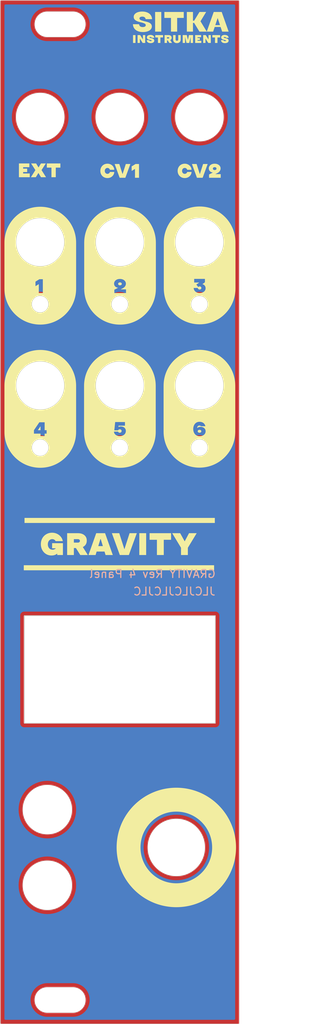
<source format=kicad_pcb>
(kicad_pcb (version 20221018) (generator pcbnew)

  (general
    (thickness 1.6)
  )

  (paper "A4")
  (layers
    (0 "F.Cu" signal)
    (31 "B.Cu" signal)
    (32 "B.Adhes" user "B.Adhesive")
    (33 "F.Adhes" user "F.Adhesive")
    (34 "B.Paste" user)
    (35 "F.Paste" user)
    (36 "B.SilkS" user "B.Silkscreen")
    (37 "F.SilkS" user "F.Silkscreen")
    (38 "B.Mask" user)
    (39 "F.Mask" user)
    (40 "Dwgs.User" user "User.Drawings")
    (41 "Cmts.User" user "User.Comments")
    (42 "Eco1.User" user "User.Eco1")
    (43 "Eco2.User" user "User.Eco2")
    (44 "Edge.Cuts" user)
    (45 "Margin" user)
    (46 "B.CrtYd" user "B.Courtyard")
    (47 "F.CrtYd" user "F.Courtyard")
    (48 "B.Fab" user)
    (49 "F.Fab" user)
    (50 "User.1" user)
    (51 "User.2" user)
    (52 "User.3" user)
    (53 "User.4" user)
    (54 "User.5" user)
    (55 "User.6" user)
    (56 "User.7" user)
    (57 "User.8" user)
    (58 "User.9" user)
  )

  (setup
    (pad_to_mask_clearance 0)
    (aux_axis_origin 60 31.75)
    (pcbplotparams
      (layerselection 0x00010f0_ffffffff)
      (plot_on_all_layers_selection 0x0000000_00000000)
      (disableapertmacros false)
      (usegerberextensions false)
      (usegerberattributes true)
      (usegerberadvancedattributes true)
      (creategerberjobfile true)
      (dashed_line_dash_ratio 12.000000)
      (dashed_line_gap_ratio 3.000000)
      (svgprecision 6)
      (plotframeref false)
      (viasonmask false)
      (mode 1)
      (useauxorigin false)
      (hpglpennumber 1)
      (hpglpenspeed 20)
      (hpglpendiameter 15.000000)
      (dxfpolygonmode true)
      (dxfimperialunits true)
      (dxfusepcbnewfont true)
      (psnegative false)
      (psa4output false)
      (plotreference true)
      (plotvalue true)
      (plotinvisibletext false)
      (sketchpadsonfab false)
      (subtractmaskfromsilk false)
      (outputformat 1)
      (mirror false)
      (drillshape 0)
      (scaleselection 1)
      (outputdirectory "REV4 Panel Exports/")
    )
  )

  (net 0 "")

  (gr_poly
    (pts
      (xy 78.87906 36.08407)
      (xy 78.908385 36.08579)
      (xy 78.937269 36.088656)
      (xy 78.965712 36.092669)
      (xy 78.993713 36.097828)
      (xy 79.021274 36.104134)
      (xy 79.048393 36.111587)
      (xy 79.075071 36.120186)
      (xy 79.088162 36.124778)
      (xy 79.100977 36.129734)
      (xy 79.113517 36.135053)
      (xy 79.125781 36.140736)
      (xy 79.13777 36.146783)
      (xy 79.149483 36.153194)
      (xy 79.160921 36.159968)
      (xy 79.172083 36.167107)
      (xy 79.182969 36.174609)
      (xy 79.19358 36.182475)
      (xy 79.203915 36.190704)
      (xy 79.213975 36.199298)
      (xy 79.223759 36.208255)
      (xy 79.233268 36.217576)
      (xy 79.242501 36.22726)
      (xy 79.251459 36.237309)
      (xy 79.260224 36.24755)
      (xy 79.268526 36.258166)
      (xy 79.276365 36.269157)
      (xy 79.28374 36.280522)
      (xy 79.290653 36.292263)
      (xy 79.297103 36.304379)
      (xy 79.303089 36.316869)
      (xy 79.308613 36.329734)
      (xy 79.313673 36.342974)
      (xy 79.318271 36.356589)
      (xy 79.322405 36.370579)
      (xy 79.326076 36.384944)
      (xy 79.329284 36.399684)
      (xy 79.332029 36.414798)
      (xy 79.334311 36.430288)
      (xy 79.33613 36.446152)
      (xy 79.011575 36.446152)
      (xy 79.009856 36.43956)
      (xy 79.007872 36.433188)
      (xy 79.005623 36.427037)
      (xy 79.00311 36.421106)
      (xy 79.000332 36.415396)
      (xy 78.997289 36.409906)
      (xy 78.993981 36.404637)
      (xy 78.990409 36.399588)
      (xy 78.986573 36.394759)
      (xy 78.982472 36.390151)
      (xy 78.978106 36.385764)
      (xy 78.973475 36.381596)
      (xy 78.96858 36.37765)
      (xy 78.96342 36.373924)
      (xy 78.957996 36.370418)
      (xy 78.952306 36.367133)
      (xy 78.946402 36.363886)
      (xy 78.940333 36.360849)
      (xy 78.934098 36.358021)
      (xy 78.927699 36.355403)
      (xy 78.921134 36.352994)
      (xy 78.914403 36.350795)
      (xy 78.907507 36.348805)
      (xy 78.900447 36.347025)
      (xy 78.89322 36.345454)
      (xy 78.885829 36.344093)
      (xy 78.878272 36.342941)
      (xy 78.870549 36.341998)
      (xy 78.862662 36.341265)
      (xy 78.854609 36.340742)
      (xy 78.84639 36.340428)
      (xy 78.838007 36.340323)
      (xy 78.831987 36.340389)
      (xy 78.825923 36.340585)
      (xy 78.819815 36.340914)
      (xy 78.813664 36.341373)
      (xy 78.807469 36.341964)
      (xy 78.801229 36.342685)
      (xy 78.794946 36.343538)
      (xy 78.788618 36.344523)
      (xy 78.785459 36.344912)
      (xy 78.782334 36.345378)
      (xy 78.779241 36.345922)
      (xy 78.776182 36.346543)
      (xy 78.773156 36.347242)
      (xy 78.770163 36.348018)
      (xy 78.767203 36.348872)
      (xy 78.764276 36.349803)
      (xy 78.761382 36.350812)
      (xy 78.758521 36.351898)
      (xy 78.755693 36.353062)
      (xy 78.752898 36.354303)
      (xy 78.750136 36.355622)
      (xy 78.747407 36.357018)
      (xy 78.744711 36.358492)
      (xy 78.742048 36.360043)
      (xy 78.739655 36.361498)
      (xy 78.738517 36.362259)
      (xy 78.737417 36.363042)
      (xy 78.736356 36.363847)
      (xy 78.735333 36.364673)
      (xy 78.734349 36.365522)
      (xy 78.733403 36.366393)
      (xy 78.732496 36.367286)
      (xy 78.731628 36.368202)
      (xy 78.730798 36.369139)
      (xy 78.730007 36.370098)
      (xy 78.729255 36.371079)
      (xy 78.728541 36.372082)
      (xy 78.727865 36.373108)
      (xy 78.727228 36.374155)
      (xy 78.72663 36.375225)
      (xy 78.72607 36.376316)
      (xy 78.725549 36.37743)
      (xy 78.725067 36.378565)
      (xy 78.724623 36.379723)
      (xy 78.724218 36.380903)
      (xy 78.723851 36.382105)
      (xy 78.723523 36.383329)
      (xy 78.723233 36.384574)
      (xy 78.722983 36.385842)
      (xy 78.72277 36.387133)
      (xy 78.722597 36.388445)
      (xy 78.722461 36.389779)
      (xy 78.722365 36.391135)
      (xy 78.722288 36.393914)
      (xy 78.722359 36.396532)
      (xy 78.722574 36.399096)
      (xy 78.722933 36.401604)
      (xy 78.723434 36.404057)
      (xy 78.724079 36.406455)
      (xy 78.724867 36.408798)
      (xy 78.725799 36.411086)
      (xy 78.726874 36.413318)
      (xy 78.728092 36.415496)
      (xy 78.729453 36.417618)
      (xy 78.730957 36.419685)
      (xy 78.732605 36.421697)
      (xy 78.734396 36.423654)
      (xy 78.736331 36.425556)
      (xy 78.738408 36.427402)
      (xy 78.740629 36.429194)
      (xy 78.742976 36.43077)
      (xy 78.745434 36.432325)
      (xy 78.748002 36.433857)
      (xy 78.750681 36.435368)
      (xy 78.75347 36.436856)
      (xy 78.756369 36.438322)
      (xy 78.759379 36.439767)
      (xy 78.762498 36.441189)
      (xy 78.765729 36.442589)
      (xy 78.769069 36.443967)
      (xy 78.77252 36.445323)
      (xy 78.776081 36.446657)
      (xy 78.783535 36.449259)
      (xy 78.791429 36.451773)
      (xy 78.800049 36.454313)
      (xy 78.809684 36.456985)
      (xy 78.820333 36.459787)
      (xy 78.831998 36.462721)
      (xy 78.85837 36.46898)
      (xy 78.888799 36.475764)
      (xy 78.890573 36.476135)
      (xy 78.892344 36.476551)
      (xy 78.894112 36.47701)
      (xy 78.895877 36.477513)
      (xy 78.89764 36.47806)
      (xy 78.899399 36.478651)
      (xy 78.901156 36.479285)
      (xy 78.90291 36.479964)
      (xy 78.907066 36.480664)
      (xy 78.911038 36.481364)
      (xy 78.914825 36.482064)
      (xy 78.918428 36.482764)
      (xy 78.919151 36.483114)
      (xy 78.919921 36.483463)
      (xy 78.920739 36.483814)
      (xy 78.921603 36.484164)
      (xy 78.922514 36.484514)
      (xy 78.923472 36.484864)
      (xy 78.924476 36.485214)
      (xy 78.925527 36.485564)
      (xy 78.932626 36.485564)
      (xy 78.964001 36.493038)
      (xy 78.993921 36.500644)
      (xy 79.022386 36.508383)
      (xy 79.049395 36.516254)
      (xy 79.07495 36.524258)
      (xy 79.099049 36.532394)
      (xy 79.121693 36.540662)
      (xy 79.142881 36.549063)
      (xy 79.153167 36.553407)
      (xy 79.163211 36.557972)
      (xy 79.173012 36.562757)
      (xy 79.182571 36.567762)
      (xy 79.191886 36.572988)
      (xy 79.20096 36.578435)
      (xy 79.20979 36.584102)
      (xy 79.218378 36.589989)
      (xy 79.226724 36.596097)
      (xy 79.234826 36.602425)
      (xy 79.242686 36.608973)
      (xy 79.250304 36.615743)
      (xy 79.257679 36.622732)
      (xy 79.264811 36.629942)
      (xy 79.271701 36.637373)
      (xy 79.278349 36.645024)
      (xy 79.284671 36.652757)
      (xy 79.290586 36.660789)
      (xy 79.296093 36.669118)
      (xy 79.301192 36.677745)
      (xy 79.305883 36.686669)
      (xy 79.310166 36.695891)
      (xy 79.314041 36.70541)
      (xy 79.317508 36.715227)
      (xy 79.320567 36.725342)
      (xy 79.323218 36.735754)
      (xy 79.325462 36.746464)
      (xy 79.327297 36.757472)
      (xy 79.328725 36.768777)
      (xy 79.329745 36.78038)
      (xy 79.330356 36.79228)
      (xy 79.33056 36.804478)
      (xy 79.330345 36.816031)
      (xy 79.3297 36.827408)
      (xy 79.328626 36.838608)
      (xy 79.327121 36.849632)
      (xy 79.325186 36.86048)
      (xy 79.322821 36.871151)
      (xy 79.320027 36.881646)
      (xy 79.316802 36.891965)
      (xy 79.313148 36.902107)
      (xy 79.309063 36.912074)
      (xy 79.304549 36.921863)
      (xy 79.299605 36.931477)
      (xy 79.294231 36.940914)
      (xy 79.288427 36.950174)
      (xy 79.282193 36.959259)
      (xy 79.275529 36.968167)
      (xy 79.268628 36.976688)
      (xy 79.26133 36.984967)
      (xy 79.253636 36.993003)
      (xy 79.245544 37.000797)
      (xy 79.237055 37.008348)
      (xy 79.22817 37.015657)
      (xy 79.218887 37.022723)
      (xy 79.209208 37.029547)
      (xy 79.199131 37.036129)
      (xy 79.188658 37.042468)
      (xy 79.177788 37.048565)
      (xy 79.166521 37.054419)
      (xy 79.154857 37.060031)
      (xy 79.142796 37.0654)
      (xy 79.130338 37.070527)
      (xy 79.117483 37.075411)
      (xy 79.104265 37.080025)
      (xy 79.090716 37.084341)
      (xy 79.076836 37.088359)
      (xy 79.062626 37.09208)
      (xy 79.048084 37.095503)
      (xy 79.033212 37.098628)
      (xy 79.01801 37.101456)
      (xy 79.002476 37.103986)
      (xy 78.986612 37.106218)
      (xy 78.970417 37.108153)
      (xy 78.953892 37.10979)
      (xy 78.937036 37.111129)
      (xy 78.919849 37.112171)
      (xy 78.902331 37.112915)
      (xy 78.866304 37.113511)
      (xy 78.866201 37.113621)
      (xy 78.833437 37.113026)
      (xy 78.801467 37.11124)
      (xy 78.77029 37.108264)
      (xy 78.739907 37.104097)
      (xy 78.710318 37.098739)
      (xy 78.681523 37.092191)
      (xy 78.667423 37.08847)
      (xy 78.653521 37.084452)
      (xy 78.639818 37.080136)
      (xy 78.626314 37.075522)
      (xy 78.613234 37.070412)
      (xy 78.600452 37.064961)
      (xy 78.587967 37.059167)
      (xy 78.57578 37.053032)
      (xy 78.56389 37.046556)
      (xy 78.552298 37.039737)
      (xy 78.541003 37.032577)
      (xy 78.530007 37.025075)
      (xy 78.519307 37.017231)
      (xy 78.508905 37.009046)
      (xy 78.498801 37.000518)
      (xy 78.488995 36.991649)
      (xy 78.479486 36.982438)
      (xy 78.470275 36.972886)
      (xy 78.461361 36.962991)
      (xy 78.452745 36.952755)
      (xy 78.444676 36.942001)
      (xy 78.437047 36.930905)
      (xy 78.42986 36.919467)
      (xy 78.423113 36.907687)
      (xy 78.416808 36.895566)
      (xy 78.410943 36.883103)
      (xy 78.405519 36.870298)
      (xy 78.400537 36.857151)
      (xy 78.395995 36.843663)
      (xy 78.391894 36.829833)
      (xy 78.388234 36.815662)
      (xy 78.385014 36.801148)
      (xy 78.382236 36.786293)
      (xy 78.379899 36.771097)
      (xy 78.378002 36.755558)
      (xy 78.376546 36.739678)
      (xy 78.68699 36.739678)
      (xy 78.688118 36.744573)
      (xy 78.689378 36.749379)
      (xy 78.69077 36.754097)
      (xy 78.692294 36.758728)
      (xy 78.693949 36.763269)
      (xy 78.695737 36.767723)
      (xy 78.697656 36.772089)
      (xy 78.699707 36.776366)
      (xy 78.70189 36.780555)
      (xy 78.704205 36.784656)
      (xy 78.706651 36.788668)
      (xy 78.70923 36.792593)
      (xy 78.71194 36.796429)
      (xy 78.714782 36.800177)
      (xy 78.717756 36.803836)
      (xy 78.720861 36.807408)
      (xy 78.724086 36.810709)
      (xy 78.727409 36.813912)
      (xy 78.730832 36.817015)
      (xy 78.734354 36.820019)
      (xy 78.737976 36.822924)
      (xy 78.741696 36.82573)
      (xy 78.745516 36.828436)
      (xy 78.749435 36.831043)
      (xy 78.753453 36.833551)
      (xy 78.757571 36.835959)
      (xy 78.761787 36.838269)
      (xy 78.766103 36.840479)
      (xy 78.770519 36.84259)
      (xy 78.775033 36.844602)
      (xy 78.779647 36.846515)
      (xy 78.784361 36.848328)
      (xy 78.789162 36.849866)
      (xy 78.79404 36.851305)
      (xy 78.798996 36.852644)
      (xy 78.804029 36.853884)
      (xy 78.809139 36.855025)
      (xy 78.814325 36.856067)
      (xy 78.81959 36.857009)
      (xy 78.824931 36.857853)
      (xy 78.835845 36.859242)
      (xy 78.847067 36.860234)
      (xy 78.858599 36.860829)
      (xy 78.870439 36.861027)
      (xy 78.885235 36.860829)
      (xy 78.89928 36.860234)
      (xy 78.912576 36.859242)
      (xy 78.925122 36.857853)
      (xy 78.936919 36.856067)
      (xy 78.947965 36.853884)
      (xy 78.958262 36.851305)
      (xy 78.963129 36.849866)
      (xy 78.967809 36.848328)
      (xy 78.972423 36.846498)
      (xy 78.97674 36.844536)
      (xy 78.980758 36.842441)
      (xy 78.984479 36.840214)
      (xy 78.987902 36.837855)
      (xy 78.991028 36.835363)
      (xy 78.993856 36.832739)
      (xy 78.995158 36.831378)
      (xy 78.996386 36.829983)
      (xy 78.997539 36.828555)
      (xy 78.998618 36.827094)
      (xy 78.999623 36.8256)
      (xy 79.000553 36.824073)
      (xy 79.001409 36.822513)
      (xy 79.00219 36.82092)
      (xy 79.002897 36.819294)
      (xy 79.003529 36.817634)
      (xy 79.004087 36.815942)
      (xy 79.004571 36.814216)
      (xy 79.00498 36.812457)
      (xy 79.005315 36.810666)
      (xy 79.005576 36.808841)
      (xy 79.005762 36.806983)
      (xy 79.005911 36.803168)
      (xy 79.00585 36.80056)
      (xy 79.005668 36.79803)
      (xy 79.005365 36.795577)
      (xy 79.004941 36.793201)
      (xy 79.004395 36.790902)
      (xy 79.003728 36.78868)
      (xy 79.00294 36.786536)
      (xy 79.002031 36.784468)
      (xy 79.001 36.782478)
      (xy 78.999849 36.780565)
      (xy 78.998576 36.778729)
      (xy 78.997182 36.776971)
      (xy 78.995666 36.775289)
      (xy 78.994029 36.773685)
      (xy 78.992271 36.772158)
      (xy 78.990392 36.770708)
      (xy 78.988381 36.769132)
      (xy 78.986226 36.767578)
      (xy 78.983928 36.766045)
      (xy 78.981486 36.764535)
      (xy 78.978901 36.763046)
      (xy 78.976173 36.76158)
      (xy 78.973301 36.760136)
      (xy 78.970286 36.758714)
      (xy 78.967127 36.757313)
      (xy 78.963825 36.755935)
      (xy 78.96038 36.754579)
      (xy 78.956791 36.753245)
      (xy 78.953059 36.751933)
      (xy 78.949184 36.750643)
      (xy 78.945165 36.749375)
      (xy 78.941003 36.748129)
      (xy 78.931698 36.745501)
      (xy 78.920718 36.742565)
      (xy 78.893731 36.735772)
      (xy 78.860041 36.72775)
      (xy 78.81965 36.718499)
      (xy 78.81825 36.718499)
      (xy 78.78714 36.711069)
      (xy 78.757308 36.703594)
      (xy 78.728755 36.696076)
      (xy 78.701481 36.688513)
      (xy 78.675485 36.680906)
      (xy 78.650769 36.673255)
      (xy 78.627331 36.665559)
      (xy 78.605173 36.657818)
      (xy 78.594683 36.65364)
      (xy 78.58438 36.649219)
      (xy 78.574265 36.644555)
      (xy 78.564337 36.639649)
      (xy 78.554597 36.6345)
      (xy 78.545044 36.629109)
      (xy 78.535679 36.623475)
      (xy 78.526501 36.617598)
      (xy 78.517511 36.61148)
      (xy 78.508708 36.605118)
      (xy 78.500093 36.598514)
      (xy 78.491665 36.591668)
      (xy 78.483425 36.584579)
      (xy 78.475372 36.577248)
      (xy 78.467507 36.569674)
      (xy 78.459829 36.561858)
      (xy 78.452652 36.553595)
      (xy 78.445938 36.545035)
      (xy 78.439687 36.536177)
      (xy 78.433899 36.527021)
      (xy 78.428574 36.517568)
      (xy 78.423712 36.507817)
      (xy 78.419313 36.497768)
      (xy 78.415377 36.487422)
      (xy 78.411904 36.476778)
      (xy 78.408895 36.465837)
      (xy 78.406348 36.454598)
      (xy 78.404264 36.443061)
      (xy 78.402644 36.431226)
      (xy 78.401486 36.419094)
      (xy 78.400792 36.406664)
      (xy 78.40056 36.393937)
      (xy 78.400814 36.380509)
      (xy 78.401574 36.36739)
      (xy 78.402842 36.35458)
      (xy 78.404617 36.342078)
      (xy 78.406899 36.329885)
      (xy 78.409688 36.318001)
      (xy 78.412984 36.306425)
      (xy 78.416788 36.295159)
      (xy 78.421098 36.2842)
      (xy 78.425916 36.273551)
      (xy 78.431241 36.26321)
      (xy 78.437072 36.253178)
      (xy 78.443411 36.243455)
      (xy 78.450257 36.23404)
      (xy 78.457611 36.224934)
      (xy 78.465471 36.216137)
      (xy 78.473899 36.207472)
      (xy 78.482602 36.199115)
      (xy 78.491581 36.191066)
      (xy 78.500835 36.183327)
      (xy 78.510366 36.175896)
      (xy 78.520172 36.168774)
      (xy 78.530253 36.161961)
      (xy 78.54061 36.155456)
      (xy 78.551243 36.149261)
      (xy 78.562152 36.143374)
      (xy 78.573336 36.137796)
      (xy 78.584796 36.132526)
      (xy 78.596532 36.127566)
      (xy 78.608544 36.122914)
      (xy 78.620831 36.118571)
      (xy 78.633394 36.114537)
      (xy 78.658993 36.107262)
      (xy 78.684988 36.100957)
      (xy 78.711381 36.095622)
      (xy 78.73817 36.091257)
      (xy 78.765356 36.087862)
      (xy 78.792939 36.085437)
      (xy 78.820918 36.083982)
      (xy 78.849294 36.083496)
    )

    (stroke (width 0) (type solid)) (fill solid) (layer "F.SilkS") (tstamp 03417fa0-c7ab-46af-9032-b4cf0876dc0d))
  (gr_poly
    (pts
      (xy 86.145403 36.647955)
      (xy 86.145403 36.104678)
      (xy 86.434679 36.104678)
      (xy 86.434679 37.092455)
      (xy 86.110124 37.092455)
      (xy 85.764402 36.549178)
      (xy 85.764402 37.092455)
      (xy 85.475126 37.092455)
      (xy 85.475126 36.104678)
      (xy 85.79968 36.104678)
    )

    (stroke (width 0) (type solid)) (fill solid) (layer "F.SilkS") (tstamp 07ff74cc-3d5a-4e58-a9ef-3b7e84097742))
  (gr_poly
    (pts
      (xy 67.5368 52.744916)
      (xy 66.95648 52.744916)
      (xy 66.95648 53.950004)
      (xy 66.4132 53.950004)
      (xy 66.4132 52.744916)
      (xy 65.83288 52.744916)
      (xy 65.83288 52.221396)
      (xy 67.5368 52.221396)
    )

    (stroke (width 0) (type solid)) (fill solid) (layer "F.SilkS") (tstamp 0bd80a38-3c1a-4948-ad9b-84ce866e634e))
  (gr_poly
    (pts
      (xy 85.234803 75.623848)
      (xy 85.464034 75.641174)
      (xy 85.689858 75.669711)
      (xy 85.911996 75.709179)
      (xy 86.13017 75.7593)
      (xy 86.344102 75.819795)
      (xy 86.553513 75.890385)
      (xy 86.758124 75.970792)
      (xy 86.957657 76.060735)
      (xy 87.151833 76.159938)
      (xy 87.340373 76.26812)
      (xy 87.522999 76.385004)
      (xy 87.699432 76.51031)
      (xy 87.869394 76.64376)
      (xy 88.032606 76.785074)
      (xy 88.188789 76.933974)
      (xy 88.337666 77.090182)
      (xy 88.478956 77.253418)
      (xy 88.612382 77.423403)
      (xy 88.737665 77.59986)
      (xy 88.854526 77.782508)
      (xy 88.962688 77.971069)
      (xy 89.06187 78.165265)
      (xy 89.151795 78.364817)
      (xy 89.232184 78.569445)
      (xy 89.302758 78.778872)
      (xy 89.363239 78.992817)
      (xy 89.413349 79.211003)
      (xy 89.452808 79.433151)
      (xy 89.481338 79.658982)
      (xy 89.49866 79.888217)
      (xy 89.504496 80.120577)
      (xy 89.504496 85.911954)
      (xy 89.49866 86.144313)
      (xy 89.481338 86.373543)
      (xy 89.452808 86.599367)
      (xy 89.413349 86.821505)
      (xy 89.363239 87.03968)
      (xy 89.302758 87.253612)
      (xy 89.232184 87.463023)
      (xy 89.151795 87.667634)
      (xy 89.06187 87.867166)
      (xy 88.962688 88.061342)
      (xy 88.854526 88.249882)
      (xy 88.737665 88.432508)
      (xy 88.612382 88.608942)
      (xy 88.478956 88.778903)
      (xy 88.337666 88.942115)
      (xy 88.188789 89.098299)
      (xy 88.032606 89.247175)
      (xy 87.869394 89.388465)
      (xy 87.699432 89.521891)
      (xy 87.522999 89.647174)
      (xy 87.340373 89.764035)
      (xy 87.151833 89.872197)
      (xy 86.957657 89.971379)
      (xy 86.758124 90.061304)
      (xy 86.553513 90.141693)
      (xy 86.344102 90.212267)
      (xy 86.13017 90.272748)
      (xy 85.911996 90.322858)
      (xy 85.689858 90.362317)
      (xy 85.464034 90.390846)
      (xy 85.234803 90.408169)
      (xy 85.002445 90.414005)
      (xy 84.770086 90.408169)
      (xy 84.540856 90.390846)
      (xy 84.315032 90.362317)
      (xy 84.092894 90.322858)
      (xy 83.874719 90.272748)
      (xy 83.660787 90.212267)
      (xy 83.451376 90.141693)
      (xy 83.246765 90.061304)
      (xy 83.047232 89.971379)
      (xy 82.853057 89.872197)
      (xy 82.664517 89.764035)
      (xy 82.48189 89.647174)
      (xy 82.305457 89.521891)
      (xy 82.135495 89.388465)
      (xy 81.972283 89.247175)
      (xy 81.8161 89.098299)
      (xy 81.667224 88.942115)
      (xy 81.525934 88.778903)
      (xy 81.392508 88.608942)
      (xy 81.267225 88.432508)
      (xy 81.150363 88.249882)
      (xy 81.042202 88.061342)
      (xy 80.96161 87.903563)
      (xy 83.947212 87.903563)
      (xy 83.948499 87.955634)
      (xy 83.952344 88.007351)
      (xy 83.958711 88.058629)
      (xy 83.967564 88.109382)
      (xy 83.978868 88.159523)
      (xy 83.992587 88.208966)
      (xy 84.008685 88.257626)
      (xy 84.027126 88.305415)
      (xy 84.047876 88.352249)
      (xy 84.070897 88.398041)
      (xy 84.096156 88.442705)
      (xy 84.123615 88.486155)
      (xy 84.15324 88.528304)
      (xy 84.184995 88.569067)
      (xy 84.218843 88.608358)
      (xy 84.25475 88.64609)
      (xy 84.292482 88.681997)
      (xy 84.331773 88.715845)
      (xy 84.372535 88.7476)
      (xy 84.414684 88.777224)
      (xy 84.458133 88.804684)
      (xy 84.502795 88.829942)
      (xy 84.548585 88.852964)
      (xy 84.595416 88.873713)
      (xy 84.643203 88.892155)
      (xy 84.691858 88.908253)
      (xy 84.741296 88.921971)
      (xy 84.791431 88.933275)
      (xy 84.842176 88.942128)
      (xy 84.893445 88.948495)
      (xy 84.945153 88.95234)
      (xy 84.997212 88.953628)
      (xy 85.049283 88.952343)
      (xy 85.101001 88.948502)
      (xy 85.152279 88.942138)
      (xy 85.203032 88.933288)
      (xy 85.253174 88.921987)
      (xy 85.302618 88.908271)
      (xy 85.351279 88.892177)
      (xy 85.399069 88.873738)
      (xy 85.445905 88.852991)
      (xy 85.491698 88.829973)
      (xy 85.536363 88.804717)
      (xy 85.579815 88.77726)
      (xy 85.621966 88.747638)
      (xy 85.662731 88.715886)
      (xy 85.702024 88.68204)
      (xy 85.739758 88.646136)
      (xy 85.775667 88.608406)
      (xy 85.809518 88.569117)
      (xy 85.841275 88.528355)
      (xy 85.870903 88.486207)
      (xy 85.898365 88.442758)
      (xy 85.923626 88.398095)
      (xy 85.946651 88.352302)
      (xy 85.967403 88.305467)
      (xy 85.985848 88.257675)
      (xy 86.001948 88.209012)
      (xy 86.01567 88.159565)
      (xy 86.026977 88.109418)
      (xy 86.035833 88.058659)
      (xy 86.042203 88.007373)
      (xy 86.046051 87.955646)
      (xy 86.047342 87.903565)
      (xy 86.046055 87.851494)
      (xy 86.04221 87.799776)
      (xy 86.035843 87.748498)
      (xy 86.02699 87.697746)
      (xy 86.015686 87.647605)
      (xy 86.001967 87.598161)
      (xy 85.985869 87.549502)
      (xy 85.967428 87.501712)
      (xy 85.946678 87.454878)
      (xy 85.923656 87.409086)
      (xy 85.898398 87.364422)
      (xy 85.870939 87.320973)
      (xy 85.841314 87.278824)
      (xy 85.809559 87.23806)
      (xy 85.775711 87.19877)
      (xy 85.739804 87.161038)
      (xy 85.702072 87.125131)
      (xy 85.662781 87.091282)
      (xy 85.622018 87.059528)
      (xy 85.579869 87.029903)
      (xy 85.536419 87.002444)
      (xy 85.491755 86.977185)
      (xy 85.445963 86.954163)
      (xy 85.39913 86.933414)
      (xy 85.35134 86.914972)
      (xy 85.30268 86.898874)
      (xy 85.253237 86.885156)
      (xy 85.203096 86.873852)
      (xy 85.152343 86.864999)
      (xy 85.101065 86.858631)
      (xy 85.049348 86.854786)
      (xy 84.997329 86.8535)
      (xy 84.945271 86.854784)
      (xy 84.893553 86.858625)
      (xy 84.842275 86.864989)
      (xy 84.791522 86.873839)
      (xy 84.74138 86.88514)
      (xy 84.691936 86.898855)
      (xy 84.643275 86.91495)
      (xy 84.595484 86.933389)
      (xy 84.548649 86.954135)
      (xy 84.502856 86.977154)
      (xy 84.458191 87.00241)
      (xy 84.414739 87.029867)
      (xy 84.372588 87.059489)
      (xy 84.331823 87.091241)
      (xy 84.29253 87.125087)
      (xy 84.254796 87.160992)
      (xy 84.218887 87.198722)
      (xy 84.185036 87.23801)
      (xy 84.153279 87.278772)
      (xy 84.123651 87.32092)
      (xy 84.096189 87.364369)
      (xy 84.070928 87.409032)
      (xy 84.047903 87.454825)
      (xy 84.027151 87.50166)
      (xy 84.008706 87.549452)
      (xy 83.992606 87.598115)
      (xy 83.978884 87.647562)
      (xy 83.967577 87.697709)
      (xy 83.958721 87.748468)
      (xy 83.952351 87.799754)
      (xy 83.948503 87.851481)
      (xy 83.947212 87.903563)
      (xy 80.96161 87.903563)
      (xy 80.94302 87.867166)
      (xy 80.853095 87.667634)
      (xy 80.772706 87.463023)
      (xy 80.702131 87.253612)
      (xy 80.64165 87.03968)
      (xy 80.598889 86.853499)
      (xy 84.997277 86.853499)
      (xy 84.997329 86.8535)
      (xy 84.997342 86.8535)
      (xy 84.997277 86.853499)
      (xy 80.598889 86.853499)
      (xy 80.591541 86.821505)
      (xy 80.552082 86.599367)
      (xy 80.523552 86.373543)
      (xy 80.50623 86.144313)
      (xy 80.500394 85.911954)
      (xy 80.500394 85.562621)
      (xy 84.225748 85.562621)
      (xy 84.226095 85.592427)
      (xy 84.227136 85.621962)
      (xy 84.228872 85.651224)
      (xy 84.231302 85.680216)
      (xy 84.234426 85.708936)
      (xy 84.238244 85.737386)
      (xy 84.242757 85.765565)
      (xy 84.247965 85.793473)
      (xy 84.253867 85.821112)
      (xy 84.260463 85.848481)
      (xy 84.267754 85.87558)
      (xy 84.27574 85.902409)
      (xy 84.284421 85.92897)
      (xy 84.293796 85.955261)
      (xy 84.303866 85.981284)
      (xy 84.314631 86.007038)
      (xy 84.326401 86.032354)
      (xy 84.33887 86.057059)
      (xy 84.352036 86.081153)
      (xy 84.3659 86.104635)
      (xy 84.38046 86.127503)
      (xy 84.395716 86.149757)
      (xy 84.411668 86.171395)
      (xy 84.428315 86.192417)
      (xy 84.445657 86.212822)
      (xy 84.463692 86.232608)
      (xy 84.482421 86.251775)
      (xy 84.501843 86.270322)
      (xy 84.521957 86.288247)
      (xy 84.542763 86.30555)
      (xy 84.564261 86.32223)
      (xy 84.586449 86.338285)
      (xy 84.609599 86.353231)
      (xy 84.633365 86.367203)
      (xy 84.657747 86.380201)
      (xy 84.682745 86.392228)
      (xy 84.708359 86.403285)
      (xy 84.73459 86.413373)
      (xy 84.761438 86.422493)
      (xy 84.788903 86.430648)
      (xy 84.816985 86.437837)
      (xy 84.845685 86.444064)
      (xy 84.875003 86.449328)
      (xy 84.904938 86.453633)
      (xy 84.935492 86.456978)
      (xy 84.966665 86.459366)
      (xy 84.998456 86.460798)
      (xy 85.030867 86.461274)
      (xy 85.060232 86.460938)
      (xy 85.08906 86.45993)
      (xy 85.11735 86.458248)
      (xy 85.145103 86.455893)
      (xy 85.172317 86.452864)
      (xy 85.198992 86.449162)
      (xy 85.225128 86.444784)
      (xy 85.250725 86.439732)
      (xy 85.275781 86.434005)
      (xy 85.300296 86.427602)
      (xy 85.324271 86.420523)
      (xy 85.347703 86.412768)
      (xy 85.370594 86.404336)
      (xy 85.392943 86.395226)
      (xy 85.414748 86.385439)
      (xy 85.43601 86.374975)
      (xy 85.456981 86.363967)
      (xy 85.477296 86.352554)
      (xy 85.496956 86.340733)
      (xy 85.51596 86.328507)
      (xy 85.534308 86.315874)
      (xy 85.552 86.302836)
      (xy 85.569036 86.289392)
      (xy 85.585416 86.275543)
      (xy 85.601141 86.261289)
      (xy 85.616209 86.24663)
      (xy 85.630622 86.231566)
      (xy 85.644378 86.216097)
      (xy 85.657478 86.200225)
      (xy 85.669922 86.183948)
      (xy 85.68171 86.167267)
      (xy 85.692842 86.150183)
      (xy 85.703307 86.132533)
      (xy 85.713093 86.114771)
      (xy 85.722203 86.096898)
      (xy 85.730635 86.078913)
      (xy 85.73839 86.060814)
      (xy 85.745469 86.042602)
      (xy 85.751872 86.024275)
      (xy 85.757599 86.005833)
      (xy 85.762651 85.987276)
      (xy 85.767028 85.968602)
      (xy 85.770731 85.949811)
      (xy 85.77376 85.930902)
      (xy 85.776115 85.911875)
      (xy 85.777796 85.892729)
      (xy 85.778805 85.873463)
      (xy 85.779141 85.854077)
      (xy 85.778794 85.831753)
      (xy 85.777753 85.809848)
      (xy 85.776017 85.788364)
      (xy 85.773588 85.767302)
      (xy 85.770463 85.74666)
      (xy 85.766645 85.726442)
      (xy 85.762132 85.706646)
      (xy 85.756925 85.687274)
      (xy 85.751023 85.668327)
      (xy 85.744426 85.649804)
      (xy 85.737135 85.631708)
      (xy 85.729149 85.614037)
      (xy 85.720469 85.596795)
      (xy 85.711093 85.579979)
      (xy 85.701023 85.563593)
      (xy 85.690258 85.547635)
      (xy 85.678924 85.532144)
      (xy 85.667145 85.517157)
      (xy 85.654922 85.502673)
      (xy 85.642256 85.488692)
      (xy 85.629146 85.475213)
      (xy 85.615591 85.462237)
      (xy 85.601593 85.449763)
      (xy 85.587152 85.437791)
      (xy 85.572266 85.426321)
      (xy 85.556937 85.415351)
      (xy 85.541164 85.404883)
      (xy 85.524948 85.394916)
      (xy 85.508288 85.385449)
      (xy 85.491184 85.376483)
      (xy 85.473637 85.368016)
      (xy 85.455647 85.36005)
      (xy 85.437359 85.352276)
      (xy 85.418917 85.345007)
      (xy 85.400322 85.338242)
      (xy 85.381573 85.33198)
      (xy 85.362671 85.326221)
      (xy 85.343614 85.320965)
      (xy 85.324404 85.316211)
      (xy 85.30504 85.311959)
      (xy 85.285521 85.308209)
      (xy 85.265848 85.30496)
      (xy 85.24602 85.302212)
      (xy 85.226038 85.299964)
      (xy 85.2059 85.298217)
      (xy 85.185607 85.296969)
      (xy 85.165159 85.296221)
      (xy 85.144555 85.295971)
      (xy 85.124212 85.296231)
      (xy 85.103932 85.297015)
      (xy 85.08372 85.298328)
      (xy 85.063581 85.300176)
      (xy 85.043518 85.302565)
      (xy 85.023538 85.305498)
      (xy 85.003644 85.308983)
      (xy 84.983841 85.313025)
      (xy 84.964817 85.317631)
      (xy 84.946023 85.322801)
      (xy 84.927459 85.328526)
      (xy 84.909125 85.3348)
      (xy 84.891023 85.341614)
      (xy 84.873154 85.34896)
      (xy 84.855517 85.35683)
      (xy 84.838114 85.365218)
      (xy 84.829539 85.369594)
      (xy 84.821101 85.374082)
      (xy 84.8128 85.378681)
      (xy 84.804635 85.383392)
      (xy 84.796605 85.388216)
      (xy 84.788712 85.393153)
      (xy 84.780954 85.398205)
      (xy 84.773331 85.403372)
      (xy 84.765843 85.408654)
      (xy 84.75849 85.414053)
      (xy 84.751272 85.41957)
      (xy 84.744188 85.425204)
      (xy 84.737238 85.430957)
      (xy 84.730422 85.436829)
      (xy 84.72374 85.442821)
      (xy 84.717191 85.448934)
      (xy 84.717191 85.43653)
      (xy 84.717343 85.424599)
      (xy 84.717798 85.412882)
      (xy 84.718558 85.401378)
      (xy 84.719623 85.390088)
      (xy 84.720994 85.379012)
      (xy 84.722672 85.368148)
      (xy 84.724657 85.357497)
      (xy 84.72695 85.347058)
      (xy 84.729552 85.336832)
      (xy 84.732463 85.326817)
      (xy 84.735684 85.317014)
      (xy 84.739216 85.307423)
      (xy 84.743059 85.298043)
      (xy 84.747215 85.288874)
      (xy 84.751683 85.279915)
      (xy 84.756465 85.271167)
      (xy 84.761502 85.262363)
      (xy 84.766735 85.253853)
      (xy 84.772164 85.245637)
      (xy 84.777788 85.237714)
      (xy 84.783606 85.230083)
      (xy 84.789619 85.222744)
      (xy 84.795825 85.215696)
      (xy 84.802226 85.208938)
      (xy 84.808819 85.202469)
      (xy 84.815604 85.196289)
      (xy 84.822581 85.190397)
      (xy 84.829751 85.184792)
      (xy 84.837111 85.179474)
      (xy 84.844662 85.174441)
      (xy 84.852403 85.169693)
      (xy 84.860334 85.16523)
      (xy 84.868701 85.160743)
      (xy 84.877132 85.156541)
      (xy 84.885627 85.152626)
      (xy 84.894184 85.148998)
      (xy 84.902803 85.145657)
      (xy 84.911483 85.142605)
      (xy 84.920222 85.139841)
      (xy 84.92902 85.137366)
      (xy 84.937876 85.13518)
      (xy 84.946789 85.133284)
      (xy 84.955758 85.131678)
      (xy 84.964782 85.130363)
      (xy 84.973861 85.12934)
      (xy 84.982992 85.128608)
      (xy 84.992176 85.128169)
      (xy 85.001411 85.128022)
      (xy 85.009069 85.128109)
      (xy 85.016608 85.12837)
      (xy 85.024029 85.128803)
      (xy 85.031332 85.129411)
      (xy 85.038518 85.130192)
      (xy 85.045587 85.131147)
      (xy 85.052539 85.132275)
      (xy 85.059375 85.133577)
      (xy 85.066096 85.135052)
      (xy 85.072701 85.136702)
      (xy 85.079191 85.138524)
      (xy 85.085567 85.140521)
      (xy 85.091829 85.142691)
      (xy 85.097976 85.145035)
      (xy 85.104011 85.147553)
      (xy 85.109932 85.150244)
      (xy 85.116007 85.152809)
      (xy 85.121886 85.155563)
      (xy 85.127568 85.158509)
      (xy 85.133054 85.161645)
      (xy 85.138345 85.164973)
      (xy 85.143442 85.168493)
      (xy 85.148345 85.172205)
      (xy 85.153054 85.17611)
      (xy 85.157571 85.180207)
      (xy 85.161895 85.184498)
      (xy 85.166027 85.188982)
      (xy 85.169968 85.193661)
      (xy 85.173718 85.198534)
      (xy 85.177278 85.203602)
      (xy 85.180648 85.208865)
      (xy 85.183829 85.214323)
      (xy 85.744518 85.214323)
      (xy 85.741142 85.194396)
      (xy 85.737186 85.174742)
      (xy 85.73265 85.155361)
      (xy 85.727536 85.136253)
      (xy 85.721842 85.117417)
      (xy 85.715569 85.098852)
      (xy 85.708717 85.080559)
      (xy 85.701286 85.062536)
      (xy 85.693276 85.044783)
      (xy 85.684688 85.0273)
      (xy 85.675521 85.010086)
      (xy 85.665775 84.99314)
      (xy 85.655452 84.976463)
      (xy 85.64455 84.960053)
      (xy 85.63307 84.943911)
      (xy 85.621012 84.928035)
      (xy 85.608744 84.912217)
      (xy 85.596018 84.896865)
      (xy 85.582833 84.881978)
      (xy 85.569187 84.867557)
      (xy 85.555082 84.853601)
      (xy 85.540515 84.840109)
      (xy 85.525487 84.827081)
      (xy 85.509996 84.814516)
      (xy 85.494042 84.802415)
      (xy 85.477624 84.790776)
      (xy 85.460743 84.779599)
      (xy 85.443396 84.768884)
      (xy 85.425584 84.75863)
      (xy 85.407305 84.748837)
      (xy 85.38856 84.739504)
      (xy 85.369347 84.730631)
      (xy 85.349743 84.721957)
      (xy 85.329826 84.713838)
      (xy 85.309597 84.706274)
      (xy 85.289056 84.699267)
      (xy 85.268203 84.692816)
      (xy 85.24704 84.686923)
      (xy 85.225566 84.681589)
      (xy 85.203784 84.676813)
      (xy 85.181692 84.672597)
      (xy 85.159293 84.668941)
      (xy 85.136586 84.665845)
      (xy 85.113573 84.663311)
      (xy 85.090253 84.661339)
      (xy 85.066628 84.65993)
      (xy 85.042698 84.659084)
      (xy 85.018464 84.658801)
      (xy 84.986659 84.659295)
      (xy 84.955451 84.660776)
      (xy 84.924839 84.663243)
      (xy 84.894824 84.666696)
      (xy 84.865405 84.671135)
      (xy 84.836584 84.676559)
      (xy 84.808361 84.682968)
      (xy 84.780735 84.690361)
      (xy 84.753707 84.698738)
      (xy 84.727278 84.708099)
      (xy 84.701447 84.718442)
      (xy 84.676215 84.729769)
      (xy 84.651582 84.742077)
      (xy 84.627549 84.755367)
      (xy 84.604116 84.769638)
      (xy 84.581282 84.78489)
      (xy 84.559405 84.800951)
      (xy 84.538223 84.817647)
      (xy 84.517737 84.834978)
      (xy 84.497945 84.852945)
      (xy 84.47885 84.871548)
      (xy 84.460449 84.890788)
      (xy 84.442742 84.910663)
      (xy 84.425731 84.931175)
      (xy 84.409414 84.952324)
      (xy 84.393792 84.974109)
      (xy 84.378863 84.996531)
      (xy 84.364629 85.019591)
      (xy 84.351089 85.043288)
      (xy 84.338243 85.067622)
      (xy 84.32609 85.092594)
      (xy 84.314631 85.118203)
      (xy 84.303866 85.143958)
      (xy 84.293796 85.169981)
      (xy 84.284421 85.196273)
      (xy 84.27574 85.222834)
      (xy 84.267754 85.249664)
      (xy 84.260463 85.276763)
      (xy 84.253867 85.304131)
      (xy 84.247965 85.33177)
      (xy 84.242757 85.359679)
      (xy 84.238244 85.387858)
      (xy 84.234426 85.416307)
      (xy 84.231302 85.445027)
      (xy 84.228872 85.474019)
      (xy 84.227136 85.503281)
      (xy 84.226095 85.532816)
      (xy 84.225748 85.562621)
      (xy 80.500394 85.562621)
      (xy 80.500394 80.120577)
      (xy 80.500563 80.11386)
      (xy 81.977306 80.11386)
      (xy 81.981259 80.269768)
      (xy 81.992968 80.423629)
      (xy 82.012244 80.575253)
      (xy 82.038896 80.72445)
      (xy 82.072735 80.871028)
      (xy 82.113568 81.014799)
      (xy 82.161207 81.155571)
      (xy 82.215461 81.293154)
      (xy 82.27614 81.427358)
      (xy 82.343053 81.557992)
      (xy 82.41601 81.684867)
      (xy 82.494822 81.807792)
      (xy 82.579296 81.926576)
      (xy 82.669244 82.041029)
      (xy 82.764475 82.150962)
      (xy 82.864799 82.256182)
      (xy 82.970025 82.356501)
      (xy 83.079963 82.451728)
      (xy 83.194423 82.541673)
      (xy 83.313215 82.626144)
      (xy 83.436148 82.704953)
      (xy 83.563031 82.777908)
      (xy 83.693676 82.844819)
      (xy 83.82789 82.905497)
      (xy 83.965485 82.95975)
      (xy 84.10627 83.007388)
      (xy 84.250054 83.048221)
      (xy 84.396647 83.082058)
      (xy 84.54586 83.10871)
      (xy 84.6975 83.127986)
      (xy 84.85138 83.139695)
      (xy 85.007307 83.143648)
      (xy 85.157559 83.139929)
      (xy 85.306792 83.12883)
      (xy 85.454756 83.110455)
      (xy 85.601205 83.084906)
      (xy 85.745888 83.052286)
      (xy 85.888559 83.012698)
      (xy 86.028968 82.966245)
      (xy 86.166867 82.91303)
      (xy 86.302008 82.853156)
      (xy 86.434142 82.786725)
      (xy 86.563022 82.713841)
      (xy 86.688398 82.634606)
      (xy 86.810022 82.549123)
      (xy 86.927647 82.457495)
      (xy 87.041023 82.359825)
      (xy 87.149902 82.256215)
      (xy 87.253515 82.147339)
      (xy 87.351188 82.033967)
      (xy 87.44282 81.916346)
      (xy 87.528307 81.794726)
      (xy 87.607546 81.669356)
      (xy 87.680434 81.540483)
      (xy 87.746869 81.408358)
      (xy 87.806748 81.273227)
      (xy 87.859967 81.135341)
      (xy 87.906424 80.994947)
      (xy 87.946017 80.852295)
      (xy 87.978641 80.707633)
      (xy 88.004195 80.56121)
      (xy 88.022574 80.413274)
      (xy 88.033678 80.264074)
      (xy 88.037402 80.113859)
      (xy 88.033692 79.96359)
      (xy 88.022602 79.81434)
      (xy 88.004233 79.666358)
      (xy 87.978688 79.519893)
      (xy 87.946072 79.375192)
      (xy 87.906485 79.232505)
      (xy 87.860032 79.092079)
      (xy 87.806816 78.954164)
      (xy 87.746938 78.819007)
      (xy 87.680503 78.686857)
      (xy 87.607612 78.557962)
      (xy 87.52837 78.432572)
      (xy 87.442878 78.310934)
      (xy 87.35124 78.193297)
      (xy 87.253558 78.079909)
      (xy 87.149936 77.97102)
      (xy 87.041046 77.867397)
      (xy 86.927658 77.769716)
      (xy 86.810021 77.678077)
      (xy 86.688384 77.592586)
      (xy 86.562993 77.513343)
      (xy 86.434099 77.440452)
      (xy 86.301949 77.374017)
      (xy 86.166792 77.314139)
      (xy 86.028876 77.260923)
      (xy 85.888451 77.21447)
      (xy 85.745763 77.174884)
      (xy 85.601062 77.142267)
      (xy 85.454597 77.116722)
      (xy 85.306615 77.098353)
      (xy 85.157365 77.087263)
      (xy 85.007245 77.083557)
      (xy 84.857151 77.087272)
      (xy 84.707918 77.098371)
      (xy 84.559953 77.116746)
      (xy 84.413505 77.142295)
      (xy 84.268821 77.174915)
      (xy 84.126151 77.214502)
      (xy 83.985741 77.260955)
      (xy 83.847842 77.31417)
      (xy 83.712701 77.374044)
      (xy 83.580567 77.440475)
      (xy 83.451687 77.51336)
      (xy 83.326311 77.592595)
      (xy 83.204686 77.678078)
      (xy 83.087062 77.769706)
      (xy 82.973686 77.867376)
      (xy 82.864807 77.970985)
      (xy 82.761194 78.079861)
      (xy 82.66352 78.193234)
      (xy 82.571888 78.310857)
      (xy 82.486401 78.432482)
      (xy 82.407162 78.55786)
      (xy 82.334274 78.686744)
      (xy 82.267839 78.818886)
      (xy 82.20796 78.954038)
      (xy 82.154741 79.091952)
      (xy 82.108284 79.232379)
      (xy 82.068691 79.375074)
      (xy 82.036067 79.519786)
      (xy 82.010513 79.666269)
      (xy 81.992133 79.814274)
      (xy 81.98103 79.963554)
      (xy 81.977306 80.11386)
      (xy 80.500563 80.11386)
      (xy 80.50623 79.888217)
      (xy 80.523552 79.658982)
      (xy 80.552082 79.433151)
      (xy 80.591541 79.211003)
      (xy 80.64165 78.992817)
      (xy 80.702131 78.778872)
      (xy 80.772706 78.569445)
      (xy 80.853095 78.364817)
      (xy 80.94302 78.165265)
      (xy 81.042202 77.971069)
      (xy 81.150363 77.782508)
      (xy 81.267225 77.59986)
      (xy 81.392508 77.423403)
      (xy 81.525934 77.253418)
      (xy 81.667224 77.090182)
      (xy 81.673542 77.083553)
      (xy 85.007096 77.083553)
      (xy 85.007245 77.083557)
      (xy 85.007403 77.083553)
      (xy 85.007096 77.083553)
      (xy 81.673542 77.083553)
      (xy 81.8161 76.933974)
      (xy 81.972283 76.785074)
      (xy 82.135495 76.64376)
      (xy 82.305457 76.51031)
      (xy 82.48189 76.385004)
      (xy 82.664517 76.26812)
      (xy 82.853057 76.159938)
      (xy 83.047232 76.060735)
      (xy 83.246765 75.970792)
      (xy 83.451376 75.890385)
      (xy 83.660787 75.819795)
      (xy 83.874719 75.7593)
      (xy 84.092894 75.709179)
      (xy 84.315032 75.669711)
      (xy 84.540856 75.641174)
      (xy 84.770086 75.623848)
      (xy 85.002445 75.61801)
    )

    (stroke (width 0) (type solid)) (fill solid) (layer "F.SilkS") (tstamp 0d0fa1d8-d18d-411c-931d-b9017f67531f))
  (gr_poly
    (pts
      (xy 81.129655 36.10503)
      (xy 81.152348 36.106089)
      (xy 81.174413 36.107853)
      (xy 81.19585 36.110322)
      (xy 81.216659 36.113497)
      (xy 81.236839 36.117377)
      (xy 81.25639 36.121964)
      (xy 81.275313 36.127255)
      (xy 81.293608 36.133252)
      (xy 81.311275 36.139955)
      (xy 81.328313 36.147363)
      (xy 81.344722 36.155477)
      (xy 81.360504 36.164296)
      (xy 81.375656 36.173821)
      (xy 81.390181 36.184051)
      (xy 81.404077 36.194987)
      (xy 81.417235 36.206364)
      (xy 81.429543 36.21827)
      (xy 81.441003 36.230706)
      (xy 81.451614 36.24367)
      (xy 81.461377 36.257164)
      (xy 81.47029 36.271187)
      (xy 81.478354 36.285739)
      (xy 81.48557 36.30082)
      (xy 81.491937 36.316431)
      (xy 81.497455 36.33257)
      (xy 81.502124 36.349239)
      (xy 81.505944 36.366437)
      (xy 81.508915 36.384164)
      (xy 81.511037 36.40242)
      (xy 81.512311 36.421205)
      (xy 81.512735 36.44052)
      (xy 81.512553 36.452944)
      (xy 81.512007 36.46517)
      (xy 81.511098 36.477198)
      (xy 81.509825 36.489027)
      (xy 81.508187 36.500658)
      (xy 81.506186 36.51209)
      (xy 81.503822 36.523323)
      (xy 81.501093 36.534359)
      (xy 81.498001 36.545195)
      (xy 81.494544 36.555834)
      (xy 81.490724 36.566274)
      (xy 81.48654 36.576515)
      (xy 81.481992 36.586558)
      (xy 81.47708 36.596402)
      (xy 81.471805 36.606048)
      (xy 81.466165 36.615496)
      (xy 81.460189 36.624547)
      (xy 81.453905 36.633356)
      (xy 81.447312 36.641922)
      (xy 81.440411 36.650245)
      (xy 81.433201 36.658326)
      (xy 81.425682 36.666165)
      (xy 81.417855 36.67376)
      (xy 81.409719 36.681114)
      (xy 81.401275 36.688224)
      (xy 81.392521 36.695092)
      (xy 81.38346 36.701718)
      (xy 81.374089 36.708101)
      (xy 81.36441 36.714241)
      (xy 81.354422 36.720139)
      (xy 81.344126 36.725795)
      (xy 81.333521 36.731207)
      (xy 81.560709 37.092451)
      (xy 81.219221 37.092451)
      (xy 81.020254 36.776362)
      (xy 80.928533 36.776362)
      (xy 80.928533 37.092451)
      (xy 80.623735 37.092455)
      (xy 80.623735 36.530835)
      (xy 80.928533 36.530835)
      (xy 81.114801 36.530833)
      (xy 81.119509 36.53075)
      (xy 81.124106 36.530502)
      (xy 81.128593 36.530088)
      (xy 81.13297 36.529509)
      (xy 81.137237 36.528765)
      (xy 81.141393 36.527856)
      (xy 81.145439 36.52678)
      (xy 81.149375 36.52554)
      (xy 81.1532 36.524134)
      (xy 81.156915 36.522563)
      (xy 81.16052 36.520826)
      (xy 81.164015 36.518924)
      (xy 81.1674 36.516857)
      (xy 81.170674 36.514624)
      (xy 81.173839 36.512226)
      (xy 81.176893 36.509663)
      (xy 81.179969 36.506797)
      (xy 81.182846 36.503842)
      (xy 81.185525 36.500799)
      (xy 81.188005 36.497668)
      (xy 81.190287 36.494449)
      (xy 81.19237 36.491142)
      (xy 81.194255 36.487747)
      (xy 81.195942 36.484263)
      (xy 81.19743 36.480691)
      (xy 81.19872 36.477032)
      (xy 81.199811 36.473284)
      (xy 81.200704 36.469448)
      (xy 81.201398 36.465524)
      (xy 81.201894 36.461511)
      (xy 81.202192 36.457411)
      (xy 81.202291 36.453223)
      (xy 81.202192 36.449038)
      (xy 81.201894 36.444953)
      (xy 81.201398 36.440968)
      (xy 81.200704 36.437081)
      (xy 81.199811 36.433294)
      (xy 81.19872 36.429607)
      (xy 81.19743 36.426018)
      (xy 81.195942 36.422529)
      (xy 81.194255 36.41914)
      (xy 81.19237 36.415849)
      (xy 81.190287 36.412658)
      (xy 81.188005 36.409566)
      (xy 81.185525 36.406574)
      (xy 81.182846 36.40368)
      (xy 81.179969 36.400886)
      (xy 81.176893 36.398192)
      (xy 81.173839 36.395458)
      (xy 81.170674 36.3929)
      (xy 81.1674 36.390518)
      (xy 81.164015 36.388313)
      (xy 81.16052 36.386285)
      (xy 81.156915 36.384433)
      (xy 81.1532 36.382757)
      (xy 81.149375 36.381257)
      (xy 81.145439 36.379934)
      (xy 81.141393 36.378788)
      (xy 81.137237 36.377818)
      (xy 81.13297 36.377024)
      (xy 81.128593 36.376406)
      (xy 81.124106 36.375965)
      (xy 81.119509 36.375701)
      (xy 81.114801 36.375613)
      (xy 80.928533 36.375613)
      (xy 80.928533 36.530835)
      (xy 80.623735 36.530835)
      (xy 80.623735 36.104678)
      (xy 81.106332 36.104678)
    )

    (stroke (width 0) (type solid)) (fill solid) (layer "F.SilkS") (tstamp 0f21f1f4-9d5d-4cb9-9f5b-5e31ea87d518))
  (gr_poly
    (pts
      (xy 65.168624 53.053592)
      (xy 65.734128 53.95)
      (xy 65.099472 53.95)
      (xy 64.778448 53.4166)
      (xy 64.45 53.95)
      (xy 63.83264 53.950004)
      (xy 64.3932 53.056068)
      (xy 63.857328 52.221396)
      (xy 64.48704 52.221396)
      (xy 64.790784 52.72516)
      (xy 65.094528 52.221392)
      (xy 65.70696 52.221392)
    )

    (stroke (width 0) (type solid)) (fill solid) (layer "F.SilkS") (tstamp 0fbbfb34-a94f-4545-a839-c5a7aab989e7))
  (gr_poly
    (pts
      (xy 66.530996 98.584591)
      (xy 66.57294 98.586198)
      (xy 66.614456 98.588875)
      (xy 66.655544 98.592623)
      (xy 66.696203 98.597441)
      (xy 66.736434 98.603331)
      (xy 66.776237 98.610292)
      (xy 66.815612 98.618323)
      (xy 66.854558 98.627425)
      (xy 66.893077 98.637599)
      (xy 66.931166 98.648843)
      (xy 66.968828 98.661158)
      (xy 67.006061 98.674544)
      (xy 67.042867 98.689001)
      (xy 67.079244 98.704529)
      (xy 67.115192 98.721128)
      (xy 67.151018 98.738659)
      (xy 67.186048 98.756985)
      (xy 67.220283 98.776107)
      (xy 67.253723 98.796024)
      (xy 67.286367 98.816737)
      (xy 67.318216 98.838245)
      (xy 67.349269 98.860548)
      (xy 67.379527 98.883647)
      (xy 67.40899 98.907541)
      (xy 67.437656 98.93223)
      (xy 67.465528 98.957715)
      (xy 67.492604 98.983994)
      (xy 67.518884 99.011069)
      (xy 67.544369 99.038939)
      (xy 67.569058 99.067604)
      (xy 67.592952 99.097064)
      (xy 67.616402 99.127185)
      (xy 67.638781 99.157825)
      (xy 67.660089 99.188986)
      (xy 67.680327 99.220667)
      (xy 67.699494 99.252868)
      (xy 67.71759 99.285588)
      (xy 67.734616 99.318829)
      (xy 67.750571 99.35259)
      (xy 67.765455 99.386871)
      (xy 67.779269 99.421671)
      (xy 67.792011 99.456992)
      (xy 67.803684 99.492832)
      (xy 67.814285 99.529192)
      (xy 67.823815 99.566073)
      (xy 67.832275 99.603472)
      (xy 67.839664 99.641392)
      (xy 66.935056 99.641392)
      (xy 66.927515 99.626906)
      (xy 66.919576 99.612818)
      (xy 66.911239 99.599127)
      (xy 66.902504 99.585835)
      (xy 66.893372 99.57294)
      (xy 66.883842 99.560443)
      (xy 66.873914 99.548344)
      (xy 66.863589 99.536642)
      (xy 66.852866 99.525338)
      (xy 66.841745 99.514432)
      (xy 66.830226 99.503923)
      (xy 66.818309 99.493812)
      (xy 66.805995 99.484099)
      (xy 66.793282 99.474783)
      (xy 66.780172 99.465865)
      (xy 66.766664 99.457344)
      (xy 66.752836 99.449282)
      (xy 66.738763 99.441741)
      (xy 66.724446 99.434719)
      (xy 66.709883 99.428218)
      (xy 66.695076 99.422237)
      (xy 66.680024 99.416777)
      (xy 66.664727 99.411836)
      (xy 66.649185 99.407416)
      (xy 66.633398 99.403516)
      (xy 66.617367 99.400136)
      (xy 66.601091 99.397276)
      (xy 66.58457 99.394936)
      (xy 66.567805 99.393116)
      (xy 66.550795 99.391816)
      (xy 66.53354 99.391036)
      (xy 66.51604 99.390776)
      (xy 66.495632 99.391112)
      (xy 66.475531 99.392122)
      (xy 66.455736 99.393804)
      (xy 66.436246 99.39616)
      (xy 66.417063 99.399188)
      (xy 66.398185 99.402889)
      (xy 66.379614 99.407264)
      (xy 66.361349 99.412311)
      (xy 66.34339 99.418031)
      (xy 66.325737 99.424425)
      (xy 66.30839 99.431491)
      (xy 66.291349 99.439231)
      (xy 66.274615 99.447643)
      (xy 66.258186 99.456729)
      (xy 66.242064 99.466488)
      (xy 66.226248 99.47692)
      (xy 66.210798 99.48746)
      (xy 66.195776 99.49852)
      (xy 66.181182 99.5101)
      (xy 66.167017 99.5222)
      (xy 66.153281 99.534821)
      (xy 66.139972 99.547962)
      (xy 66.127092 99.561623)
      (xy 66.11464 99.575804)
      (xy 66.102616 99.590505)
      (xy 66.091021 99.605727)
      (xy 66.079854 99.621468)
      (xy 66.069115 99.63773)
      (xy 66.058804 99.654511)
      (xy 66.048921 99.671813)
      (xy 66.039466 99.689634)
      (xy 66.03044 99.707976)
      (xy 66.021904 99.726254)
      (xy 66.013919 99.744869)
      (xy 66.006485 99.763821)
      (xy 65.999601 99.783109)
      (xy 65.993269 99.802735)
      (xy 65.987486 99.822697)
      (xy 65.982255 99.842996)
      (xy 65.977574 99.863632)
      (xy 65.973444 99.884605)
      (xy 65.969864 99.905914)
      (xy 65.966836 99.92756)
      (xy 65.964357 99.949543)
      (xy 65.96243 99.971862)
      (xy 65.961053 99.994518)
      (xy 65.960227 100.017511)
      (xy 65.959952 100.04084)
      (xy 65.960243 100.065147)
      (xy 65.961115 100.089118)
      (xy 65.962568 100.112752)
      (xy 65.964603 100.136049)
      (xy 65.967219 100.15901)
      (xy 65.970417 100.181635)
      (xy 65.974196 100.203923)
      (xy 65.978556 100.225874)
      (xy 65.983497 100.247489)
      (xy 65.98902 100.268767)
      (xy 65.995124 100.289708)
      (xy 66.001809 100.310313)
      (xy 66.009075 100.330582)
      (xy 66.016922 100.350514)
      (xy 66.025351 100.370109)
      (xy 66.03436 100.389368)
      (xy 66.043889 100.4082)
      (xy 66.053878 100.426511)
      (xy 66.064326 100.444303)
      (xy 66.075232 100.461574)
      (xy 66.086598 100.478324)
      (xy 66.098422 100.494555)
      (xy 66.110706 100.510265)
      (xy 66.123448 100.525455)
      (xy 66.136649 100.540125)
      (xy 66.15031 100.554274)
      (xy 66.164429 100.567904)
      (xy 66.179008 100.581013)
      (xy 66.194045 100.593602)
      (xy 66.209542 100.605671)
      (xy 66.225497 100.617219)
      (xy 66.241912 100.628248)
      (xy 66.259167 100.638681)
      (xy 66.276668 100.648442)
      (xy 66.294413 100.657529)
      (xy 66.312403 100.665943)
      (xy 66.330637 100.673684)
      (xy 66.349117 100.680752)
      (xy 66.367841 100.687146)
      (xy 66.38681 100.692868)
      (xy 66.406024 100.697916)
      (xy 66.425482 100.702292)
      (xy 66.445185 100.705994)
      (xy 66.465132 100.709023)
      (xy 66.485324 100.711379)
      (xy 66.505761 100.713062)
      (xy 66.526442 100.714071)
      (xy 66.547368 100.714408)
      (xy 66.567805 100.714102)
      (xy 66.587997 100.713184)
      (xy 66.607944 100.711654)
      (xy 66.627647 100.709513)
      (xy 66.647105 100.70676)
      (xy 66.666318 100.703395)
      (xy 66.685285 100.699419)
      (xy 66.704008 100.694832)
      (xy 66.723344 100.688774)
      (xy 66.74219 100.682349)
      (xy 66.760547 100.675557)
      (xy 66.778414 100.668397)
      (xy 66.795791 100.66087)
      (xy 66.812679 100.652976)
      (xy 66.829076 100.644716)
      (xy 66.844984 100.636088)
      (xy 66.861445 100.626051)
      (xy 66.877538 100.615526)
      (xy 66.893265 100.604512)
      (xy 66.908625 100.593008)
      (xy 66.923618 100.581016)
      (xy 66.938243 100.568534)
      (xy 66.952501 100.555564)
      (xy 66.966392 100.542104)
      (xy 66.496456 100.542104)
      (xy 66.496456 99.895952)
      (xy 67.855336 99.895952)
      (xy 67.855336 101.384064)
      (xy 67.138696 101.384064)
      (xy 67.138696 101.20392)
      (xy 67.120906 101.218391)
      (xy 67.102779 101.232434)
      (xy 67.084315 101.246049)
      (xy 67.065515 101.259235)
      (xy 67.046379 101.271994)
      (xy 67.026906 101.284324)
      (xy 67.007096 101.296226)
      (xy 66.98695 101.307699)
      (xy 66.966467 101.318744)
      (xy 66.945648 101.329361)
      (xy 66.924492 101.339549)
      (xy 66.902999 101.349309)
      (xy 66.88117 101.358641)
      (xy 66.859005 101.367544)
      (xy 66.836503 101.376018)
      (xy 66.813664 101.384064)
      (xy 66.790978 101.391177)
      (xy 66.767955 101.397831)
      (xy 66.744596 101.404026)
      (xy 66.720901 101.409762)
      (xy 66.696869 101.415039)
      (xy 66.672501 101.419857)
      (xy 66.622755 101.428117)
      (xy 66.571663 101.434541)
      (xy 66.519226 101.439129)
      (xy 66.465442 101.441882)
      (xy 66.410312 101.4428)
      (xy 66.410304 101.4428)
      (xy 66.36406 101.442081)
      (xy 66.318335 101.439924)
      (xy 66.273132 101.436329)
      (xy 66.228448 101.431296)
      (xy 66.184285 101.424826)
      (xy 66.140642 101.416917)
      (xy 66.097519 101.40757)
      (xy 66.054916 101.396786)
      (xy 66.012833 101.384563)
      (xy 65.971271 101.370903)
      (xy 65.930228 101.355805)
      (xy 65.889706 101.339268)
      (xy 65.849703 101.321294)
      (xy 65.810221 101.301882)
      (xy 65.771259 101.281032)
      (xy 65.732816 101.258744)
      (xy 65.695613 101.235188)
      (xy 65.65939 101.21053)
      (xy 65.624145 101.18477)
      (xy 65.58988 101.157908)
      (xy 65.556593 101.129945)
      (xy 65.524285 101.10088)
      (xy 65.492957 101.070714)
      (xy 65.462607 101.039446)
      (xy 65.433236 101.007077)
      (xy 65.404845 100.973605)
      (xy 65.377432 100.939033)
      (xy 65.350999 100.903359)
      (xy 65.325544 100.866583)
      (xy 65.301069 100.828706)
      (xy 65.277573 100.789728)
      (xy 65.255056 100.749648)
      (xy 65.234189 100.708238)
      (xy 65.214669 100.666247)
      (xy 65.196495 100.623675)
      (xy 65.179667 100.580521)
      (xy 65.164186 100.536787)
      (xy 65.150051 100.492471)
      (xy 65.137262 100.447574)
      (xy 65.12582 100.402096)
      (xy 65.115724 100.356037)
      (xy 65.106974 100.309396)
      (xy 65.09957 100.262174)
      (xy 65.093513 100.214371)
      (xy 65.088801 100.165986)
      (xy 65.085436 100.11702)
      (xy 65.083417 100.067473)
      (xy 65.082744 100.017344)
      (xy 65.083448 99.966757)
      (xy 65.085558 99.916812)
      (xy 65.089076 99.867509)
      (xy 65.094002 99.818849)
      (xy 65.100334 99.770831)
      (xy 65.108074 99.723456)
      (xy 65.117221 99.676723)
      (xy 65.127776 99.630633)
      (xy 65.139738 99.585185)
      (xy 65.153107 99.54038)
      (xy 65.167884 99.496217)
      (xy 65.184068 99.452696)
      (xy 65.20166 99.409818)
      (xy 65.220659 99.367583)
      (xy 65.241066 99.32599)
      (xy 65.26288 99.28504)
      (xy 65.286422 99.244487)
      (xy 65.311036 99.205065)
      (xy 65.33672 99.166776)
      (xy 65.363476 99.129619)
      (xy 65.391302 99.093594)
      (xy 65.420199 99.058701)
      (xy 65.450166 99.02494)
      (xy 65.481205 98.992311)
      (xy 65.513314 98.960814)
      (xy 65.546494 98.930449)
      (xy 65.580745 98.901217)
      (xy 65.616066 98.873116)
      (xy 65.652458 98.846147)
      (xy 65.68992 98.82031)
      (xy 65.728453 98.795605)
      (xy 65.768056 98.772032)
      (xy 65.808502 98.749269)
      (xy 65.84956 98.727974)
      (xy 65.89123 98.708149)
      (xy 65.933512 98.689791)
      (xy 65.976406 98.672903)
      (xy 66.019912 98.657483)
      (xy 66.064029 98.643532)
      (xy 66.108759 98.631049)
      (xy 66.154101 98.620035)
      (xy 66.200054 98.610489)
      (xy 66.246619 98.602413)
      (xy 66.293797 98.595804)
      (xy 66.341586 98.590664)
      (xy 66.389987 98.586993)
      (xy 66.438999 98.58479)
      (xy 66.488624 98.584056)
    )

    (stroke (width 0) (type solid)) (fill solid) (layer "F.SilkS") (tstamp 11abe4b6-beaf-46ce-be57-2f11b3d6d0f6))
  (gr_poly
    (pts
      (xy 75.027212 67.158053)
      (xy 75.035666 67.158314)
      (xy 75.043993 67.158748)
      (xy 75.052191 67.159355)
      (xy 75.060259 67.160136)
      (xy 75.068196 67.161091)
      (xy 75.076001 67.162219)
      (xy 75.083672 67.163521)
      (xy 75.091208 67.164996)
      (xy 75.098607 67.166645)
      (xy 75.105869 67.168468)
      (xy 75.112992 67.170465)
      (xy 75.119975 67.172635)
      (xy 75.126817 67.174978)
      (xy 75.133515 67.177496)
      (xy 75.14007 67.180187)
      (xy 75.146457 67.183041)
      (xy 75.152651 67.186047)
      (xy 75.158653 67.189204)
      (xy 75.164463 67.192515)
      (xy 75.17008 67.195978)
      (xy 75.175505 67.199594)
      (xy 75.180737 67.203364)
      (xy 75.185777 67.207288)
      (xy 75.190623 67.211366)
      (xy 75.195277 67.215599)
      (xy 75.199737 67.219987)
      (xy 75.204004 67.22453)
      (xy 75.208077 67.22923)
      (xy 75.211957 67.234085)
      (xy 75.215643 67.239097)
      (xy 75.219135 67.244265)
      (xy 75.222721 67.249259)
      (xy 75.226073 67.254362)
      (xy 75.229189 67.259575)
      (xy 75.232072 67.2649)
      (xy 75.234721 67.270337)
      (xy 75.237137 67.275887)
      (xy 75.23932 67.281551)
      (xy 75.241272 67.287329)
      (xy 75.242991 67.293224)
      (xy 75.24448 67.299235)
      (xy 75.245738 67.305363)
      (xy 75.246767 67.311611)
      (xy 75.247566 67.317977)
      (xy 75.248136 67.324464)
      (xy 75.248477 67.331071)
      (xy 75.248591 67.337801)
      (xy 75.248477 67.344547)
      (xy 75.248136 67.351204)
      (xy 75.247566 67.35777)
      (xy 75.246767 67.364244)
      (xy 75.245738 67.370626)
      (xy 75.24448 67.376914)
      (xy 75.242991 67.383107)
      (xy 75.241272 67.389205)
      (xy 75.23932 67.395207)
      (xy 75.237137 67.401111)
      (xy 75.234721 67.406917)
      (xy 75.232072 67.412623)
      (xy 75.229189 67.418229)
      (xy 75.226073 67.423733)
      (xy 75.222721 67.429136)
      (xy 75.219135 67.434435)
      (xy 75.215643 67.439604)
      (xy 75.211957 67.444616)
      (xy 75.208077 67.449472)
      (xy 75.204004 67.454171)
      (xy 75.199737 67.458715)
      (xy 75.195277 67.463103)
      (xy 75.190623 67.467336)
      (xy 75.185777 67.471414)
      (xy 75.180737 67.475338)
      (xy 75.175505 67.479108)
      (xy 75.17008 67.482724)
      (xy 75.164463 67.486187)
      (xy 75.158653 67.489497)
      (xy 75.152651 67.492655)
      (xy 75.146457 67.49566)
      (xy 75.14007 67.498514)
      (xy 75.133515 67.501205)
      (xy 75.126817 67.503723)
      (xy 75.119975 67.506067)
      (xy 75.112992 67.508237)
      (xy 75.105869 67.510233)
      (xy 75.098607 67.512056)
      (xy 75.091208 67.513705)
      (xy 75.083672 67.515181)
      (xy 75.076001 67.516482)
      (xy 75.068196 67.517611)
      (xy 75.060259 67.518565)
      (xy 75.052191 67.519346)
      (xy 75.043993 67.519954)
      (xy 75.035666 67.520388)
      (xy 75.027212 67.520648)
      (xy 75.018631 67.520735)
      (xy 75.010357 67.520648)
      (xy 75.002202 67.520388)
      (xy 74.994167 67.519954)
      (xy 74.98625 67.519346)
      (xy 74.978451 67.518565)
      (xy 74.97077 67.517611)
      (xy 74.963205 67.516482)
      (xy 74.955757 67.515181)
      (xy 74.948425 67.513705)
      (xy 74.941208 67.512056)
      (xy 74.934105 67.510233)
      (xy 74.927117 67.508237)
      (xy 74.920242 67.506067)
      (xy 74.91348 67.503723)
      (xy 74.90683 67.501205)
      (xy 74.900292 67.498514)
      (xy 74.894195 67.49566)
      (xy 74.888252 67.492655)
      (xy 74.882462 67.489497)
      (xy 74.876826 67.486187)
      (xy 74.871343 67.482724)
      (xy 74.866015 67.479108)
      (xy 74.860841 67.475338)
      (xy 74.85582 67.471414)
      (xy 74.850955 67.467336)
      (xy 74.846243 67.463103)
      (xy 74.841687 67.458715)
      (xy 74.837285 67.454171)
      (xy 74.833038 67.449472)
      (xy 74.828946 67.444616)
      (xy 74.825009 67.439604)
      (xy 74.821227 67.434435)
      (xy 74.817941 67.429136)
      (xy 74.814873 67.423733)
      (xy 74.812022 67.418229)
      (xy 74.809388 67.412623)
      (xy 74.80697 67.406917)
      (xy 74.804766 67.401111)
      (xy 74.802776 67.395207)
      (xy 74.801 67.389205)
      (xy 74.799435 67.383107)
      (xy 74.798082 67.376914)
      (xy 74.79694 67.370626)
      (xy 74.796007 67.364244)
      (xy 74.795283 67.35777)
      (xy 74.794767 67.351204)
      (xy 74.794458 67.344547)
      (xy 74.794355 67.337801)
      (xy 74.794458 67.331071)
      (xy 74.794767 67.324464)
      (xy 74.795283 67.317977)
      (xy 74.796007 67.311611)
      (xy 74.79694 67.305363)
      (xy 74.798082 67.299235)
      (xy 74.799435 67.293224)
      (xy 74.801 67.287329)
      (xy 74.802776 67.281551)
      (xy 74.804766 67.275887)
      (xy 74.80697 67.270337)
      (xy 74.809388 67.2649)
      (xy 74.812022 67.259575)
      (xy 74.814873 67.254362)
      (xy 74.817941 67.249259)
      (xy 74.821227 67.244265)
      (xy 74.825009 67.239097)
      (xy 74.828946 67.234085)
      (xy 74.833038 67.22923)
      (xy 74.837285 67.22453)
      (xy 74.841687 67.219987)
      (xy 74.846243 67.215599)
      (xy 74.850955 67.211366)
      (xy 74.85582 67.207288)
      (xy 74.860841 67.203364)
      (xy 74.866015 67.199594)
      (xy 74.871343 67.195978)
      (xy 74.876826 67.192515)
      (xy 74.882462 67.189204)
      (xy 74.888252 67.186047)
      (xy 74.894195 67.183041)
      (xy 74.900292 67.180187)
      (xy 74.90683 67.177496)
      (xy 74.91348 67.174978)
      (xy 74.920242 67.172635)
      (xy 74.927117 67.170465)
      (xy 74.934105 67.168468)
      (xy 74.941208 67.166645)
      (xy 74.948425 67.164996)
      (xy 74.955757 67.163521)
      (xy 74.963205 67.162219)
      (xy 74.97077 67.161091)
      (xy 74.978451 67.160136)
      (xy 74.98625 67.159355)
      (xy 74.994167 67.158748)
      (xy 75.002202 67.158314)
      (xy 75.010357 67.158053)
      (xy 75.018631 67.157967)
    )

    (stroke (width 0) (type solid)) (fill solid) (layer "F.SilkS") (tstamp 169d22f2-b413-48eb-897f-12f7fcaa8ab7))
  (gr_poly
    (pts
      (xy 80.431474 36.403834)
      (xy 80.099863 36.403834)
      (xy 80.099863 37.092455)
      (xy 79.789419 37.092455)
      (xy 79.789419 36.403834)
      (xy 79.457807 36.403834)
      (xy 79.457807 36.10468)
      (xy 80.431474 36.10468)
    )

    (stroke (width 0) (type solid)) (fill solid) (layer "F.SilkS") (tstamp 196699b4-0c0c-4a47-a49c-93045dde4b95))
  (gr_poly
    (pts
      (xy 77.414432 54.019196)
      (xy 76.908207 54.019192)
      (xy 76.908207 52.905476)
      (xy 76.4884 53.164768)
      (xy 76.4884 52.594328)
      (xy 76.982287 52.290588)
      (xy 77.414432 52.290588)
    )

    (stroke (width 0) (type solid)) (fill solid) (layer "F.SilkS") (tstamp 1bb929e0-b49e-4d52-956d-205f1839948d))
  (gr_poly
    (pts
      (xy 87.600607 36.403834)
      (xy 87.268995 36.403834)
      (xy 87.268995 37.092455)
      (xy 86.958551 37.092455)
      (xy 86.958551 36.403834)
      (xy 86.626939 36.403834)
      (xy 86.626939 36.10468)
      (xy 87.600607 36.10468)
    )

    (stroke (width 0) (type solid)) (fill solid) (layer "F.SilkS") (tstamp 255b9f66-551f-4580-b8c1-d69d090449ea))
  (gr_poly
    (pts
      (xy 83.191913 52.253935)
      (xy 83.220157 52.255122)
      (xy 83.248092 52.257099)
      (xy 83.275719 52.259868)
      (xy 83.303037 52.263427)
      (xy 83.330047 52.267778)
      (xy 83.356748 52.272919)
      (xy 83.38314 52.278851)
      (xy 83.409224 52.285575)
      (xy 83.434999 52.293089)
      (xy 83.460465 52.301395)
      (xy 83.485623 52.310491)
      (xy 83.510472 52.320379)
      (xy 83.535013 52.331058)
      (xy 83.559245 52.342527)
      (xy 83.583168 52.354788)
      (xy 83.606648 52.367434)
      (xy 83.629548 52.380679)
      (xy 83.65187 52.394521)
      (xy 83.673612 52.408962)
      (xy 83.694776 52.424001)
      (xy 83.715361 52.439637)
      (xy 83.735367 52.455872)
      (xy 83.754794 52.472705)
      (xy 83.773642 52.490136)
      (xy 83.791912 52.508165)
      (xy 83.809603 52.526792)
      (xy 83.826715 52.546017)
      (xy 83.843248 52.56584)
      (xy 83.859203 52.58626)
      (xy 83.874579 52.607279)
      (xy 83.889376 52.628896)
      (xy 83.903469 52.650967)
      (xy 83.916733 52.673346)
      (xy 83.929167 52.696034)
      (xy 83.940772 52.719031)
      (xy 83.951547 52.742336)
      (xy 83.961492 52.76595)
      (xy 83.970608 52.789873)
      (xy 83.978894 52.814104)
      (xy 83.98635 52.838645)
      (xy 83.992977 52.863493)
      (xy 83.998774 52.888651)
      (xy 84.003741 52.914117)
      (xy 84.007879 52.939891)
      (xy 84.011186 52.965975)
      (xy 84.013664 52.992367)
      (xy 84.015312 53.019068)
      (xy 83.467088 53.019068)
      (xy 83.464523 53.010492)
      (xy 83.461764 53.002052)
      (xy 83.458813 52.993747)
      (xy 83.45567 52.985576)
      (xy 83.452333 52.977541)
      (xy 83.448804 52.96964)
      (xy 83.445081 52.961875)
      (xy 83.441166 52.954244)
      (xy 83.437058 52.946749)
      (xy 83.432757 52.939389)
      (xy 83.428262 52.932164)
      (xy 83.423575 52.925074)
      (xy 83.418695 52.918119)
      (xy 83.413622 52.911299)
      (xy 83.408355 52.904614)
      (xy 83.402896 52.898064)
      (xy 83.397263 52.891369)
      (xy 83.391475 52.884868)
      (xy 83.385533 52.878559)
      (xy 83.379436 52.872443)
      (xy 83.373185 52.86652)
      (xy 83.36678 52.860791)
      (xy 83.36022 52.855254)
      (xy 83.353506 52.84991)
      (xy 83.346638 52.844759)
      (xy 83.339615 52.839801)
      (xy 83.332438 52.835036)
      (xy 83.325107 52.830464)
      (xy 83.317621 52.826085)
      (xy 83.309982 52.821898)
      (xy 83.302188 52.817905)
      (xy 83.29424 52.814104)
      (xy 83.286476 52.810516)
      (xy 83.278615 52.807159)
      (xy 83.270657 52.804033)
      (xy 83.262602 52.801139)
      (xy 83.254451 52.798477)
      (xy 83.246203 52.796046)
      (xy 83.237859 52.793847)
      (xy 83.229418 52.791879)
      (xy 83.22088 52.790143)
      (xy 83.212246 52.788639)
      (xy 83.203516 52.787365)
      (xy 83.194689 52.786324)
      (xy 83.185765 52.785514)
      (xy 83.176745 52.784935)
      (xy 83.167629 52.784588)
      (xy 83.158416 52.784472)
      (xy 83.146454 52.784665)
      (xy 83.134647 52.785244)
      (xy 83.122994 52.786208)
      (xy 83.111496 52.787559)
      (xy 83.100152 52.789295)
      (xy 83.088962 52.791418)
      (xy 83.077927 52.793926)
      (xy 83.067046 52.79682)
      (xy 83.056319 52.800099)
      (xy 83.045747 52.803765)
      (xy 83.035329 52.807816)
      (xy 83.025065 52.812253)
      (xy 83.014956 52.817076)
      (xy 83.005 52.822285)
      (xy 82.995199 52.82788)
      (xy 82.985552 52.83386)
      (xy 82.97611 52.83987)
      (xy 82.966919 52.846169)
      (xy 82.957978 52.852757)
      (xy 82.949288 52.859635)
      (xy 82.940849 52.866802)
      (xy 82.93266 52.874259)
      (xy 82.924722 52.882005)
      (xy 82.917034 52.890041)
      (xy 82.909597 52.898365)
      (xy 82.902411 52.906979)
      (xy 82.895475 52.915883)
      (xy 82.888791 52.925076)
      (xy 82.882357 52.934558)
      (xy 82.876174 52.944329)
      (xy 82.870241 52.95439)
      (xy 82.86456 52.96474)
      (xy 82.859477 52.975322)
      (xy 82.854722 52.986077)
      (xy 82.850294 52.997006)
      (xy 82.846194 53.008109)
      (xy 82.842422 53.019385)
      (xy 82.838978 53.030835)
      (xy 82.835862 53.042459)
      (xy 82.833074 53.054256)
      (xy 82.830614 53.066228)
      (xy 82.828481 53.078372)
      (xy 82.826677 53.090691)
      (xy 82.825201 53.103183)
      (xy 82.824052 53.115849)
      (xy 82.823232 53.128688)
      (xy 82.82274 53.141701)
      (xy 82.822576 53.154888)
      (xy 82.82274 53.168074)
      (xy 82.823232 53.181086)
      (xy 82.824052 53.193925)
      (xy 82.825201 53.206591)
      (xy 82.826677 53.219083)
      (xy 82.828481 53.231401)
      (xy 82.830614 53.243545)
      (xy 82.833074 53.255517)
      (xy 82.835862 53.267314)
      (xy 82.838978 53.278938)
      (xy 82.842422 53.290388)
      (xy 82.846194 53.301665)
      (xy 82.850294 53.312768)
      (xy 82.854722 53.323698)
      (xy 82.859477 53.334454)
      (xy 82.86456 53.345036)
      (xy 82.870241 53.355396)
      (xy 82.876174 53.365486)
      (xy 82.882357 53.375305)
      (xy 82.888791 53.384855)
      (xy 82.895475 53.394135)
      (xy 82.902411 53.403144)
      (xy 82.909597 53.411884)
      (xy 82.917034 53.420353)
      (xy 82.924722 53.428552)
      (xy 82.93266 53.436482)
      (xy 82.940849 53.444141)
      (xy 82.949288 53.45153)
      (xy 82.957978 53.458648)
      (xy 82.966919 53.465497)
      (xy 82.97611 53.472076)
      (xy 82.985552 53.478384)
      (xy 82.995199 53.484066)
      (xy 83.005 53.489381)
      (xy 83.014956 53.494329)
      (xy 83.025065 53.498912)
      (xy 83.035329 53.503127)
      (xy 83.045747 53.506976)
      (xy 83.056319 53.510458)
      (xy 83.067046 53.513574)
      (xy 83.077927 53.516323)
      (xy 83.088962 53.518706)
      (xy 83.100152 53.520722)
      (xy 83.111496 53.522371)
      (xy 83.122994 53.523654)
      (xy 83.134647 53.524571)
      (xy 83.146454 53.525121)
      (xy 83.158416 53.525304)
      (xy 83.167629 53.525188)
      (xy 83.176745 53.524841)
      (xy 83.185765 53.524262)
      (xy 83.194689 53.523452)
      (xy 83.203516 53.522411)
      (xy 83.212246 53.521137)
      (xy 83.22088 53.519633)
      (xy 83.229418 53.517896)
      (xy 83.237859 53.515929)
      (xy 83.246203 53.51373)
      (xy 83.254451 53.511299)
      (xy 83.262602 53.508637)
      (xy 83.270657 53.505743)
      (xy 83.278615 53.502617)
      (xy 83.286476 53.49926)
      (xy 83.29424 53.495672)
      (xy 83.302188 53.491881)
      (xy 83.309982 53.487916)
      (xy 83.317621 53.483778)
      (xy 83.325107 53.479466)
      (xy 83.332438 53.47498)
      (xy 83.339615 53.470321)
      (xy 83.346638 53.465488)
      (xy 83.353506 53.460482)
      (xy 83.36022 53.455302)
      (xy 83.36678 53.449948)
      (xy 83.373185 53.444421)
      (xy 83.379436 53.43872)
      (xy 83.385533 53.432845)
      (xy 83.391475 53.426797)
      (xy 83.397263 53.420575)
      (xy 83.402896 53.41418)
      (xy 83.408355 53.407331)
      (xy 83.413622 53.400366)
      (xy 83.418695 53.393286)
      (xy 83.423575 53.386089)
      (xy 83.428262 53.378778)
      (xy 83.432757 53.37135)
      (xy 83.437058 53.363807)
      (xy 83.441166 53.356147)
      (xy 83.445081 53.348373)
      (xy 83.448804 53.340482)
      (xy 83.452333 53.332476)
      (xy 83.45567 53.324354)
      (xy 83.458813 53.316116)
      (xy 83.461764 53.307762)
      (xy 83.464523 53.299293)
      (xy 83.467088 53.290708)
      (xy 84.015312 53.290708)
      (xy 84.013661 53.317409)
      (xy 84.011181 53.343801)
      (xy 84.007871 53.369885)
      (xy 84.003732 53.395659)
      (xy 83.998764 53.421125)
      (xy 83.992966 53.446283)
      (xy 83.986339 53.471131)
      (xy 83.978882 53.495672)
      (xy 83.970596 53.519903)
      (xy 83.961481 53.543826)
      (xy 83.951536 53.56744)
      (xy 83.940763 53.590745)
      (xy 83.92916 53.613742)
      (xy 83.916728 53.63643)
      (xy 83.903466 53.658809)
      (xy 83.889376 53.68088)
      (xy 83.874579 53.702506)
      (xy 83.859203 53.723554)
      (xy 83.843248 53.744023)
      (xy 83.826715 53.763913)
      (xy 83.809603 53.783225)
      (xy 83.791912 53.801958)
      (xy 83.773642 53.820112)
      (xy 83.754794 53.837687)
      (xy 83.735367 53.854684)
      (xy 83.715361 53.871102)
      (xy 83.694776 53.886941)
      (xy 83.673612 53.902201)
      (xy 83.65187 53.916883)
      (xy 83.629548 53.930986)
      (xy 83.606648 53.94451)
      (xy 83.583168 53.957456)
      (xy 83.559245 53.969417)
      (xy 83.535013 53.980607)
      (xy 83.510472 53.991025)
      (xy 83.485623 54.000671)
      (xy 83.460465 54.009545)
      (xy 83.434999 54.017648)
      (xy 83.409224 54.024979)
      (xy 83.38314 54.031538)
      (xy 83.356748 54.037326)
      (xy 83.330047 54.042342)
      (xy 83.303037 54.046586)
      (xy 83.275719 54.050059)
      (xy 83.248092 54.05276)
      (xy 83.220157 54.054689)
      (xy 83.191913 54.055846)
      (xy 83.16336 54.056232)
      (xy 83.13146 54.055779)
      (xy 83.099965 54.054418)
      (xy 83.068875 54.052152)
      (xy 83.038191 54.048978)
      (xy 83.007912 54.044898)
      (xy 82.978038 54.03991)
      (xy 82.948569 54.034017)
      (xy 82.919506 54.027216)
      (xy 82.890848 54.019509)
      (xy 82.862595 54.010894)
      (xy 82.834747 54.001374)
      (xy 82.807304 53.990946)
      (xy 82.780267 53.979612)
      (xy 82.753634 53.967371)
      (xy 82.727406 53.954223)
      (xy 82.701584 53.940168)
      (xy 82.67661 53.925313)
      (xy 82.652312 53.909763)
      (xy 82.628689 53.893519)
      (xy 82.60574 53.87658)
      (xy 82.583467 53.858947)
      (xy 82.561869 53.840619)
      (xy 82.540946 53.821596)
      (xy 82.520698 53.80188)
      (xy 82.501125 53.781468)
      (xy 82.482228 53.760362)
      (xy 82.464006 53.738561)
      (xy 82.446459 53.716066)
      (xy 82.429587 53.692877)
      (xy 82.413391 53.668992)
      (xy 82.39787 53.644413)
      (xy 82.383024 53.61914)
      (xy 82.368969 53.593018)
      (xy 82.355821 53.56651)
      (xy 82.34358 53.539617)
      (xy 82.332246 53.512337)
      (xy 82.321818 53.484672)
      (xy 82.312298 53.45662)
      (xy 82.303683 53.428183)
      (xy 82.295976 53.39936)
      (xy 82.289175 53.370151)
      (xy 82.283282 53.340556)
      (xy 82.278294 53.310576)
      (xy 82.274214 53.280209)
      (xy 82.27104 53.249457)
      (xy 82.268774 53.218318)
      (xy 82.267413 53.186794)
      (xy 82.26696 53.154884)
      (xy 82.267413 53.122984)
      (xy 82.268774 53.09149)
      (xy 82.27104 53.0604)
      (xy 82.274214 53.029716)
      (xy 82.278294 52.999436)
      (xy 82.283282 52.969562)
      (xy 82.289175 52.940093)
      (xy 82.295976 52.911029)
      (xy 82.303683 52.88237)
      (xy 82.312298 52.854116)
      (xy 82.321818 52.826267)
      (xy 82.332246 52.798824)
      (xy 82.34358 52.771785)
      (xy 82.355821 52.745152)
      (xy 82.368969 52.718923)
      (xy 82.383024 52.6931)
      (xy 82.39787 52.667528)
      (xy 82.413391 52.64267)
      (xy 82.429587 52.618525)
      (xy 82.446459 52.595095)
      (xy 82.464006 52.572378)
      (xy 82.482228 52.550375)
      (xy 82.501125 52.529085)
      (xy 82.520698 52.50851)
      (xy 82.540946 52.488648)
      (xy 82.561869 52.469501)
      (xy 82.583467 52.451067)
      (xy 82.60574 52.433346)
      (xy 82.628689 52.41634)
      (xy 82.652312 52.400048)
      (xy 82.67661 52.384469)
      (xy 82.701584 52.369604)
      (xy 82.727406 52.355549)
      (xy 82.753634 52.342401)
      (xy 82.780267 52.33016)
      (xy 82.807304 52.318826)
      (xy 82.834747 52.308398)
      (xy 82.862595 52.298877)
      (xy 82.890848 52.290263)
      (xy 82.919506 52.282556)
      (xy 82.948569 52.275755)
      (xy 82.978038 52.269862)
      (xy 83.007912 52.264874)
      (xy 83.038191 52.260794)
      (xy 83.068875 52.25762)
      (xy 83.099965 52.255354)
      (xy 83.13146 52.253993)
      (xy 83.16336 52.25354)
    )

    (stroke (width 0) (type solid)) (fill solid) (layer "F.SilkS") (tstamp 28ee536a-102d-411e-a6db-948853fcdd6e))
  (gr_poly
    (pts
      (xy 85.024149 85.663995)
      (xy 85.032288 85.664255)
      (xy 85.040295 85.664689)
      (xy 85.04817 85.665297)
      (xy 85.055912 85.666078)
      (xy 85.063522 85.667032)
      (xy 85.070997 85.66816)
      (xy 85.078338 85.669462)
      (xy 85.085544 85.670937)
      (xy 85.092614 85.672586)
      (xy 85.099548 85.674409)
      (xy 85.106345 85.676406)
      (xy 85.113005 85.678576)
      (xy 85.119526 85.680919)
      (xy 85.125909 85.683437)
      (xy 85.132152 85.686128)
      (xy 85.138538 85.688982)
      (xy 85.144733 85.691988)
      (xy 85.150735 85.695145)
      (xy 85.156545 85.698456)
      (xy 85.162162 85.701919)
      (xy 85.167587 85.705535)
      (xy 85.172819 85.709305)
      (xy 85.177859 85.713229)
      (xy 85.182705 85.717307)
      (xy 85.187359 85.72154)
      (xy 85.191819 85.725928)
      (xy 85.196086 85.730471)
      (xy 85.200159 85.735171)
      (xy 85.204039 85.740026)
      (xy 85.207725 85.745038)
      (xy 85.211217 85.750207)
      (xy 85.214804 85.755507)
      (xy 85.218155 85.760909)
      (xy 85.221272 85.766414)
      (xy 85.224154 85.77202)
      (xy 85.226803 85.777726)
      (xy 85.229219 85.783532)
      (xy 85.231402 85.789436)
      (xy 85.233353 85.795438)
      (xy 85.235073 85.801536)
      (xy 85.236562 85.807729)
      (xy 85.23782 85.814017)
      (xy 85.238848 85.820399)
      (xy 85.239647 85.826873)
      (xy 85.240217 85.833439)
      (xy 85.240559 85.840096)
      (xy 85.240673 85.846842)
      (xy 85.240559 85.853583)
      (xy 85.240217 85.860223)
      (xy 85.239647 85.866763)
      (xy 85.238848 85.873205)
      (xy 85.23782 85.879547)
      (xy 85.236562 85.885792)
      (xy 85.235073 85.891938)
      (xy 85.233353 85.897988)
      (xy 85.231402 85.903941)
      (xy 85.229219 85.909799)
      (xy 85.226803 85.915561)
      (xy 85.224154 85.921228)
      (xy 85.221272 85.926801)
      (xy 85.218155 85.93228)
      (xy 85.214804 85.937667)
      (xy 85.211217 85.94296)
      (xy 85.207725 85.947829)
      (xy 85.204039 85.952557)
      (xy 85.200159 85.957147)
      (xy 85.196086 85.961598)
      (xy 85.191819 85.96591)
      (xy 85.187359 85.970086)
      (xy 85.182705 85.974126)
      (xy 85.177859 85.978029)
      (xy 85.172819 85.981798)
      (xy 85.167587 85.985432)
      (xy 85.162162 85.988932)
      (xy 85.156545 85.9923)
      (xy 85.150735 85.995535)
      (xy 85.144733 85.998639)
      (xy 85.138538 86.001612)
      (xy 85.132152 86.004455)
      (xy 85.125909 86.007146)
      (xy 85.119526 86.009664)
      (xy 85.113005 86.012008)
      (xy 85.106345 86.014178)
      (xy 85.099548 86.016174)
      (xy 85.092614 86.017997)
      (xy 85.085544 86.019646)
      (xy 85.078338 86.021122)
      (xy 85.070997 86.022423)
      (xy 85.063522 86.023552)
      (xy 85.055912 86.024506)
      (xy 85.04817 86.025287)
      (xy 85.040295 86.025895)
      (xy 85.032288 86.026328)
      (xy 85.024149 86.026589)
      (xy 85.01588 86.026676)
      (xy 85.007305 86.026589)
      (xy 84.998868 86.026328)
      (xy 84.990566 86.025895)
      (xy 84.982401 86.025287)
      (xy 84.974372 86.024506)
      (xy 84.966478 86.023552)
      (xy 84.958721 86.022423)
      (xy 84.951098 86.021122)
      (xy 84.94361 86.019646)
      (xy 84.936257 86.017997)
      (xy 84.929039 86.016174)
      (xy 84.921955 86.014178)
      (xy 84.915005 86.012008)
      (xy 84.908189 86.009664)
      (xy 84.901507 86.007146)
      (xy 84.894958 86.004455)
      (xy 84.888561 86.001612)
      (xy 84.882334 85.998639)
      (xy 84.876278 85.995535)
      (xy 84.870393 85.9923)
      (xy 84.86468 85.988932)
      (xy 84.85914 85.985432)
      (xy 84.853772 85.981798)
      (xy 84.848577 85.978029)
      (xy 84.843556 85.974126)
      (xy 84.838709 85.970086)
      (xy 84.834036 85.96591)
      (xy 84.829539 85.961598)
      (xy 84.825217 85.957147)
      (xy 84.821071 85.952557)
      (xy 84.817102 85.947829)
      (xy 84.813309 85.94296)
      (xy 84.810023 85.937667)
      (xy 84.806955 85.93228)
      (xy 84.804105 85.926801)
      (xy 84.801471 85.921228)
      (xy 84.799052 85.915561)
      (xy 84.796849 85.909799)
      (xy 84.794859 85.903941)
      (xy 84.793082 85.897988)
      (xy 84.791518 85.891938)
      (xy 84.790165 85.885792)
      (xy 84.789022 85.879547)
      (xy 84.788089 85.873205)
      (xy 84.787365 85.866763)
      (xy 84.786849 85.860223)
      (xy 84.78654 85.853583)
      (xy 84.786437 85.846842)
      (xy 84.78654 85.840096)
      (xy 84.786849 85.833439)
      (xy 84.787365 85.826873)
      (xy 84.788089 85.820399)
      (xy 84.789022 85.814017)
      (xy 84.790165 85.807729)
      (xy 84.791518 85.801536)
      (xy 84.793082 85.795438)
      (xy 84.794859 85.789436)
      (xy 84.796849 85.783532)
      (xy 84.799052 85.777726)
      (xy 84.801471 85.77202)
      (xy 84.804105 85.766414)
      (xy 84.806955 85.760909)
      (xy 84.810023 85.755507)
      (xy 84.813309 85.750207)
      (xy 84.817102 85.745038)
      (xy 84.821071 85.740026)
      (xy 84.825217 85.735171)
      (xy 84.829539 85.730471)
      (xy 84.834036 85.725928)
      (xy 84.838709 85.72154)
      (xy 84.843556 85.717307)
      (xy 84.848577 85.713229)
      (xy 84.853772 85.709305)
      (xy 84.85914 85.705535)
      (xy 84.86468 85.701919)
      (xy 84.870393 85.698456)
      (xy 84.876278 85.695145)
      (xy 84.882334 85.691988)
      (xy 84.888561 85.688982)
      (xy 84.894958 85.686128)
      (xy 84.901507 85.683437)
      (xy 84.908189 85.680919)
      (xy 84.915005 85.678576)
      (xy 84.921955 85.676406)
      (xy 84.929039 85.674409)
      (xy 84.936257 85.672586)
      (xy 84.94361 85.670937)
      (xy 84.951098 85.669462)
      (xy 84.958721 85.66816)
      (xy 84.966478 85.667032)
      (xy 84.974372 85.666078)
      (xy 84.982401 85.665297)
      (xy 84.990566 85.664689)
      (xy 84.998868 85.664255)
      (xy 85.007305 85.663995)
      (xy 85.01588 85.663908)
    )

    (stroke (width 0) (type solid)) (fill solid) (layer "F.SilkS") (tstamp 2ab6ff44-7a96-4773-b0c7-ac4abc2226e0))
  (gr_circle (center 82.1 138.1) (end 88.1 138.1)
    (stroke (width 3) (type solid)) (fill none) (layer "F.SilkS") (tstamp 2e462bed-3188-4326-935b-28bb60f84d55))
  (gr_poly
    (pts
      (xy 85.136713 34.373334)
      (xy 85.924707 35.667897)
      (xy 85.92341 35.671557)
      (xy 85.006185 35.671557)
      (xy 84.335909 34.574418)
      (xy 84.19127 34.574418)
      (xy 84.19127 35.671557)
      (xy 83.422216 35.671557)
      (xy 83.422216 33.202111)
      (xy 84.19127 33.202111)
      (xy 84.19127 34.29925)
      (xy 84.339437 34.29925)
      (xy 85.009714 33.20211)
      (xy 85.849325 33.20211)
    )

    (stroke (width 0) (type solid)) (fill solid) (layer "F.SilkS") (tstamp 3568bca3-dfb4-4952-bdb5-9c34269bcc7e))
  (gr_poly
    (pts
      (xy 85.262082 57.629693)
      (xy 85.491317 57.647015)
      (xy 85.717147 57.675545)
      (xy 85.939295 57.715004)
      (xy 86.157481 57.765113)
      (xy 86.371427 57.825594)
      (xy 86.580854 57.896169)
      (xy 86.785482 57.976558)
      (xy 86.985034 58.066483)
      (xy 87.17923 58.165665)
      (xy 87.367791 58.273826)
      (xy 87.55044 58.390688)
      (xy 87.726896 58.515971)
      (xy 87.896881 58.649396)
      (xy 88.060117 58.790687)
      (xy 88.216325 58.939563)
      (xy 88.365225 59.095746)
      (xy 88.50654 59.258958)
      (xy 88.639989 59.42892)
      (xy 88.765295 59.605353)
      (xy 88.882179 59.787979)
      (xy 88.990362 59.976519)
      (xy 89.089564 60.170695)
      (xy 89.179508 60.370228)
      (xy 89.259915 60.574839)
      (xy 89.330505 60.78425)
      (xy 89.391 60.998182)
      (xy 89.441121 61.216356)
      (xy 89.480589 61.438495)
      (xy 89.509126 61.664318)
      (xy 89.526452 61.893549)
      (xy 89.53229 62.125907)
      (xy 89.53229 67.917285)
      (xy 89.526452 68.149645)
      (xy 89.509126 68.378879)
      (xy 89.480589 68.60471)
      (xy 89.441121 68.826858)
      (xy 89.391 69.045044)
      (xy 89.330505 69.258989)
      (xy 89.259915 69.468416)
      (xy 89.179508 69.673044)
      (xy 89.089564 69.872596)
      (xy 88.990362 70.066792)
      (xy 88.882179 70.255353)
      (xy 88.765295 70.438001)
      (xy 88.639989 70.614458)
      (xy 88.50654 70.784443)
      (xy 88.365225 70.947679)
      (xy 88.216325 71.103887)
      (xy 88.060117 71.252787)
      (xy 87.896881 71.394101)
      (xy 87.726896 71.527551)
      (xy 87.55044 71.652857)
      (xy 87.367791 71.76974)
      (xy 87.17923 71.877923)
      (xy 86.985034 71.977126)
      (xy 86.785482 72.067069)
      (xy 86.580854 72.147476)
      (xy 86.371427 72.218066)
      (xy 86.157481 72.278561)
      (xy 85.939295 72.328682)
      (xy 85.717147 72.36815)
      (xy 85.491317 72.396687)
      (xy 85.262082 72.414013)
      (xy 85.029722 72.419851)
      (xy 84.797363 72.414013)
      (xy 84.568133 72.396687)
      (xy 84.342309 72.36815)
      (xy 84.120171 72.328682)
      (xy 83.901996 72.278561)
      (xy 83.688064 72.218066)
      (xy 83.478654 72.147476)
      (xy 83.274043 72.067069)
      (xy 83.07451 71.977126)
      (xy 82.880334 71.877923)
      (xy 82.691794 71.76974)
      (xy 82.509168 71.652857)
      (xy 82.332735 71.527551)
      (xy 82.162773 71.394101)
      (xy 81.999561 71.252787)
      (xy 81.843377 71.103887)
      (xy 81.694501 70.947679)
      (xy 81.553211 70.784443)
      (xy 81.419785 70.614458)
      (xy 81.294502 70.438001)
      (xy 81.17764 70.255353)
      (xy 81.069479 70.066792)
      (xy 80.982237 69.895974)
      (xy 83.951752 69.895974)
      (xy 83.953039 69.948044)
      (xy 83.956884 69.999762)
      (xy 83.963251 70.05104)
      (xy 83.972104 70.101792)
      (xy 83.983408 70.151933)
      (xy 83.997127 70.201377)
      (xy 84.013225 70.250036)
      (xy 84.031666 70.297826)
      (xy 84.052416 70.34466)
      (xy 84.075437 70.390452)
      (xy 84.100696 70.435116)
      (xy 84.128155 70.478565)
      (xy 84.15778 70.520715)
      (xy 84.189535 70.561478)
      (xy 84.223383 70.600769)
      (xy 84.25929 70.638501)
      (xy 84.297022 70.674408)
      (xy 84.336313 70.708256)
      (xy 84.377075 70.740011)
      (xy 84.419224 70.769635)
      (xy 84.462673 70.797095)
      (xy 84.507335 70.822353)
      (xy 84.553125 70.845375)
      (xy 84.599956 70.866125)
      (xy 84.647743 70.884566)
      (xy 84.696398 70.900664)
      (xy 84.745836 70.914383)
      (xy 84.795971 70.925687)
      (xy 84.846716 70.93454)
      (xy 84.897985 70.940907)
      (xy 84.949693 70.944752)
      (xy 85.001752 70.94604)
      (xy 85.055771 70.944654)
      (xy 85.109079 70.940582)
      (xy 85.161612 70.933888)
      (xy 85.213304 70.92464)
      (xy 85.264088 70.912902)
      (xy 85.313898 70.898741)
      (xy 85.362669 70.882222)
      (xy 85.410335 70.863413)
      (xy 85.45683 70.842378)
      (xy 85.502088 70.819183)
      (xy 85.546042 70.793895)
      (xy 85.588628 70.766579)
      (xy 85.629779 70.737301)
      (xy 85.669429 70.706127)
      (xy 85.707513 70.673124)
      (xy 85.743964 70.638357)
      (xy 85.778717 70.601891)
      (xy 85.811705 70.563794)
      (xy 85.842863 70.52413)
      (xy 85.872124 70.482966)
      (xy 85.899424 70.440368)
      (xy 85.924695 70.396401)
      (xy 85.947873 70.351132)
      (xy 85.96889 70.304626)
      (xy 85.987682 70.256949)
      (xy 86.004182 70.208168)
      (xy 86.018324 70.158348)
      (xy 86.030043 70.107556)
      (xy 86.039273 70.055856)
      (xy 86.045947 70.003315)
      (xy 86.05 69.95)
      (xy 86.051365 69.895975)
      (xy 86.050003 69.841956)
      (xy 86.045953 69.788645)
      (xy 86.039283 69.736109)
      (xy 86.030056 69.684414)
      (xy 86.018341 69.633625)
      (xy 86.004201 69.583808)
      (xy 85.987704 69.53503)
      (xy 85.968915 69.487356)
      (xy 85.947901 69.440852)
      (xy 85.924726 69.395584)
      (xy 85.899457 69.351619)
      (xy 85.872161 69.309021)
      (xy 85.842901 69.267858)
      (xy 85.811746 69.228194)
      (xy 85.77876 69.190096)
      (xy 85.74401 69.15363)
      (xy 85.707561 69.118862)
      (xy 85.66948 69.085858)
      (xy 85.629831 69.054683)
      (xy 85.588682 69.025403)
      (xy 85.546098 68.998085)
      (xy 85.502145 68.972795)
      (xy 85.456889 68.949598)
      (xy 85.410395 68.928561)
      (xy 85.36273 68.909748)
      (xy 85.31396 68.893227)
      (xy 85.264151 68.879063)
      (xy 85.213367 68.867323)
      (xy 85.161676 68.858071)
      (xy 85.109144 68.851374)
      (xy 85.055835 68.847298)
      (xy 85.001868 68.845911)
      (xy 84.949811 68.847195)
      (xy 84.898093 68.851036)
      (xy 84.846815 68.8574)
      (xy 84.796062 68.86625)
      (xy 84.74592 68.87755)
      (xy 84.696476 68.891266)
      (xy 84.647815 68.907361)
      (xy 84.600024 68.925799)
      (xy 84.553189 68.946546)
      (xy 84.507396 68.969565)
      (xy 84.46273 68.994821)
      (xy 84.419279 69.022278)
      (xy 84.377128 69.0519)
      (xy 84.336363 69.083652)
      (xy 84.29707 69.117498)
      (xy 84.259336 69.153403)
      (xy 84.223427 69.191133)
      (xy 84.189576 69.230421)
      (xy 84.157819 69.271183)
      (xy 84.128191 69.313331)
      (xy 84.100729 69.35678)
      (xy 84.075468 69.401443)
      (xy 84.052443 69.447236)
      (xy 84.031691 69.494071)
      (xy 84.013246 69.541863)
      (xy 83.997145 69.590525)
      (xy 83.983424 69.639973)
      (xy 83.972117 69.690119)
      (xy 83.963261 69.740879)
      (xy 83.956891 69.792165)
      (xy 83.953043 69.843892)
      (xy 83.951752 69.895974)
      (xy 80.982237 69.895974)
      (xy 80.970297 69.872596)
      (xy 80.880372 69.673044)
      (xy 80.799983 69.468416)
      (xy 80.729408 69.258989)
      (xy 80.668927 69.045044)
      (xy 80.623194 68.84591)
      (xy 85.001817 68.84591)
      (xy 85.001868 68.845911)
      (xy 85.001882 68.845911)
      (xy 85.001817 68.84591)
      (xy 80.623194 68.84591)
      (xy 80.618818 68.826858)
      (xy 80.579359 68.60471)
      (xy 80.550829 68.378879)
      (xy 80.533507 68.149645)
      (xy 80.527671 67.917285)
      (xy 80.527671 67.853723)
      (xy 84.281447 67.853723)
      (xy 84.282722 67.876706)
      (xy 84.284695 67.899356)
      (xy 84.287365 67.921672)
      (xy 84.290731 67.943657)
      (xy 84.294795 67.96531)
      (xy 84.299553 67.986632)
      (xy 84.305008 68.007625)
      (xy 84.311157 68.028289)
      (xy 84.318001 68.048626)
      (xy 84.325539 68.068635)
      (xy 84.333771 68.088318)
      (xy 84.342695 68.107675)
      (xy 84.352313 68.126708)
      (xy 84.362623 68.145417)
      (xy 84.373624 68.163804)
      (xy 84.385317 68.181868)
      (xy 84.397633 68.19952)
      (xy 84.410506 68.21667)
      (xy 84.423935 68.233317)
      (xy 84.437921 68.249462)
      (xy 84.452465 68.265106)
      (xy 84.467567 68.280247)
      (xy 84.483227 68.294886)
      (xy 84.499447 68.309024)
      (xy 84.516226 68.32266)
      (xy 84.533565 68.335794)
      (xy 84.551464 68.348427)
      (xy 84.569924 68.360559)
      (xy 84.588946 68.37219)
      (xy 84.608529 68.38332)
      (xy 84.628675 68.393949)
      (xy 84.649384 68.404077)
      (xy 84.670875 68.413346)
      (xy 84.692752 68.422016)
      (xy 84.715015 68.430086)
      (xy 84.737664 68.437558)
      (xy 84.760698 68.44443)
      (xy 84.784118 68.450704)
      (xy 84.807923 68.456379)
      (xy 84.832115 68.461456)
      (xy 84.856692 68.465934)
      (xy 84.881655 68.469815)
      (xy 84.907005 68.473099)
      (xy 84.93274 68.475785)
      (xy 84.958861 68.477873)
      (xy 84.985368 68.479365)
      (xy 85.012262 68.48026)
      (xy 85.039541 68.480558)
      (xy 85.066515 68.480271)
      (xy 85.093109 68.479408)
      (xy 85.119321 68.477971)
      (xy 85.145152 68.475957)
      (xy 85.1706 68.473366)
      (xy 85.195665 68.470199)
      (xy 85.220346 68.466453)
      (xy 85.244641 68.46213)
      (xy 85.268551 68.457228)
      (xy 85.292074 68.451746)
      (xy 85.315209 68.445685)
      (xy 85.337957 68.439043)
      (xy 85.360315 68.43182)
      (xy 85.382283 68.424015)
      (xy 85.403861 68.415629)
      (xy 85.425047 68.40666)
      (xy 85.44574 68.396859)
      (xy 85.465837 68.386595)
      (xy 85.485338 68.375867)
      (xy 85.504243 68.364677)
      (xy 85.522551 68.353023)
      (xy 85.540263 68.340905)
      (xy 85.557377 68.328325)
      (xy 85.573893 68.315282)
      (xy 85.589811 68.301775)
      (xy 85.605131 68.287806)
      (xy 85.619852 68.273373)
      (xy 85.633974 68.258478)
      (xy 85.647496 68.24312)
      (xy 85.660419 68.227299)
      (xy 85.672741 68.211016)
      (xy 85.684463 68.19427)
      (xy 85.695822 68.17715)
      (xy 85.706443 68.159744)
      (xy 85.716325 68.142051)
      (xy 85.725469 68.124072)
      (xy 85.733877 68.105805)
      (xy 85.741549 68.087251)
      (xy 85.748486 68.068408)
      (xy 85.754689 68.049276)
      (xy 85.760159 68.029855)
      (xy 85.764897 68.010144)
      (xy 85.768903 67.990142)
      (xy 85.772179 67.96985)
      (xy 85.774726 67.949266)
      (xy 85.776544 67.928391)
      (xy 85.777634 67.907223)
      (xy 85.777997 67.885762)
      (xy 85.777807 67.870114)
      (xy 85.777238 67.854654)
      (xy 85.776288 67.839385)
      (xy 85.774956 67.824305)
      (xy 85.773242 67.809417)
      (xy 85.771145 67.794719)
      (xy 85.768664 67.780214)
      (xy 85.765798 67.7659)
      (xy 85.762546 67.75178)
      (xy 85.758907 67.737853)
      (xy 85.75488 67.72412)
      (xy 85.750465 67.710582)
      (xy 85.745661 67.697239)
      (xy 85.740467 67.684092)
      (xy 85.734881 67.67114)
      (xy 85.728904 67.658386)
      (xy 85.722874 67.645548)
      (xy 85.716515 67.632965)
      (xy 85.709825 67.620634)
      (xy 85.702807 67.608557)
      (xy 85.695459 67.596732)
      (xy 85.687783 67.585159)
      (xy 85.679778 67.573838)
      (xy 85.671445 67.562768)
      (xy 85.662784 67.551949)
      (xy 85.653795 67.541381)
      (xy 85.644479 67.531062)
      (xy 85.634835 67.520993)
      (xy 85.624865 67.511172)
      (xy 85.614568 67.501601)
      (xy 85.603945 67.492278)
      (xy 85.592995 67.483202)
      (xy 85.581758 67.474403)
      (xy 85.570273 67.46591)
      (xy 85.558538 67.457722)
      (xy 85.546554 67.449841)
      (xy 85.53432 67.442267)
      (xy 85.521836 67.435)
      (xy 85.509102 67.428041)
      (xy 85.496118 67.42139)
      (xy 85.482882 67.415048)
      (xy 85.469396 67.409014)
      (xy 85.455658 67.403291)
      (xy 85.441669 67.397878)
      (xy 85.427427 67.392775)
      (xy 85.412934 67.387983)
      (xy 85.398188 67.383502)
      (xy 85.383189 67.379333)
      (xy 85.380605 67.379333)
      (xy 85.380602 67.379181)
      (xy 85.380594 67.379033)
      (xy 85.38058 67.378889)
      (xy 85.380561 67.378749)
      (xy 85.380537 67.378614)
      (xy 85.380508 67.378483)
      (xy 85.380473 67.378357)
      (xy 85.380433 67.378235)
      (xy 85.380388 67.378117)
      (xy 85.380337 67.378004)
      (xy 85.380282 67.377896)
      (xy 85.380221 67.377792)
      (xy 85.380156 67.377693)
      (xy 85.380086 67.377598)
      (xy 85.38001 67.377509)
      (xy 85.37993 67.377424)
      (xy 85.379845 67.377343)
      (xy 85.379756 67.377268)
      (xy 85.379661 67.377198)
      (xy 85.379562 67.377132)
      (xy 85.379458 67.377072)
      (xy 85.37935 67.377016)
      (xy 85.379237 67.376966)
      (xy 85.379119 67.376921)
      (xy 85.378997 67.376881)
      (xy 85.378871 67.376846)
      (xy 85.37874 67.376816)
      (xy 85.378605 67.376792)
      (xy 85.378465 67.376773)
      (xy 85.378321 67.37676)
      (xy 85.378173 67.376751)
      (xy 85.378021 67.376749)
      (xy 85.37337 67.376749)
      (xy 85.694281 67.142138)
      (xy 85.694281 66.715291)
      (xy 84.343459 66.715291)
      (xy 84.343459 67.17211)
      (xy 84.978046 67.17211)
      (xy 84.617344 67.431009)
      (xy 84.854539 67.734867)
      (xy 84.891746 67.707995)
      (xy 84.899853 67.702591)
      (xy 84.908122 67.697492)
      (xy 84.91655 67.692699)
      (xy 84.925135 67.688214)
      (xy 84.933874 67.684037)
      (xy 84.942765 67.680171)
      (xy 84.951805 67.676615)
      (xy 84.960992 67.673372)
      (xy 84.97085 67.670476)
      (xy 84.980674 67.667961)
      (xy 84.990476 67.66583)
      (xy 85.000267 67.664084)
      (xy 85.010057 67.662723)
      (xy 85.019859 67.66175)
      (xy 85.029683 67.661165)
      (xy 85.039541 67.660969)
      (xy 85.050539 67.661192)
      (xy 85.061309 67.661859)
      (xy 85.07185 67.66297)
      (xy 85.082161 67.664526)
      (xy 85.092243 67.666527)
      (xy 85.102094 67.668971)
      (xy 85.111715 67.67186)
      (xy 85.121105 67.675192)
      (xy 85.130263 67.678968)
      (xy 85.139189 67.683188)
      (xy 85.147883 67.687851)
      (xy 85.156344 67.692957)
      (xy 85.164572 67.698507)
      (xy 85.172566 67.7045)
      (xy 85.180326 67.710936)
      (xy 85.187852 67.717814)
      (xy 85.195031 67.724717)
      (xy 85.20175 67.731845)
      (xy 85.208008 67.739199)
      (xy 85.213806 67.746781)
      (xy 85.219143 67.75459)
      (xy 85.224019 67.762628)
      (xy 85.228432 67.770895)
      (xy 85.232383 67.779393)
      (xy 85.23587 67.788123)
      (xy 85.238894 67.797085)
      (xy 85.241455 67.80628)
      (xy 85.24355 67.81571)
      (xy 85.245181 67.825375)
      (xy 85.246347 67.835276)
      (xy 85.247047 67.845414)
      (xy 85.24728 67.85579)
      (xy 85.247171 67.862841)
      (xy 85.246846 67.869797)
      (xy 85.246304 67.876658)
      (xy 85.245547 67.883422)
      (xy 85.244575 67.890091)
      (xy 85.243389 67.896663)
      (xy 85.241989 67.903139)
      (xy 85.240377 67.909519)
      (xy 85.238552 67.915802)
      (xy 85.236516 67.921989)
      (xy 85.234268 67.928079)
      (xy 85.231811 67.934072)
      (xy 85.229143 67.939969)
      (xy 85.226267 67.945768)
      (xy 85.223183 67.95147)
      (xy 85.219891 67.957075)
      (xy 85.216409 67.962555)
      (xy 85.212756 67.967883)
      (xy 85.20893 67.973059)
      (xy 85.204931 67.978081)
      (xy 85.20076 67.982951)
      (xy 85.196415 67.987667)
      (xy 85.191898 67.992229)
      (xy 85.187207 67.996637)
      (xy 85.182342 68.000891)
      (xy 85.177304 68.004991)
      (xy 85.172091 68.008935)
      (xy 85.166704 68.012724)
      (xy 85.161143 68.016357)
      (xy 85.155407 68.019835)
      (xy 85.149496 68.023157)
      (xy 85.14341 68.026322)
      (xy 85.137177 68.029314)
      (xy 85.130827 68.032115)
      (xy 85.124359 68.034724)
      (xy 85.117775 68.037143)
      (xy 85.111073 68.03937)
      (xy 85.104255 68.041405)
      (xy 85.09732 68.043248)
      (xy 85.09027 68.044898)
      (xy 85.083103 68.046355)
      (xy 85.075822 68.047619)
      (xy 85.068425 68.04869)
      (xy 85.060913 68.049566)
      (xy 85.053286 68.050249)
      (xy 85.045546 68.050736)
      (xy 85.037691 68.051029)
      (xy 85.029722 68.051127)
      (xy 85.022048 68.051029)
      (xy 85.014461 68.050736)
      (xy 85.006957 68.050249)
      (xy 84.999538 68.049566)
      (xy 84.9922 68.04869)
      (xy 84.984943 68.047619)
      (xy 84.977766 68.046355)
      (xy 84.970667 68.044898)
      (xy 84.963646 68.043248)
      (xy 84.9567 68.041405)
      (xy 84.949829 68.03937)
      (xy 84.943031 68.037143)
      (xy 84.936306 68.034724)
      (xy 84.929652 68.032115)
      (xy 84.923067 68.029314)
      (xy 84.916551 68.026322)
      (xy 84.910443 68.023157)
      (xy 84.904467 68.019835)
      (xy 84.898623 68.016357)
      (xy 84.892912 68.012724)
      (xy 84.887334 68.008935)
      (xy 84.88189 68.004991)
      (xy 84.87658 68.000891)
      (xy 84.871405 67.996637)
      (xy 84.866365 67.992229)
      (xy 84.86146 67.987667)
      (xy 84.856691 67.982951)
      (xy 84.852058 67.978081)
      (xy 84.847563 67.973059)
      (xy 84.843205 67.967883)
      (xy 84.838984 67.962555)
      (xy 84.834902 67.957075)
      (xy 84.830983 67.951465)
      (xy 84.82725 67.945747)
      (xy 84.823706 67.939919)
      (xy 84.82035 67.933981)
      (xy 84.817184 67.927931)
      (xy 84.814209 67.921769)
      (xy 84.811425 67.915493)
      (xy 84.808833 67.909103)
      (xy 84.806434 67.902597)
      (xy 84.804229 67.895974)
      (xy 84.802218 67.889233)
      (xy 84.800402 67.882373)
      (xy 84.798783 67.875393)
      (xy 84.797361 67.868292)
      (xy 84.796137 67.861069)
      (xy 84.795111 67.853723)
      (xy 84.281447 67.853723)
      (xy 80.527671 67.853723)
      (xy 80.527671 62.125907)
      (xy 80.528177 62.105753)
      (xy 81.981329 62.105753)
      (xy 81.985039 62.256023)
      (xy 81.996129 62.405272)
      (xy 82.014498 62.553254)
      (xy 82.040043 62.699719)
      (xy 82.07266 62.84442)
      (xy 82.112246 62.987107)
      (xy 82.158699 63.127533)
      (xy 82.211915 63.265449)
      (xy 82.271793 63.400606)
      (xy 82.338228 63.532755)
      (xy 82.411119 63.66165)
      (xy 82.490361 63.78704)
      (xy 82.575853 63.908678)
      (xy 82.667492 64.026315)
      (xy 82.765173 64.139703)
      (xy 82.868795 64.248593)
      (xy 82.977685 64.352215)
      (xy 83.091072 64.449897)
      (xy 83.208708 64.541535)
      (xy 83.330343 64.627027)
      (xy 83.455729 64.706269)
      (xy 83.584617 64.77916)
      (xy 83.716757 64.845595)
      (xy 83.851901 64.905473)
      (xy 83.989801 64.958689)
      (xy 84.130206 65.005142)
      (xy 84.272869 65.044729)
      (xy 84.41754 65.077345)
      (xy 84.56397 65.10289)
      (xy 84.711911 65.121259)
      (xy 84.861114 65.13235)
      (xy 85.011329 65.136059)
      (xy 85.161581 65.13234)
      (xy 85.310814 65.121241)
      (xy 85.458779 65.102866)
      (xy 85.605227 65.077317)
      (xy 85.749911 65.044697)
      (xy 85.892581 65.00511)
      (xy 86.03299 64.958657)
      (xy 86.170889 64.905442)
      (xy 86.306031 64.845567)
      (xy 86.438165 64.779136)
      (xy 86.567045 64.706252)
      (xy 86.692421 64.627017)
      (xy 86.814045 64.541534)
      (xy 86.93167 64.449906)
      (xy 87.045046 64.352236)
      (xy 87.153925 64.248627)
      (xy 87.257538 64.139751)
      (xy 87.355212 64.026377)
      (xy 87.446843 63.908754)
      (xy 87.53233 63.78713)
      (xy 87.611569 63.661752)
      (xy 87.684457 63.532868)
      (xy 87.750892 63.400726)
      (xy 87.810771 63.265574)
      (xy 87.86399 63.12766)
      (xy 87.910448 62.987232)
      (xy 87.95004 62.844538)
      (xy 87.982664 62.699826)
      (xy 88.008218 62.553343)
      (xy 88.026598 62.405338)
      (xy 88.037701 62.256059)
      (xy 88.041425 62.105753)
      (xy 88.037472 61.949845)
      (xy 88.025763 61.795984)
      (xy 88.006487 61.64436)
      (xy 87.979835 61.495163)
      (xy 87.945997 61.348585)
      (xy 87.905164 61.204814)
      (xy 87.857526 61.064042)
      (xy 87.803273 60.926459)
      (xy 87.742596 60.792255)
      (xy 87.675684 60.66162)
      (xy 87.602729 60.534745)
      (xy 87.523921 60.411821)
      (xy 87.439449 60.293037)
      (xy 87.349504 60.178583)
      (xy 87.254277 60.068651)
      (xy 87.153958 59.96343)
      (xy 87.048737 59.863111)
      (xy 86.938805 59.767884)
      (xy 86.824352 59.67794)
      (xy 86.705567 59.593468)
      (xy 86.582643 59.514659)
      (xy 86.455768 59.441704)
      (xy 86.325133 59.374793)
      (xy 86.190929 59.314115)
      (xy 86.053346 59.259863)
      (xy 85.912574 59.212224)
      (xy 85.768803 59.171391)
      (xy 85.622225 59.137554)
      (xy 85.473028 59.110902)
      (xy 85.321404 59.091626)
      (xy 85.167543 59.079917)
      (xy 85.011635 59.075964)
      (xy 85.011424 59.075964)
      (xy 84.861172 59.079683)
      (xy 84.71194 59.090782)
      (xy 84.563975 59.109157)
      (xy 84.417527 59.134706)
      (xy 84.272843 59.167326)
      (xy 84.130172 59.206914)
      (xy 83.989763 59.253366)
      (xy 83.851864 59.306581)
      (xy 83.716723 59.366456)
      (xy 83.584589 59.432887)
      (xy 83.455709 59.505771)
      (xy 83.330333 59.585006)
      (xy 83.208709 59.670489)
      (xy 83.091084 59.762117)
      (xy 82.977708 59.859787)
      (xy 82.868829 59.963397)
      (xy 82.765216 60.072272)
      (xy 82.667543 60.185645)
      (xy 82.575911 60.303265)
      (xy 82.490424 60.424885)
      (xy 82.411185 60.550256)
      (xy 82.338297 60.679128)
      (xy 82.271862 60.811254)
      (xy 82.211983 60.946385)
      (xy 82.158764 61.084271)
      (xy 82.112306 61.224665)
      (xy 82.072714 61.367317)
      (xy 82.04009 61.511979)
      (xy 82.014536 61.658403)
      (xy 81.996156 61.806339)
      (xy 81.985053 61.955538)
      (xy 81.981329 62.105753)
      (xy 80.528177 62.105753)
      (xy 80.533507 61.893549)
      (xy 80.550829 61.664318)
      (xy 80.579359 61.438495)
      (xy 80.618818 61.216356)
      (xy 80.668927 60.998182)
      (xy 80.729408 60.78425)
      (xy 80.799983 60.574839)
      (xy 80.880372 60.370228)
      (xy 80.970297 60.170695)
      (xy 81.069479 59.976519)
      (xy 81.17764 59.787979)
      (xy 81.294502 59.605353)
      (xy 81.419785 59.42892)
      (xy 81.553211 59.258958)
      (xy 81.694501 59.095746)
      (xy 81.843377 58.939563)
      (xy 81.999561 58.790687)
      (xy 82.162773 58.649396)
      (xy 82.332735 58.515971)
      (xy 82.509168 58.390688)
      (xy 82.691794 58.273826)
      (xy 82.880334 58.165665)
      (xy 83.07451 58.066483)
      (xy 83.274043 57.976558)
      (xy 83.478654 57.896169)
      (xy 83.688064 57.825594)
      (xy 83.901996 57.765113)
      (xy 84.120171 57.715004)
      (xy 84.342309 57.675545)
      (xy 84.568133 57.647015)
      (xy 84.797363 57.629693)
      (xy 85.029722 57.623857)
    )

    (stroke (width 0) (type solid)) (fill solid) (layer "F.SilkS") (tstamp 3c22f649-54b9-444c-a5ae-a9850be26999))
  (gr_poly
    (pts
      (xy 86.937864 97.359416)
      (xy 63.030504 97.359416)
      (xy 63.030504 96.725096)
      (xy 86.937864 96.725096)
    )

    (stroke (width 0) (type solid)) (fill solid) (layer "F.SilkS") (tstamp 43ba4fe8-311d-4ac1-b6a3-e07896d8efdf))
  (gr_poly
    (pts
      (xy 65.040717 85.714084)
      (xy 64.699652 85.714084)
      (xy 65.040717 85.215407)
    )

    (stroke (width 0) (type solid)) (fill solid) (layer "F.SilkS") (tstamp 490b9401-b188-429b-9727-8ec9b201e2ea))
  (gr_poly
    (pts
      (xy 78.311256 101.384056)
      (xy 77.44972 101.384056)
      (xy 77.44972 98.6428)
      (xy 78.311256 98.6428)
    )

    (stroke (width 0) (type solid)) (fill solid) (layer "F.SilkS") (tstamp 53f4849d-07d2-4cc6-942b-63e577ef4bc6))
  (gr_poly
    (pts
      (xy 81.444112 99.473008)
      (xy 80.523832 99.473008)
      (xy 80.523832 101.384056)
      (xy 79.662303 101.384056)
      (xy 79.662303 99.473008)
      (xy 78.742024 99.473008)
      (xy 78.742024 98.6428)
      (xy 81.444112 98.6428)
    )

    (stroke (width 0) (type solid)) (fill solid) (layer "F.SilkS") (tstamp 5746091e-9e0e-4620-9702-3f66e68defdc))
  (gr_poly
    (pts
      (xy 75.57 100.64)
      (xy 75.585672 100.64)
      (xy 76.227912 98.6428)
      (xy 77.13644 98.6428)
      (xy 76.13784 101.384056)
      (xy 75.002176 101.384056)
      (xy 74.003568 98.6428)
      (xy 74.931688 98.6428)
    )

    (stroke (width 0) (type solid)) (fill solid) (layer "F.SilkS") (tstamp 5fa2eb2b-8e2f-42ee-a46d-871ad0108f69))
  (gr_poly
    (pts
      (xy 83.03417 33.95)
      (xy 82.205141 33.95)
      (xy 82.205141 35.671557)
      (xy 81.429029 35.671557)
      (xy 81.429029 33.95)
      (xy 80.6 33.95)
      (xy 80.6 33.202111)
      (xy 83.03417 33.202111)
    )

    (stroke (width 0) (type solid)) (fill solid) (layer "F.SilkS") (tstamp 7da5a9b3-c899-4976-b40f-b936828e2b26))
  (gr_poly
    (pts
      (xy 73.482025 52.253935)
      (xy 73.510269 52.255122)
      (xy 73.538204 52.257099)
      (xy 73.565831 52.259868)
      (xy 73.593149 52.263427)
      (xy 73.620159 52.267778)
      (xy 73.64686 52.272919)
      (xy 73.673252 52.278852)
      (xy 73.699336 52.285575)
      (xy 73.725111 52.293089)
      (xy 73.750577 52.301395)
      (xy 73.775735 52.310491)
      (xy 73.800584 52.320379)
      (xy 73.825125 52.331058)
      (xy 73.849357 52.342527)
      (xy 73.87328 52.354788)
      (xy 73.896759 52.367434)
      (xy 73.91966 52.380679)
      (xy 73.941981 52.394521)
      (xy 73.963724 52.408962)
      (xy 73.984888 52.424001)
      (xy 74.005473 52.439637)
      (xy 74.025479 52.455872)
      (xy 74.044906 52.472705)
      (xy 74.063754 52.490136)
      (xy 74.082024 52.508165)
      (xy 74.099715 52.526792)
      (xy 74.116827 52.546017)
      (xy 74.13336 52.56584)
      (xy 74.149315 52.58626)
      (xy 74.16469 52.607279)
      (xy 74.179488 52.628896)
      (xy 74.193581 52.650967)
      (xy 74.206845 52.673346)
      (xy 74.219279 52.696034)
      (xy 74.230884 52.719031)
      (xy 74.241659 52.742336)
      (xy 74.251604 52.76595)
      (xy 74.26072 52.789873)
      (xy 74.269006 52.814104)
      (xy 74.276462 52.838645)
      (xy 74.283089 52.863493)
      (xy 74.288886 52.888651)
      (xy 74.293853 52.914117)
      (xy 74.29799 52.939891)
      (xy 74.301298 52.965975)
      (xy 74.303776 52.992367)
      (xy 74.305424 53.019068)
      (xy 73.7572 53.019068)
      (xy 73.754634 53.010493)
      (xy 73.751876 53.002052)
      (xy 73.748925 52.993747)
      (xy 73.745782 52.985576)
      (xy 73.742445 52.977541)
      (xy 73.738915 52.96964)
      (xy 73.735193 52.961875)
      (xy 73.731278 52.954244)
      (xy 73.72717 52.946749)
      (xy 73.722868 52.939389)
      (xy 73.718374 52.932164)
      (xy 73.713687 52.925074)
      (xy 73.708807 52.918119)
      (xy 73.703734 52.911299)
      (xy 73.698467 52.904614)
      (xy 73.693008 52.898064)
      (xy 73.687375 52.891369)
      (xy 73.681587 52.884868)
      (xy 73.675645 52.878559)
      (xy 73.669548 52.872443)
      (xy 73.663297 52.86652)
      (xy 73.656892 52.860791)
      (xy 73.650332 52.855254)
      (xy 73.643618 52.84991)
      (xy 73.636749 52.844759)
      (xy 73.629727 52.839801)
      (xy 73.62255 52.835036)
      (xy 73.615219 52.830464)
      (xy 73.607733 52.826085)
      (xy 73.600094 52.821898)
      (xy 73.5923 52.817905)
      (xy 73.584352 52.814104)
      (xy 73.576587 52.810516)
      (xy 73.568726 52.807159)
      (xy 73.560769 52.804033)
      (xy 73.552714 52.801139)
      (xy 73.544563 52.798477)
      (xy 73.536315 52.796046)
      (xy 73.527971 52.793847)
      (xy 73.51953 52.79188)
      (xy 73.510992 52.790143)
      (xy 73.502358 52.788639)
      (xy 73.493628 52.787365)
      (xy 73.484801 52.786324)
      (xy 73.475877 52.785514)
      (xy 73.466857 52.784935)
      (xy 73.457741 52.784588)
      (xy 73.448528 52.784472)
      (xy 73.436566 52.784665)
      (xy 73.424759 52.785244)
      (xy 73.413106 52.786208)
      (xy 73.401608 52.787559)
      (xy 73.390264 52.789295)
      (xy 73.379074 52.791418)
      (xy 73.368039 52.793926)
      (xy 73.357158 52.79682)
      (xy 73.346431 52.800099)
      (xy 73.335859 52.803765)
      (xy 73.325441 52.807816)
      (xy 73.315177 52.812253)
      (xy 73.305068 52.817076)
      (xy 73.295112 52.822285)
      (xy 73.285311 52.82788)
      (xy 73.275664 52.83386)
      (xy 73.266222 52.83987)
      (xy 73.257031 52.846169)
      (xy 73.24809 52.852757)
      (xy 73.2394 52.859635)
      (xy 73.230961 52.866802)
      (xy 73.222772 52.874259)
      (xy 73.214834 52.882005)
      (xy 73.207146 52.890041)
      (xy 73.199709 52.898365)
      (xy 73.192523 52.906979)
      (xy 73.185587 52.915883)
      (xy 73.178903 52.925076)
      (xy 73.172469 52.934558)
      (xy 73.166286 52.944329)
      (xy 73.160353 52.95439)
      (xy 73.154672 52.96474)
      (xy 73.149589 52.975322)
      (xy 73.144833 52.986077)
      (xy 73.140406 52.997006)
      (xy 73.136306 53.008109)
      (xy 73.132534 53.019385)
      (xy 73.12909 53.030835)
      (xy 73.125974 53.042459)
      (xy 73.123186 53.054256)
      (xy 73.120726 53.066228)
      (xy 73.118593 53.078372)
      (xy 73.116789 53.090691)
      (xy 73.115313 53.103183)
      (xy 73.114164 53.115849)
      (xy 73.113344 53.128688)
      (xy 73.112852 53.141701)
      (xy 73.112688 53.154888)
      (xy 73.112852 53.168074)
      (xy 73.113344 53.181086)
      (xy 73.114164 53.193925)
      (xy 73.115313 53.206591)
      (xy 73.116789 53.219082)
      (xy 73.118593 53.231401)
      (xy 73.120726 53.243545)
      (xy 73.123186 53.255516)
      (xy 73.125974 53.267314)
      (xy 73.12909 53.278938)
      (xy 73.132534 53.290388)
      (xy 73.136306 53.301665)
      (xy 73.140406 53.312768)
      (xy 73.144833 53.323698)
      (xy 73.149589 53.334454)
      (xy 73.154672 53.345036)
      (xy 73.160353 53.355396)
      (xy 73.166286 53.365485)
      (xy 73.172469 53.375305)
      (xy 73.178903 53.384855)
      (xy 73.185587 53.394134)
      (xy 73.192523 53.403144)
      (xy 73.199709 53.411884)
      (xy 73.207146 53.420353)
      (xy 73.214834 53.428552)
      (xy 73.222772 53.436482)
      (xy 73.230961 53.444141)
      (xy 73.2394 53.45153)
      (xy 73.24809 53.458648)
      (xy 73.257031 53.465497)
      (xy 73.266222 53.472076)
      (xy 73.275664 53.478384)
      (xy 73.285311 53.484066)
      (xy 73.295112 53.489381)
      (xy 73.305068 53.494329)
      (xy 73.315177 53.498912)
      (xy 73.325441 53.503127)
      (xy 73.335859 53.506976)
      (xy 73.346431 53.510458)
      (xy 73.357158 53.513574)
      (xy 73.368039 53.516323)
      (xy 73.379074 53.518706)
      (xy 73.390264 53.520722)
      (xy 73.401608 53.522372)
      (xy 73.413106 53.523655)
      (xy 73.424759 53.524571)
      (xy 73.436566 53.525121)
      (xy 73.448528 53.525304)
      (xy 73.457741 53.525188)
      (xy 73.466857 53.524841)
      (xy 73.475877 53.524262)
      (xy 73.484801 53.523452)
      (xy 73.493628 53.522411)
      (xy 73.502358 53.521137)
      (xy 73.510992 53.519633)
      (xy 73.51953 53.517897)
      (xy 73.527971 53.515929)
      (xy 73.536315 53.51373)
      (xy 73.544563 53.511299)
      (xy 73.552714 53.508637)
      (xy 73.560769 53.505743)
      (xy 73.568726 53.502617)
      (xy 73.576587 53.49926)
      (xy 73.584352 53.495672)
      (xy 73.5923 53.491881)
      (xy 73.600094 53.487916)
      (xy 73.607733 53.483778)
      (xy 73.615219 53.479466)
      (xy 73.62255 53.47498)
      (xy 73.629727 53.470321)
      (xy 73.636749 53.465488)
      (xy 73.643618 53.460482)
      (xy 73.650332 53.455302)
      (xy 73.656892 53.449948)
      (xy 73.663297 53.444421)
      (xy 73.669548 53.43872)
      (xy 73.675645 53.432845)
      (xy 73.681587 53.426797)
      (xy 73.687375 53.420575)
      (xy 73.693008 53.41418)
      (xy 73.698467 53.407331)
      (xy 73.703734 53.400366)
      (xy 73.708807 53.393286)
      (xy 73.713687 53.386089)
      (xy 73.718374 53.378778)
      (xy 73.722868 53.37135)
      (xy 73.72717 53.363807)
      (xy 73.731278 53.356148)
      (xy 73.735193 53.348373)
      (xy 73.738915 53.340482)
      (xy 73.742445 53.332476)
      (xy 73.745782 53.324354)
      (xy 73.748925 53.316116)
      (xy 73.751876 53.307762)
      (xy 73.754634 53.299293)
      (xy 73.7572 53.290708)
      (xy 74.305424 53.290708)
      (xy 74.303773 53.317409)
      (xy 74.301293 53.343801)
      (xy 74.297983 53.369885)
      (xy 74.293844 53.395659)
      (xy 74.288876 53.421125)
      (xy 74.283078 53.446283)
      (xy 74.27645 53.471131)
      (xy 74.268994 53.495671)
      (xy 74.260708 53.519903)
      (xy 74.251593 53.543826)
      (xy 74.241648 53.56744)
      (xy 74.230875 53.590745)
      (xy 74.219272 53.613742)
      (xy 74.206839 53.63643)
      (xy 74.193578 53.658809)
      (xy 74.179488 53.68088)
      (xy 74.16469 53.702506)
      (xy 74.149315 53.723554)
      (xy 74.13336 53.744023)
      (xy 74.116827 53.763913)
      (xy 74.099715 53.783225)
      (xy 74.082024 53.801958)
      (xy 74.063754 53.820112)
      (xy 74.044906 53.837687)
      (xy 74.025479 53.854684)
      (xy 74.005473 53.871102)
      (xy 73.984888 53.886941)
      (xy 73.963724 53.902201)
      (xy 73.941981 53.916883)
      (xy 73.91966 53.930986)
      (xy 73.896759 53.94451)
      (xy 73.87328 53.957456)
      (xy 73.849357 53.969417)
      (xy 73.825125 53.980607)
      (xy 73.800584 53.991025)
      (xy 73.775735 54.000671)
      (xy 73.750577 54.009545)
      (xy 73.725111 54.017648)
      (xy 73.699336 54.024979)
      (xy 73.673252 54.031538)
      (xy 73.64686 54.037326)
      (xy 73.620159 54.042342)
      (xy 73.593149 54.046586)
      (xy 73.565831 54.050059)
      (xy 73.538204 54.052759)
      (xy 73.510269 54.054689)
      (xy 73.482025 54.055846)
      (xy 73.453472 54.056232)
      (xy 73.421572 54.055779)
      (xy 73.390077 54.054418)
      (xy 73.358987 54.052152)
      (xy 73.328303 54.048978)
      (xy 73.298024 54.044898)
      (xy 73.26815 54.03991)
      (xy 73.238681 54.034017)
      (xy 73.209618 54.027216)
      (xy 73.18096 54.019509)
      (xy 73.152707 54.010894)
      (xy 73.124859 54.001374)
      (xy 73.097416 53.990946)
      (xy 73.070379 53.979612)
      (xy 73.043746 53.96737)
      (xy 73.017518 53.954223)
      (xy 72.991696 53.940168)
      (xy 72.966722 53.925313)
      (xy 72.942424 53.909763)
      (xy 72.918801 53.893519)
      (xy 72.895852 53.87658)
      (xy 72.873579 53.858947)
      (xy 72.851981 53.840619)
      (xy 72.831058 53.821596)
      (xy 72.81081 53.801879)
      (xy 72.791237 53.781468)
      (xy 72.77234 53.760362)
      (xy 72.754118 53.738561)
      (xy 72.736571 53.716066)
      (xy 72.719699 53.692877)
      (xy 72.703503 53.668992)
      (xy 72.687982 53.644413)
      (xy 72.673136 53.61914)
      (xy 72.659081 53.593018)
      (xy 72.645933 53.56651)
      (xy 72.633692 53.539617)
      (xy 72.622358 53.512337)
      (xy 72.61193 53.484672)
      (xy 72.602409 53.45662)
      (xy 72.593795 53.428183)
      (xy 72.586088 53.39936)
      (xy 72.579287 53.370151)
      (xy 72.573394 53.340556)
      (xy 72.568406 53.310576)
      (xy 72.564326 53.280209)
      (xy 72.561152 53.249457)
      (xy 72.558886 53.218318)
      (xy 72.557525 53.186794)
      (xy 72.557072 53.154884)
      (xy 72.557525 53.122984)
      (xy 72.558886 53.09149)
      (xy 72.561152 53.0604)
      (xy 72.564326 53.029716)
      (xy 72.568406 52.999436)
      (xy 72.573394 52.969562)
      (xy 72.579287 52.940093)
      (xy 72.586088 52.911029)
      (xy 72.593795 52.88237)
      (xy 72.602409 52.854116)
      (xy 72.61193 52.826267)
      (xy 72.622358 52.798824)
      (xy 72.633692 52.771785)
      (xy 72.645933 52.745152)
      (xy 72.659081 52.718923)
      (xy 72.673136 52.6931)
      (xy 72.687982 52.667528)
      (xy 72.703503 52.64267)
      (xy 72.719699 52.618525)
      (xy 72.736571 52.595094)
      (xy 72.754118 52.572378)
      (xy 72.77234 52.550375)
      (xy 72.791237 52.529085)
      (xy 72.81081 52.50851)
      (xy 72.831058 52.488648)
      (xy 72.851981 52.469501)
      (xy 72.873579 52.451067)
      (xy 72.895852 52.433347)
      (xy 72.918801 52.41634)
      (xy 72.942424 52.400048)
      (xy 72.966722 52.384469)
      (xy 72.991696 52.369604)
      (xy 73.017518 52.355549)
      (xy 73.043746 52.342401)
      (xy 73.070379 52.33016)
      (xy 73.097416 52.318826)
      (xy 73.124859 52.308398)
      (xy 73.152707 52.298878)
      (xy 73.18096 52.290263)
      (xy 73.209618 52.282556)
      (xy 73.238681 52.275755)
      (xy 73.26815 52.269862)
      (xy 73.298024 52.264874)
      (xy 73.328303 52.260794)
      (xy 73.358987 52.25762)
      (xy 73.390077 52.255354)
      (xy 73.421572 52.253993)
      (xy 73.453472 52.25354)
    )

    (stroke (width 0) (type solid)) (fill solid) (layer "F.SilkS") (tstamp 7e19eff6-d923-4276-9a52-0ca3d84b970d))
  (gr_poly
    (pts
      (xy 63.637552 52.690592)
      (xy 62.857216 52.690592)
      (xy 62.857216 52.87086)
      (xy 63.36344 52.87086)
      (xy 63.36344 53.300544)
      (xy 62.857216 53.300544)
      (xy 62.857216 53.480812)
      (xy 63.686944 53.480812)
      (xy 63.686944 53.950008)
      (xy 62.326288 53.950004)
      (xy 62.326288 52.221396)
      (xy 63.637552 52.221396)
    )

    (stroke (width 0) (type solid)) (fill solid) (layer "F.SilkS") (tstamp 88ffc1b8-c1d8-41df-b931-f3f01d5dcf8c))
  (gr_poly
    (pts
      (xy 82.008375 36.63667)
      (xy 82.008446 36.64383)
      (xy 82.008661 36.650848)
      (xy 82.00902 36.657722)
      (xy 82.009521 36.664452)
      (xy 82.010166 36.67104)
      (xy 82.010955 36.677484)
      (xy 82.011886 36.683784)
      (xy 82.012961 36.689942)
      (xy 82.01418 36.695956)
      (xy 82.015542 36.701826)
      (xy 82.017047 36.707553)
      (xy 82.018695 36.713137)
      (xy 82.020487 36.718578)
      (xy 82.022423 36.723875)
      (xy 82.024501 36.729029)
      (xy 82.026723 36.73404)
      (xy 82.029258 36.738907)
      (xy 82.031925 36.743631)
      (xy 82.034724 36.748211)
      (xy 82.037656 36.752649)
      (xy 82.04072 36.756943)
      (xy 82.043917 36.761094)
      (xy 82.047246 36.765101)
      (xy 82.050707 36.768965)
      (xy 82.054301 36.772686)
      (xy 82.058027 36.776264)
      (xy 82.061885 36.779698)
      (xy 82.065876 36.782989)
      (xy 82.069999 36.786137)
      (xy 82.074254 36.789141)
      (xy 82.078642 36.792002)
      (xy 82.083162 36.79472)
      (xy 82.08782 36.797113)
      (xy 82.092621 36.799352)
      (xy 82.097566 36.801436)
      (xy 82.102653 36.803365)
      (xy 82.107884 36.805141)
      (xy 82.113259 36.806762)
      (xy 82.118776 36.808228)
      (xy 82.124437 36.80954)
      (xy 82.130242 36.810698)
      (xy 82.136189 36.811702)
      (xy 82.14228 36.812551)
      (xy 82.148514 36.813245)
      (xy 82.154891 36.813786)
      (xy 82.161412 36.814171)
      (xy 82.168076 36.814403)
      (xy 82.174883 36.81448)
      (xy 82.18169 36.814403)
      (xy 82.188353 36.814171)
      (xy 82.194874 36.813786)
      (xy 82.201251 36.813245)
      (xy 82.207485 36.812551)
      (xy 82.213576 36.811702)
      (xy 82.219523 36.810698)
      (xy 82.225328 36.80954)
      (xy 82.230989 36.808228)
      (xy 82.236506 36.806762)
      (xy 82.241881 36.805141)
      (xy 82.247112 36.803365)
      (xy 82.2522 36.801436)
      (xy 82.257144 36.799352)
      (xy 82.261945 36.797113)
      (xy 82.266603 36.79472)
      (xy 82.271118 36.792002)
      (xy 82.275489 36.789141)
      (xy 82.279717 36.786137)
      (xy 82.283801 36.782989)
      (xy 82.287743 36.779698)
      (xy 82.29154 36.776264)
      (xy 82.295195 36.772686)
      (xy 82.298706 36.768965)
      (xy 82.302074 36.765101)
      (xy 82.305298 36.761094)
      (xy 82.308379 36.756943)
      (xy 82.311317 36.752649)
      (xy 82.314111 36.748211)
      (xy 82.316762 36.743631)
      (xy 82.31927 36.738907)
      (xy 82.321634 36.73404)
      (xy 82.324027 36.729029)
      (xy 82.326265 36.723875)
      (xy 82.328349 36.718578)
      (xy 82.330278 36.713137)
      (xy 82.332054 36.707553)
      (xy 82.333675 36.701826)
      (xy 82.335141 36.695956)
      (xy 82.336454 36.689942)
      (xy 82.337611 36.683784)
      (xy 82.338615 36.677484)
      (xy 82.339464 36.67104)
      (xy 82.340159 36.664452)
      (xy 82.340699 36.657722)
      (xy 82.341085 36.650848)
      (xy 82.341317 36.64383)
      (xy 82.341394 36.63667)
      (xy 82.341394 36.104681)
      (xy 82.651838 36.104681)
      (xy 82.651838 36.653603)
      (xy 82.651606 36.670757)
      (xy 82.650912 36.687646)
      (xy 82.649754 36.70427)
      (xy 82.648134 36.72063)
      (xy 82.64605 36.736726)
      (xy 82.643503 36.752557)
      (xy 82.640493 36.768123)
      (xy 82.637021 36.783425)
      (xy 82.633085 36.798462)
      (xy 82.628686 36.813234)
      (xy 82.623824 36.827742)
      (xy 82.618499 36.841986)
      (xy 82.612711 36.855964)
      (xy 82.60646 36.869679)
      (xy 82.599746 36.883128)
      (xy 82.592569 36.896313)
      (xy 82.585138 36.909013)
      (xy 82.57731 36.92136)
      (xy 82.569085 36.933355)
      (xy 82.560464 36.944996)
      (xy 82.551446 36.956285)
      (xy 82.542031 36.967221)
      (xy 82.532219 36.977805)
      (xy 82.52201 36.988035)
      (xy 82.511405 36.997913)
      (xy 82.500403 37.007438)
      (xy 82.489004 37.01661)
      (xy 82.477208 37.02543)
      (xy 82.465016 37.033897)
      (xy 82.452426 37.042011)
      (xy 82.43944 37.049772)
      (xy 82.426057 37.057181)
      (xy 82.412343 37.064015)
      (xy 82.398364 37.070409)
      (xy 82.384121 37.076361)
      (xy 82.369612 37.081873)
      (xy 82.35484 37.086944)
      (xy 82.339802 37.091574)
      (xy 82.3245 37.095763)
      (xy 82.308934 37.099511)
      (xy 82.293103 37.102818)
      (xy 82.277007 37.105684)
      (xy 82.260647 37.108109)
      (xy 82.244022 37.110094)
      (xy 82.227133 37.111637)
      (xy 82.20998 37.112739)
      (xy 82.192561 37.113401)
      (xy 82.174886 37.113621)
      (xy 82.157211 37.113401)
      (xy 82.139793 37.112739)
      (xy 82.122639 37.111637)
      (xy 82.10575 37.110094)
      (xy 82.089126 37.108109)
      (xy 82.072766 37.105684)
      (xy 82.05667 37.102818)
      (xy 82.040839 37.099511)
      (xy 82.025272 37.095763)
      (xy 82.00997 37.091574)
      (xy 81.994933 37.086944)
      (xy 81.98016 37.081873)
      (xy 81.965652 37.076361)
      (xy 81.951408 37.070409)
      (xy 81.93743 37.064015)
      (xy 81.923715 37.057181)
      (xy 81.910326 37.049772)
      (xy 81.897323 37.042011)
      (xy 81.884706 37.033896)
      (xy 81.872474 37.02543)
      (xy 81.860629 37.01661)
      (xy 81.849169 37.007437)
      (xy 81.838095 36.997912)
      (xy 81.827407 36.988034)
      (xy 81.817105 36.977804)
      (xy 81.807188 36.96722)
      (xy 81.797658 36.956284)
      (xy 81.788513 36.944996)
      (xy 81.779754 36.933354)
      (xy 81.771381 36.92136)
      (xy 81.763394 36.909013)
      (xy 81.755792 36.896313)
      (xy 81.748786 36.883128)
      (xy 81.742231 36.869679)
      (xy 81.736128 36.855964)
      (xy 81.730478 36.841986)
      (xy 81.725279 36.827742)
      (xy 81.720533 36.813234)
      (xy 81.716239 36.798462)
      (xy 81.712396 36.783425)
      (xy 81.709006 36.768123)
      (xy 81.706068 36.752557)
      (xy 81.703581 36.736726)
      (xy 81.701547 36.72063)
      (xy 81.699965 36.70427)
      (xy 81.698835 36.687646)
      (xy 81.698157 36.670757)
      (xy 81.697931 36.653603)
      (xy 81.697931 36.104681)
      (xy 82.008375 36.104681)
    )

    (stroke (width 0) (type solid)) (fill solid) (layer "F.SilkS") (tstamp 93beff5f-00a8-46bf-82a5-c1dd0ed3e1c4))
  (gr_poly
    (pts
      (xy 83.151511 99.668816)
      (xy 83.695848 98.6428)
      (xy 84.6592 98.6428)
      (xy 83.55096 100.471616)
      (xy 83.55096 101.384056)
      (xy 82.689416 101.384056)
      (xy 82.689416 100.471616)
      (xy 81.581161 98.6428)
      (xy 82.58368 98.6428)
    )

    (stroke (width 0) (type solid)) (fill solid) (layer "F.SilkS") (tstamp 93bf978a-9658-4838-88f4-2bc8193195ef))
  (gr_poly
    (pts
      (xy 75.244541 75.646494)
      (xy 75.473772 75.663816)
      (xy 75.699595 75.692346)
      (xy 75.921734 75.731805)
      (xy 76.139908 75.781914)
      (xy 76.35384 75.842395)
      (xy 76.563251 75.91297)
      (xy 76.767862 75.993359)
      (xy 76.967395 76.083284)
      (xy 77.161571 76.182466)
      (xy 77.350111 76.290627)
      (xy 77.532737 76.407489)
      (xy 77.70917 76.532772)
      (xy 77.879132 76.666198)
      (xy 78.042344 76.807488)
      (xy 78.198527 76.956364)
      (xy 78.347403 77.112547)
      (xy 78.488694 77.275759)
      (xy 78.62212 77.445721)
      (xy 78.747403 77.622154)
      (xy 78.864264 77.80478)
      (xy 78.972425 77.993321)
      (xy 79.071608 78.187496)
      (xy 79.161533 78.387029)
      (xy 79.241922 78.59164)
      (xy 79.312496 78.801051)
      (xy 79.372977 79.014983)
      (xy 79.423087 79.233157)
      (xy 79.462546 79.455296)
      (xy 79.491075 79.681119)
      (xy 79.508398 79.91035)
      (xy 79.514234 80.142708)
      (xy 79.514234 85.934085)
      (xy 79.508398 86.166444)
      (xy 79.491075 86.395675)
      (xy 79.462546 86.621498)
      (xy 79.423087 86.843637)
      (xy 79.372977 87.061811)
      (xy 79.312496 87.275743)
      (xy 79.241922 87.485154)
      (xy 79.161533 87.689765)
      (xy 79.071608 87.889298)
      (xy 78.972425 88.083473)
      (xy 78.864264 88.272013)
      (xy 78.747403 88.454639)
      (xy 78.62212 88.631073)
      (xy 78.488694 88.801035)
      (xy 78.347403 88.964246)
      (xy 78.198527 89.12043)
      (xy 78.042344 89.269306)
      (xy 77.879132 89.410596)
      (xy 77.70917 89.544022)
      (xy 77.532737 89.669305)
      (xy 77.350111 89.786167)
      (xy 77.161571 89.894328)
      (xy 76.967395 89.99351)
      (xy 76.767862 90.083435)
      (xy 76.563251 90.163824)
      (xy 76.35384 90.234398)
      (xy 76.139908 90.29488)
      (xy 75.921734 90.344989)
      (xy 75.699595 90.384448)
      (xy 75.473772 90.412978)
      (xy 75.244541 90.4303)
      (xy 75.012183 90.436136)
      (xy 74.779823 90.4303)
      (xy 74.550588 90.412978)
      (xy 74.324757 90.384448)
      (xy 74.10261 90.344989)
      (xy 73.884423 90.29488)
      (xy 73.670478 90.234398)
      (xy 73.461051 90.163824)
      (xy 73.256423 90.083435)
      (xy 73.056871 89.99351)
      (xy 72.862675 89.894328)
      (xy 72.674114 89.786167)
      (xy 72.491465 89.669305)
      (xy 72.315009 89.544022)
      (xy 72.145023 89.410596)
      (xy 71.981788 89.269306)
      (xy 71.82558 89.12043)
      (xy 71.67668 88.964246)
      (xy 71.535365 88.801035)
      (xy 71.401916 88.631073)
      (xy 71.276609 88.454639)
      (xy 71.159726 88.272013)
      (xy 71.051543 88.083473)
      (xy 70.958527 87.901407)
      (xy 73.948165 87.901407)
      (xy 73.949527 87.955426)
      (xy 73.953577 88.008737)
      (xy 73.960247 88.061273)
      (xy 73.969473 88.112968)
      (xy 73.981189 88.163757)
      (xy 73.995328 88.213574)
      (xy 74.011825 88.262352)
      (xy 74.030613 88.310026)
      (xy 74.051628 88.35653)
      (xy 74.074802 88.401798)
      (xy 74.10007 88.445764)
      (xy 74.127366 88.488361)
      (xy 74.156624 88.529525)
      (xy 74.187778 88.569189)
      (xy 74.220763 88.607286)
      (xy 74.255512 88.643752)
      (xy 74.291959 88.678521)
      (xy 74.330039 88.711525)
      (xy 74.369685 88.7427)
      (xy 74.410832 88.77198)
      (xy 74.453414 88.799297)
      (xy 74.497364 88.824588)
      (xy 74.542617 88.847785)
      (xy 74.589108 88.868822)
      (xy 74.636769 88.887634)
      (xy 74.685535 88.904156)
      (xy 74.73534 88.918319)
      (xy 74.786119 88.93006)
      (xy 74.837805 88.939312)
      (xy 74.890333 88.946008)
      (xy 74.943635 88.950084)
      (xy 74.997648 88.951473)
      (xy 75.049719 88.950189)
      (xy 75.101436 88.946347)
      (xy 75.152715 88.939983)
      (xy 75.203468 88.931133)
      (xy 75.25361 88.919832)
      (xy 75.303054 88.906117)
      (xy 75.351715 88.890022)
      (xy 75.399506 88.871583)
      (xy 75.446341 88.850837)
      (xy 75.492134 88.827818)
      (xy 75.5368 88.802562)
      (xy 75.580251 88.775105)
      (xy 75.622403 88.745483)
      (xy 75.663168 88.713731)
      (xy 75.70246 88.679885)
      (xy 75.740195 88.643981)
      (xy 75.776104 88.606251)
      (xy 75.809955 88.566962)
      (xy 75.841712 88.526201)
      (xy 75.87134 88.484052)
      (xy 75.898802 88.440604)
      (xy 75.924063 88.39594)
      (xy 75.947088 88.350147)
      (xy 75.96784 88.303312)
      (xy 75.986285 88.25552)
      (xy 76.002386 88.206857)
      (xy 76.016107 88.157409)
      (xy 76.027414 88.107262)
      (xy 76.03627 88.056503)
      (xy 76.04264 88.005216)
      (xy 76.046488 87.953489)
      (xy 76.047779 87.901407)
      (xy 76.046492 87.849336)
      (xy 76.042647 87.797618)
      (xy 76.03628 87.74634)
      (xy 76.027427 87.695588)
      (xy 76.016123 87.645447)
      (xy 76.002404 87.596003)
      (xy 75.986306 87.547344)
      (xy 75.967865 87.499554)
      (xy 75.947115 87.45272)
      (xy 75.924094 87.406928)
      (xy 75.898835 87.362265)
      (xy 75.871376 87.318815)
      (xy 75.841751 87.276666)
      (xy 75.809996 87.235903)
      (xy 75.776148 87.196612)
      (xy 75.740241 87.15888)
      (xy 75.702509 87.122973)
      (xy 75.663218 87.089124)
      (xy 75.622455 87.05737)
      (xy 75.580306 87.027745)
      (xy 75.536856 87.000286)
      (xy 75.492193 86.975027)
      (xy 75.446401 86.952005)
      (xy 75.399567 86.931256)
      (xy 75.351777 86.912814)
      (xy 75.303117 86.896717)
      (xy 75.253674 86.882998)
      (xy 75.203533 86.871694)
      (xy 75.15278 86.862841)
      (xy 75.101502 86.856474)
      (xy 75.049785 86.852629)
      (xy 74.997728 86.851342)
      (xy 74.94376 86.852726)
      (xy 74.890452 86.856799)
      (xy 74.837919 86.863492)
      (xy 74.786227 86.87274)
      (xy 74.735443 86.884478)
      (xy 74.685633 86.898639)
      (xy 74.636861 86.915157)
      (xy 74.589196 86.933967)
      (xy 74.542701 86.955002)
      (xy 74.497443 86.978197)
      (xy 74.453488 87.003485)
      (xy 74.410902 87.030801)
      (xy 74.369751 87.060079)
      (xy 74.330101 87.091252)
      (xy 74.292017 87.124256)
      (xy 74.255566 87.159023)
      (xy 74.220814 87.195489)
      (xy 74.187826 87.233586)
      (xy 74.156668 87.27325)
      (xy 74.127406 87.314414)
      (xy 74.100107 87.357013)
      (xy 74.074835 87.40098)
      (xy 74.051658 87.446249)
      (xy 74.03064 87.492755)
      (xy 74.011848 87.540431)
      (xy 73.995348 87.589213)
      (xy 73.981206 87.639033)
      (xy 73.969487 87.689826)
      (xy 73.960257 87.741525)
      (xy 73.953583 87.794066)
      (xy 73.949531 87.847382)
      (xy 73.948165 87.901407)
      (xy 70.958527 87.901407)
      (xy 70.952341 87.889298)
      (xy 70.862397 87.689765)
      (xy 70.78199 87.485154)
      (xy 70.7114 87.275743)
      (xy 70.650905 87.061811)
      (xy 70.602554 86.851342)
      (xy 74.997714 86.851342)
      (xy 74.997728 86.851342)
      (xy 74.997779 86.851341)
      (xy 74.997714 86.851342)
      (xy 70.602554 86.851342)
      (xy 70.600784 86.843637)
      (xy 70.561316 86.621498)
      (xy 70.532779 86.395675)
      (xy 70.515452 86.166444)
      (xy 70.509615 85.934085)
      (xy 70.509615 85.892744)
      (xy 74.265975 85.892744)
      (xy 74.267239 85.912081)
      (xy 74.26918 85.931201)
      (xy 74.271796 85.950103)
      (xy 74.275088 85.968789)
      (xy 74.279056 85.98726)
      (xy 74.283699 86.005516)
      (xy 74.289017 86.023558)
      (xy 74.295011 86.041387)
      (xy 74.30168 86.059003)
      (xy 74.309025 86.076409)
      (xy 74.317044 86.093603)
      (xy 74.325738 86.110589)
      (xy 74.335107 86.127365)
      (xy 74.345151 86.143933)
      (xy 74.355869 86.160293)
      (xy 74.367261 86.176447)
      (xy 74.379256 86.192288)
      (xy 74.39178 86.207705)
      (xy 74.404833 86.222699)
      (xy 74.418412 86.23727)
      (xy 74.432517 86.251417)
      (xy 74.447147 86.26514)
      (xy 74.4623 86.27844)
      (xy 74.477975 86.291315)
      (xy 74.494171 86.303766)
      (xy 74.510886 86.315793)
      (xy 74.528121 86.327394)
      (xy 74.545872 86.33857)
      (xy 74.564139 86.349321)
      (xy 74.582922 86.359646)
      (xy 74.602218 86.369546)
      (xy 74.622026 86.379019)
      (xy 74.642563 86.387988)
      (xy 74.663427 86.396375)
      (xy 74.684619 86.404179)
      (xy 74.70614 86.411402)
      (xy 74.727988 86.418044)
      (xy 74.750163 86.424105)
      (xy 74.772667 86.429587)
      (xy 74.795499 86.434489)
      (xy 74.818659 86.438813)
      (xy 74.842146 86.442558)
      (xy 74.865962 86.445725)
      (xy 74.890106 86.448316)
      (xy 74.914578 86.450329)
      (xy 74.939378 86.451767)
      (xy 74.964506 86.452629)
      (xy 74.989962 86.452917)
      (xy 75.017858 86.452602)
      (xy 75.045367 86.451659)
      (xy 75.072489 86.450085)
      (xy 75.099223 86.44788)
      (xy 75.125571 86.445042)
      (xy 75.151533 86.441571)
      (xy 75.177108 86.437465)
      (xy 75.202297 86.432724)
      (xy 75.2271 86.427346)
      (xy 75.251518 86.42133)
      (xy 75.27555 86.414676)
      (xy 75.299197 86.407381)
      (xy 75.322459 86.399446)
      (xy 75.345337 86.390869)
      (xy 75.36783 86.381649)
      (xy 75.389938 86.371785)
      (xy 75.411542 86.361346)
      (xy 75.432521 86.350401)
      (xy 75.452878 86.338951)
      (xy 75.472612 86.326997)
      (xy 75.491724 86.314539)
      (xy 75.510217 86.301578)
      (xy 75.52809 86.288114)
      (xy 75.545344 86.274148)
      (xy 75.561982 86.259681)
      (xy 75.578002 86.244712)
      (xy 75.593408 86.229243)
      (xy 75.608199 86.213274)
      (xy 75.622377 86.196805)
      (xy 75.635942 86.179838)
      (xy 75.648896 86.162372)
      (xy 75.661239 86.144409)
      (xy 75.672905 86.126033)
      (xy 75.683825 86.107331)
      (xy 75.693999 86.088302)
      (xy 75.703425 86.068946)
      (xy 75.712102 86.049263)
      (xy 75.72003 86.029252)
      (xy 75.727207 86.008913)
      (xy 75.733633 85.988247)
      (xy 75.739307 85.967253)
      (xy 75.744227 85.945931)
      (xy 75.748393 85.92428)
      (xy 75.751804 85.902301)
      (xy 75.754458 85.879993)
      (xy 75.756355 85.857357)
      (xy 75.757494 85.834391)
      (xy 75.757874 85.811096)
      (xy 75.757527 85.788177)
      (xy 75.756486 85.765722)
      (xy 75.75475 85.743731)
      (xy 75.75232 85.722205)
      (xy 75.749196 85.701141)
      (xy 75.745378 85.680542)
      (xy 75.740865 85.660405)
      (xy 75.735657 85.640732)
      (xy 75.729755 85.621522)
      (xy 75.723159 85.602775)
      (xy 75.715868 85.584491)
      (xy 75.707882 85.566669)
      (xy 75.699201 85.549309)
      (xy 75.689826 85.532412)
      (xy 75.679756 85.515977)
      (xy 75.668991 85.500003)
      (xy 75.657962 85.484212)
      (xy 75.646483 85.468941)
      (xy 75.634555 85.454191)
      (xy 75.622179 85.439962)
      (xy 75.609355 85.426253)
      (xy 75.596086 85.413064)
      (xy 75.58237 85.400397)
      (xy 75.56821 85.38825)
      (xy 75.553606 85.376624)
      (xy 75.53856 85.365519)
      (xy 75.523071 85.354936)
      (xy 75.507142 85.344873)
      (xy 75.490772 85.335331)
      (xy 75.473963 85.326311)
      (xy 75.456715 85.317812)
      (xy 75.43903 85.309834)
      (xy 75.421331 85.302355)
      (xy 75.403424 85.295353)
      (xy 75.385307 85.288828)
      (xy 75.366981 85.282782)
      (xy 75.348444 85.277214)
      (xy 75.329697 85.272127)
      (xy 75.310738 85.26752)
      (xy 75.291567 85.263395)
      (xy 75.272185 85.259752)
      (xy 75.252589 85.256592)
      (xy 75.232781 85.253916)
      (xy 75.212758 85.251725)
      (xy 75.192522 85.250019)
      (xy 75.172071 85.2488)
      (xy 75.151404 85.248068)
      (xy 75.130522 85.247823)
      (xy 75.110763 85.248062)
      (xy 75.090998 85.248776)
      (xy 75.071229 85.24996)
      (xy 75.051457 85.251612)
      (xy 75.031686 85.253727)
      (xy 75.011917 85.2563)
      (xy 74.992152 85.259329)
      (xy 74.972392 85.262809)
      (xy 74.953412 85.266744)
      (xy 74.934746 85.271142)
      (xy 74.916393 85.276002)
      (xy 74.89835 85.281325)
      (xy 74.880617 85.287111)
      (xy 74.86319 85.293361)
      (xy 74.846068 85.300073)
      (xy 74.829249 85.30725)
      (xy 74.846302 85.14447)
      (xy 75.648837 85.14447)
      (xy 75.648837 84.68765)
      (xy 74.419454 84.68765)
      (xy 74.310417 85.727379)
      (xy 74.782223 85.727379)
      (xy 74.785448 85.720371)
      (xy 74.788948 85.713544)
      (xy 74.792724 85.706903)
      (xy 74.796773 85.700446)
      (xy 74.801096 85.694177)
      (xy 74.805692 85.688096)
      (xy 74.810559 85.682205)
      (xy 74.815696 85.676506)
      (xy 74.821104 85.671)
      (xy 74.826782 85.665688)
      (xy 74.832728 85.660571)
      (xy 74.838941 85.655653)
      (xy 74.845421 85.650933)
      (xy 74.852168 85.646413)
      (xy 74.85918 85.642095)
      (xy 74.866456 85.63798)
      (xy 74.873911 85.634093)
      (xy 74.881459 85.630458)
      (xy 74.889102 85.627076)
      (xy 74.896839 85.623945)
      (xy 74.904671 85.621065)
      (xy 74.912598 85.618437)
      (xy 74.920621 85.61606)
      (xy 74.928739 85.613934)
      (xy 74.936955 85.612059)
      (xy 74.945267 85.610434)
      (xy 74.953676 85.60906)
      (xy 74.962184 85.607936)
      (xy 74.970789 85.607062)
      (xy 74.979493 85.606438)
      (xy 74.988295 85.606064)
      (xy 74.997197 85.605939)
      (xy 75.006372 85.606059)
      (xy 75.015377 85.606417)
      (xy 75.024211 85.607013)
      (xy 75.032873 85.607845)
      (xy 75.041363 85.608912)
      (xy 75.049681 85.610214)
      (xy 75.057826 85.61175)
      (xy 75.065798 85.613518)
      (xy 75.073597 85.615517)
      (xy 75.081221 85.617747)
      (xy 75.088671 85.620207)
      (xy 75.095946 85.622895)
      (xy 75.103045 85.62581)
      (xy 75.109969 85.628953)
      (xy 75.116716 85.63232)
      (xy 75.123287 85.635912)
      (xy 75.129662 85.639383)
      (xy 75.135824 85.643004)
      (xy 75.141772 85.646776)
      (xy 75.147507 85.6507)
      (xy 75.153029 85.654776)
      (xy 75.158338 85.659005)
      (xy 75.163434 85.663387)
      (xy 75.168318 85.667923)
      (xy 75.17299 85.672613)
      (xy 75.17745 85.677458)
      (xy 75.181698 85.682458)
      (xy 75.185735 85.687614)
      (xy 75.18956 85.692927)
      (xy 75.193174 85.698397)
      (xy 75.196577 85.704024)
      (xy 75.199769 85.70981)
      (xy 75.203055 85.715693)
      (xy 75.206123 85.721614)
      (xy 75.208973 85.727571)
      (xy 75.211607 85.733566)
      (xy 75.214025 85.739599)
      (xy 75.216229 85.74567)
      (xy 75.218218 85.751779)
      (xy 75.219995 85.757926)
      (xy 75.221559 85.764112)
      (xy 75.222912 85.770337)
      (xy 75.224055 85.7766)
      (xy 75.224988 85.782903)
      (xy 75.225712 85.789246)
      (xy 75.226228 85.795628)
      (xy 75.226537 85.80205)
      (xy 75.22664 85.808512)
      (xy 75.226537 85.815591)
      (xy 75.226228 85.822628)
      (xy 75.225712 85.829625)
      (xy 75.224988 85.836581)
      (xy 75.224055 85.843496)
      (xy 75.222912 85.850372)
      (xy 75.221559 85.857209)
      (xy 75.219995 85.864007)
      (xy 75.218218 85.870766)
      (xy 75.216229 85.877487)
      (xy 75.214025 85.88417)
      (xy 75.211607 85.890815)
      (xy 75.208973 85.897424)
      (xy 75.206123 85.903996)
      (xy 75.203055 85.910532)
      (xy 75.199769 85.917032)
      (xy 75.196276 85.92314)
      (xy 75.19259 85.929116)
      (xy 75.18871 85.934959)
      (xy 75.184637 85.94067)
      (xy 75.18037 85.946248)
      (xy 75.175909 85.951692)
      (xy 75.171256 85.957002)
      (xy 75.16641 85.962178)
      (xy 75.16137 85.967218)
      (xy 75.156138 85.972123)
      (xy 75.150713 85.976892)
      (xy 75.145096 85.981524)
      (xy 75.139286 85.98602)
      (xy 75.133284 85.990378)
      (xy 75.12709 85.994599)
      (xy 75.120704 85.998681)
      (xy 75.114144 86.002273)
      (xy 75.107429 86.00564)
      (xy 75.100559 86.008783)
      (xy 75.093535 86.011698)
      (xy 75.086355 86.014386)
      (xy 75.079021 86.016846)
      (xy 75.071533 86.019075)
      (xy 75.06389 86.021075)
      (xy 75.056092 86.022843)
      (xy 75.048141 86.024378)
      (xy 75.040035 86.02568)
      (xy 75.031775 86.026748)
      (xy 75.023361 86.02758)
      (xy 75.014794 86.028175)
      (xy 75.006072 86.028533)
      (xy 74.997197 86.028653)
      (xy 74.984918 86.028414)
      (xy 74.972779 86.0277)
      (xy 74.960783 86.026516)
      (xy 74.948937 86.024864)
      (xy 74.937245 86.022749)
      (xy 74.925713 86.020176)
      (xy 74.914345 86.017147)
      (xy 74.903146 86.013667)
      (xy 74.897639 86.011456)
      (xy 74.892229 86.009148)
      (xy 74.886918 86.00674)
      (xy 74.881704 86.004235)
      (xy 74.876587 86.001632)
      (xy 74.871568 85.998932)
      (xy 74.866645 85.996135)
      (xy 74.861819 85.993241)
      (xy 74.857089 85.99025)
      (xy 74.852456 85.987163)
      (xy 74.847918 85.983981)
      (xy 74.843477 85.980703)
      (xy 74.839131 85.97733)
      (xy 74.834881 85.973862)
      (xy 74.830725 85.970299)
      (xy 74.826665 85.966642)
      (xy 74.823041 85.962593)
      (xy 74.819575 85.95847)
      (xy 74.816269 85.954273)
      (xy 74.81312 85.950002)
      (xy 74.810128 85.945656)
      (xy 74.807293 85.941234)
      (xy 74.804613 85.936737)
      (xy 74.802089 85.932162)
      (xy 74.799719 85.927511)
      (xy 74.797502 85.922782)
      (xy 74.795439 85.917974)
      (xy 74.793527 85.913088)
      (xy 74.791768 85.908122)
      (xy 74.790159 85.903077)
      (xy 74.7887 85.897951)
      (xy 74.787391 85.892744)
      (xy 74.265975 85.892744)
      (xy 70.509615 85.892744)
      (xy 70.509615 80.142708)
      (xy 70.510407 80.111186)
      (xy 71.977743 80.111186)
      (xy 71.981453 80.261455)
      (xy 71.992543 80.410704)
      (xy 72.010912 80.558686)
      (xy 72.036457 80.705152)
      (xy 72.069074 80.849852)
      (xy 72.10866 80.99254)
      (xy 72.155113 81.132965)
      (xy 72.208329 81.270881)
      (xy 72.268207 81.406038)
      (xy 72.334642 81.538187)
      (xy 72.407533 81.667082)
      (xy 72.486775 81.792472)
      (xy 72.572267 81.91411)
      (xy 72.663906 82.031747)
      (xy 72.761587 82.145135)
      (xy 72.865209 82.254025)
      (xy 72.974099 82.357647)
      (xy 73.087486 82.455329)
      (xy 73.205122 82.546967)
      (xy 73.326757 82.632459)
      (xy 73.452143 82.711701)
      (xy 73.581031 82.784592)
      (xy 73.713171 82.851027)
      (xy 73.848315 82.910905)
      (xy 73.986215 82.964121)
      (xy 74.12662 83.010574)
      (xy 74.269283 83.050161)
      (xy 74.413954 83.082777)
      (xy 74.560384 83.108322)
      (xy 74.708325 83.126691)
      (xy 74.857528 83.137781)
      (xy 75.007743 83.141491)
      (xy 75.157996 83.137772)
      (xy 75.307228 83.126673)
      (xy 75.455193 83.108298)
      (xy 75.601641 83.082749)
      (xy 75.746325 83.050129)
      (xy 75.888995 83.010541)
      (xy 76.029404 82.964088)
      (xy 76.167303 82.910873)
      (xy 76.302444 82.850999)
      (xy 76.434578 82.784568)
      (xy 76.563458 82.711684)
      (xy 76.688834 82.632449)
      (xy 76.810458 82.546966)
      (xy 76.928083 82.455338)
      (xy 77.041459 82.357668)
      (xy 77.150338 82.254058)
      (xy 77.253951 82.145182)
      (xy 77.351624 82.031809)
      (xy 77.443256 81.914186)
      (xy 77.528743 81.792561)
      (xy 77.607982 81.667183)
      (xy 77.68087 81.538299)
      (xy 77.747305 81.406157)
      (xy 77.807184 81.271006)
      (xy 77.860403 81.133092)
      (xy 77.906861 80.992664)
      (xy 77.946453 80.84997)
      (xy 77.979077 80.705258)
      (xy 78.004631 80.558776)
      (xy 78.023011 80.410771)
      (xy 78.034114 80.261492)
      (xy 78.037838 80.111186)
      (xy 78.033885 79.955278)
      (xy 78.022176 79.801417)
      (xy 78.0029 79.649793)
      (xy 77.976248 79.500596)
      (xy 77.94241 79.354018)
      (xy 77.901577 79.210247)
      (xy 77.853939 79.069475)
      (xy 77.799686 78.931892)
      (xy 77.739009 78.797688)
      (xy 77.672098 78.667053)
      (xy 77.599142 78.540179)
      (xy 77.520334 78.417254)
      (xy 77.435862 78.29847)
      (xy 77.345918 78.184016)
      (xy 77.250691 78.074084)
      (xy 77.150372 77.968863)
      (xy 77.045151 77.868544)
      (xy 76.935219 77.773317)
      (xy 76.820765 77.683373)
      (xy 76.701981 77.598901)
      (xy 76.579056 77.520093)
      (xy 76.452182 77.447137)
      (xy 76.321547 77.380226)
      (xy 76.187343 77.319549)
      (xy 76.04976 77.265296)
      (xy 75.908988 77.217658)
      (xy 75.765217 77.176825)
      (xy 75.618639 77.142987)
      (xy 75.469442 77.116335)
      (xy 75.317818 77.097059)
      (xy 75.163957 77.08535)
      (xy 75.008049 77.081397)
      (xy 75.007837 77.081397)
      (xy 74.857585 77.085116)
      (xy 74.708353 77.096215)
      (xy 74.560388 77.11459)
      (xy 74.41394 77.140139)
      (xy 74.269256 77.172759)
      (xy 74.126586 77.212347)
      (xy 73.986177 77.2588)
      (xy 73.848278 77.312015)
      (xy 73.713137 77.371889)
      (xy 73.581002 77.43832)
      (xy 73.452123 77.511204)
      (xy 73.326747 77.59044)
      (xy 73.205122 77.675923)
      (xy 73.087498 77.767551)
      (xy 72.974122 77.865221)
      (xy 72.865243 77.96883)
      (xy 72.76163 78.077706)
      (xy 72.663956 78.191078)
      (xy 72.572325 78.308699)
      (xy 72.486838 78.430319)
      (xy 72.407599 78.555689)
      (xy 72.33471 78.684562)
      (xy 72.268276 78.816688)
      (xy 72.208397 78.951818)
      (xy 72.155178 79.089704)
      (xy 72.10872 79.230098)
      (xy 72.069128 79.37275)
      (xy 72.036504 79.517412)
      (xy 72.01095 79.663835)
      (xy 71.99257 79.811771)
      (xy 71.981467 79.960971)
      (xy 71.977743 80.111186)
      (xy 70.510407 80.111186)
      (xy 70.515452 79.91035)
      (xy 70.532779 79.681119)
      (xy 70.561316 79.455296)
      (xy 70.600784 79.233157)
      (xy 70.650905 79.014983)
      (xy 70.7114 78.801051)
      (xy 70.78199 78.59164)
      (xy 70.862397 78.387029)
      (xy 70.952341 78.187496)
      (xy 71.051543 77.993321)
      (xy 71.159726 77.80478)
      (xy 71.276609 77.622154)
      (xy 71.401916 77.445721)
      (xy 71.535365 77.275759)
      (xy 71.67668 77.112547)
      (xy 71.82558 76.956364)
      (xy 71.981788 76.807488)
      (xy 72.145023 76.666198)
      (xy 72.315009 76.532772)
      (xy 72.491465 76.407489)
      (xy 72.674114 76.290627)
      (xy 72.862675 76.182466)
      (xy 73.056871 76.083284)
      (xy 73.256423 75.993359)
      (xy 73.461051 75.91297)
      (xy 73.670478 75.842395)
      (xy 73.884423 75.781914)
      (xy 74.10261 75.731805)
      (xy 74.324757 75.692346)
      (xy 74.550588 75.663816)
      (xy 74.779823 75.646494)
      (xy 75.012183 75.640658)
    )

    (stroke (width 0) (type solid)) (fill solid) (layer "F.SilkS") (tstamp 96166059-30bd-488a-86c4-2fea4248d290))
  (gr_poly
    (pts
      (xy 69.788027 98.643779)
      (xy 69.851006 98.646716)
      (xy 69.91224 98.651611)
      (xy 69.971731 98.658464)
      (xy 70.029478 98.667276)
      (xy 70.08548 98.678045)
      (xy 70.139739 98.690772)
      (xy 70.192254 98.705458)
      (xy 70.243025 98.722101)
      (xy 70.292051 98.740703)
      (xy 70.339334 98.761263)
      (xy 70.384874 98.78378)
      (xy 70.428669 98.808256)
      (xy 70.47072 98.83469)
      (xy 70.511028 98.863082)
      (xy 70.549592 98.893432)
      (xy 70.586107 98.925005)
      (xy 70.620267 98.958046)
      (xy 70.652071 98.992556)
      (xy 70.681519 99.028535)
      (xy 70.70861 99.065983)
      (xy 70.733347 99.104899)
      (xy 70.755727 99.145283)
      (xy 70.775751 99.187136)
      (xy 70.793419 99.230457)
      (xy 70.808732 99.275247)
      (xy 70.821689 99.321506)
      (xy 70.83229 99.369233)
      (xy 70.840535 99.418428)
      (xy 70.846424 99.469092)
      (xy 70.849958 99.521224)
      (xy 70.851136 99.574824)
      (xy 70.850631 99.609304)
      (xy 70.849117 99.643233)
      (xy 70.846593 99.676612)
      (xy 70.84306 99.70944)
      (xy 70.838517 99.741717)
      (xy 70.832964 99.773444)
      (xy 70.826402 99.80462)
      (xy 70.81883 99.835246)
      (xy 70.810248 99.865321)
      (xy 70.800657 99.894845)
      (xy 70.790056 99.923819)
      (xy 70.778445 99.952241)
      (xy 70.765825 99.980113)
      (xy 70.752194 100.007434)
      (xy 70.737554 100.034205)
      (xy 70.721904 100.060424)
      (xy 70.705322 100.085542)
      (xy 70.687884 100.109987)
      (xy 70.669588 100.133759)
      (xy 70.650437 100.156858)
      (xy 70.630428 100.179283)
      (xy 70.609563 100.201035)
      (xy 70.587841 100.222114)
      (xy 70.565262 100.24252)
      (xy 70.541827 100.262253)
      (xy 70.517535 100.281312)
      (xy 70.492386 100.299699)
      (xy 70.46638 100.317412)
      (xy 70.439518 100.334453)
      (xy 70.4118 100.35082)
      (xy 70.383224 100.366515)
      (xy 70.353792 100.381536)
      (xy 70.98428 101.384056)
      (xy 70.036592 101.384056)
      (xy 69.484424 100.506856)
      (xy 69.22988 100.506856)
      (xy 69.22988 101.384056)
      (xy 68.384008 101.384056)
      (xy 68.384008 99.825456)
      (xy 69.229888 99.825456)
      (xy 69.7468 99.825456)
      (xy 69.759863 99.825226)
      (xy 69.772621 99.824538)
      (xy 69.785072 99.823391)
      (xy 69.797218 99.821785)
      (xy 69.809058 99.819721)
      (xy 69.820591 99.817197)
      (xy 69.831819 99.814214)
      (xy 69.842741 99.810773)
      (xy 69.853357 99.806873)
      (xy 69.863667 99.802513)
      (xy 69.873671 99.797695)
      (xy 69.883369 99.792418)
      (xy 69.892762 99.786682)
      (xy 69.901848 99.780487)
      (xy 69.910629 99.773833)
      (xy 69.919104 99.76672)
      (xy 69.927641 99.758766)
      (xy 69.935627 99.750567)
      (xy 69.943062 99.742124)
      (xy 69.949947 99.733435)
      (xy 69.956281 99.724502)
      (xy 69.962064 99.715323)
      (xy 69.967296 99.7059)
      (xy 69.971977 99.696232)
      (xy 69.976107 99.686319)
      (xy 69.979687 99.676161)
      (xy 69.982716 99.665759)
      (xy 69.985194 99.655111)
      (xy 69.987122 99.644219)
      (xy 69.988499 99.633081)
      (xy 69.989325 99.621699)
      (xy 69.9896 99.610072)
      (xy 69.989325 99.598463)
      (xy 69.988499 99.587129)
      (xy 69.987122 99.57607)
      (xy 69.985194 99.565287)
      (xy 69.982716 99.554778)
      (xy 69.979688 99.544545)
      (xy 69.976108 99.534587)
      (xy 69.971978 99.524904)
      (xy 69.967297 99.515496)
      (xy 69.962066 99.506364)
      (xy 69.956283 99.497507)
      (xy 69.94995 99.488925)
      (xy 69.943067 99.480619)
      (xy 69.935633 99.472588)
      (xy 69.927648 99.464832)
      (xy 69.919112 99.457352)
      (xy 69.910637 99.449764)
      (xy 69.901856 99.442665)
      (xy 69.89277 99.436056)
      (xy 69.883377 99.429936)
      (xy 69.873679 99.424306)
      (xy 69.863674 99.419166)
      (xy 69.853364 99.414515)
      (xy 69.842748 99.410354)
      (xy 69.831826 99.406682)
      (xy 69.820597 99.4035)
      (xy 69.809063 99.400807)
      (xy 69.797223 99.398604)
      (xy 69.785076 99.396891)
      (xy 69.772623 99.395667)
      (xy 69.759865 99.394933)
      (xy 69.7468 99.394688)
      (xy 69.229888 99.394688)
      (xy 69.229888 99.825456)
      (xy 68.384008 99.825456)
      (xy 68.384008 98.6428)
      (xy 69.723304 98.6428)
    )

    (stroke (width 0) (type solid)) (fill solid) (layer "F.SilkS") (tstamp 96a8f8b0-d2bb-43ee-acdc-f2de6eac936a))
  (gr_poly
    (pts
      (xy 75.262358 57.668775)
      (xy 75.491589 57.686097)
      (xy 75.717413 57.714627)
      (xy 75.939551 57.754086)
      (xy 76.157725 57.804195)
      (xy 76.371657 57.864676)
      (xy 76.581068 57.935251)
      (xy 76.785679 58.01564)
      (xy 76.985212 58.105565)
      (xy 77.179388 58.204747)
      (xy 77.367928 58.312908)
      (xy 77.550554 58.42977)
      (xy 77.726987 58.555053)
      (xy 77.896949 58.688479)
      (xy 78.060161 58.829769)
      (xy 78.216344 58.978645)
      (xy 78.365221 59.134829)
      (xy 78.506511 59.298041)
      (xy 78.639937 59.468003)
      (xy 78.76522 59.644436)
      (xy 78.882081 59.827062)
      (xy 78.990243 60.015602)
      (xy 79.089425 60.209778)
      (xy 79.17935 60.40931)
      (xy 79.259739 60.613921)
      (xy 79.330313 60.823332)
      (xy 79.390794 61.037264)
      (xy 79.440904 61.255438)
      (xy 79.480363 61.477577)
      (xy 79.508893 61.7034)
      (xy 79.526215 61.932631)
      (xy 79.532051 62.164989)
      (xy 79.532051 67.956366)
      (xy 79.526215 68.188725)
      (xy 79.508893 68.417956)
      (xy 79.480363 68.64378)
      (xy 79.440904 68.865918)
      (xy 79.390794 69.084092)
      (xy 79.330313 69.298024)
      (xy 79.259739 69.507435)
      (xy 79.17935 69.712046)
      (xy 79.089425 69.911579)
      (xy 78.990243 70.105755)
      (xy 78.882081 70.294295)
      (xy 78.76522 70.476921)
      (xy 78.639937 70.653354)
      (xy 78.506511 70.823316)
      (xy 78.365221 70.986528)
      (xy 78.216344 71.142711)
      (xy 78.060161 71.291587)
      (xy 77.896949 71.432878)
      (xy 77.726987 71.566304)
      (xy 77.550554 71.691587)
      (xy 77.367928 71.808448)
      (xy 77.179388 71.916609)
      (xy 76.985212 72.015791)
      (xy 76.785679 72.105716)
      (xy 76.581068 72.186105)
      (xy 76.371657 72.25668)
      (xy 76.157725 72.317161)
      (xy 75.939551 72.36727)
      (xy 75.717413 72.406729)
      (xy 75.491589 72.435259)
      (xy 75.262358 72.452581)
      (xy 75.03 72.458417)
      (xy 74.797641 72.452581)
      (xy 74.568411 72.435259)
      (xy 74.342587 72.406729)
      (xy 74.120449 72.36727)
      (xy 73.902274 72.317161)
      (xy 73.688342 72.25668)
      (xy 73.478931 72.186105)
      (xy 73.27432 72.105716)
      (xy 73.074787 72.015791)
      (xy 72.880612 71.916609)
      (xy 72.692072 71.808448)
      (xy 72.509445 71.691587)
      (xy 72.333012 71.566304)
      (xy 72.16305 71.432878)
      (xy 71.999838 71.291587)
      (xy 71.843655 71.142711)
      (xy 71.694779 70.986528)
      (xy 71.553489 70.823316)
      (xy 71.420063 70.653354)
      (xy 71.29478 70.476921)
      (xy 71.177918 70.294295)
      (xy 71.069757 70.105755)
      (xy 70.970575 69.911579)
      (xy 70.968114 69.906118)
      (xy 73.947378 69.906118)
      (xy 73.948767 69.960137)
      (xy 73.952843 70.013445)
      (xy 73.959539 70.065978)
      (xy 73.968791 70.117669)
      (xy 73.980531 70.168452)
      (xy 73.994695 70.218262)
      (xy 74.011216 70.267032)
      (xy 74.030028 70.314697)
      (xy 74.051065 70.36119)
      (xy 74.074261 70.406447)
      (xy 74.099551 70.4504)
      (xy 74.126868 70.492984)
      (xy 74.156147 70.534133)
      (xy 74.18732 70.573782)
      (xy 74.220324 70.611863)
      (xy 74.255091 70.648312)
      (xy 74.291555 70.683063)
      (xy 74.329651 70.716048)
      (xy 74.369313 70.747204)
      (xy 74.410474 70.776463)
      (xy 74.453069 70.80376)
      (xy 74.497032 70.829029)
      (xy 74.542297 70.852203)
      (xy 74.588798 70.873218)
      (xy 74.636469 70.892007)
      (xy 74.685243 70.908504)
      (xy 74.735056 70.922644)
      (xy 74.78584 70.934359)
      (xy 74.837531 70.943586)
      (xy 74.890062 70.950257)
      (xy 74.943367 70.954306)
      (xy 74.997381 70.955668)
      (xy 75.051381 70.954284)
      (xy 75.104672 70.950214)
      (xy 75.157188 70.943525)
      (xy 75.208863 70.934282)
      (xy 75.259632 70.922552)
      (xy 75.309428 70.9084)
      (xy 75.358186 70.891891)
      (xy 75.405839 70.873093)
      (xy 75.452323 70.852071)
      (xy 75.49757 70.82889)
      (xy 75.541516 70.803617)
      (xy 75.584093 70.776317)
      (xy 75.625238 70.747056)
      (xy 75.664883 70.7159)
      (xy 75.702962 70.682915)
      (xy 75.73941 70.648166)
      (xy 75.774162 70.611721)
      (xy 75.80715 70.573643)
      (xy 75.838309 70.534)
      (xy 75.867574 70.492857)
      (xy 75.894879 70.45028)
      (xy 75.920156 70.406335)
      (xy 75.943342 70.361087)
      (xy 75.96437 70.314603)
      (xy 75.983173 70.266948)
      (xy 75.999687 70.218188)
      (xy 76.013844 70.16839)
      (xy 76.025581 70.117618)
      (xy 76.034829 70.065939)
      (xy 76.041525 70.013419)
      (xy 76.045601 69.960123)
      (xy 76.046992 69.906117)
      (xy 76.04563 69.852098)
      (xy 76.04158 69.798788)
      (xy 76.034909 69.746252)
      (xy 76.025683 69.694556)
      (xy 76.013967 69.643767)
      (xy 75.999828 69.593951)
      (xy 75.983331 69.545173)
      (xy 75.964542 69.497498)
      (xy 75.943527 69.450995)
      (xy 75.920353 69.405727)
      (xy 75.895084 69.361761)
      (xy 75.867787 69.319164)
      (xy 75.838528 69.278)
      (xy 75.807373 69.238337)
      (xy 75.774387 69.200239)
      (xy 75.739636 69.163773)
      (xy 75.703188 69.129005)
      (xy 75.665106 69.096)
      (xy 75.625458 69.064825)
      (xy 75.584308 69.035546)
      (xy 75.541724 69.008228)
      (xy 75.497771 68.982938)
      (xy 75.452515 68.959741)
      (xy 75.406021 68.938703)
      (xy 75.358356 68.919891)
      (xy 75.309586 68.90337)
      (xy 75.259777 68.889206)
      (xy 75.208993 68.877466)
      (xy 75.157302 68.868214)
      (xy 75.10477 68.861518)
      (xy 75.051461 68.857442)
      (xy 74.997475 68.856054)
      (xy 74.945437 68.857338)
      (xy 74.893719 68.861179)
      (xy 74.842441 68.867543)
      (xy 74.791688 68.876393)
      (xy 74.741546 68.887694)
      (xy 74.692102 68.901409)
      (xy 74.643441 68.917504)
      (xy 74.59565 68.935943)
      (xy 74.548815 68.956689)
      (xy 74.503022 68.979708)
      (xy 74.458357 69.004964)
      (xy 74.414905 69.032421)
      (xy 74.372754 69.062043)
      (xy 74.331989 69.093795)
      (xy 74.292696 69.127641)
      (xy 74.254962 69.163546)
      (xy 74.219052 69.201276)
      (xy 74.185202 69.240564)
      (xy 74.153445 69.281326)
      (xy 74.123817 69.323474)
      (xy 74.096355 69.366923)
      (xy 74.071094 69.411587)
      (xy 74.048069 69.457379)
      (xy 74.027317 69.504214)
      (xy 74.008873 69.552006)
      (xy 73.992772 69.600669)
      (xy 73.97905 69.650117)
      (xy 73.967743 69.700263)
      (xy 73.958887 69.751023)
      (xy 73.952517 69.802309)
      (xy 73.948669 69.854036)
      (xy 73.947378 69.906118)
      (xy 70.968114 69.906118)
      (xy 70.88065 69.712046)
      (xy 70.800261 69.507435)
      (xy 70.729686 69.298024)
      (xy 70.669205 69.084092)
      (xy 70.619096 68.865918)
      (xy 70.617344 68.856053)
      (xy 74.997443 68.856053)
      (xy 74.997475 68.856054)
      (xy 74.997508 68.856053)
      (xy 74.997443 68.856053)
      (xy 70.617344 68.856053)
      (xy 70.579637 68.64378)
      (xy 70.551107 68.417956)
      (xy 70.533785 68.188725)
      (xy 70.527949 67.956366)
      (xy 70.527949 67.308345)
      (xy 74.280691 67.308345)
      (xy 74.280881 67.323425)
      (xy 74.28145 67.338415)
      (xy 74.2824 67.353315)
      (xy 74.283732 67.368122)
      (xy 74.285446 67.382836)
      (xy 74.287543 67.397456)
      (xy 74.290024 67.411982)
      (xy 74.29289 67.426412)
      (xy 74.296142 67.440745)
      (xy 74.299781 67.454981)
      (xy 74.303808 67.46912)
      (xy 74.308223 67.483158)
      (xy 74.313027 67.497097)
      (xy 74.318221 67.510935)
      (xy 74.323807 67.524672)
      (xy 74.329784 67.538305)
      (xy 74.33648 67.551459)
      (xy 74.343601 67.564375)
      (xy 74.351149 67.577053)
      (xy 74.359122 67.589496)
      (xy 74.367521 67.601703)
      (xy 74.376345 67.613676)
      (xy 74.385593 67.625415)
      (xy 74.395267 67.636922)
      (xy 74.405365 67.648198)
      (xy 74.415887 67.659243)
      (xy 74.426833 67.670058)
      (xy 74.438203 67.680645)
      (xy 74.449996 67.691004)
      (xy 74.462213 67.701136)
      (xy 74.474852 67.711042)
      (xy 74.487914 67.720723)
      (xy 74.501726 67.730112)
      (xy 74.515999 67.73914)
      (xy 74.530733 67.747805)
      (xy 74.545929 67.756109)
      (xy 74.561586 67.764048)
      (xy 74.577706 67.771624)
      (xy 74.594287 67.778835)
      (xy 74.611332 67.785679)
      (xy 74.628839 67.792158)
      (xy 74.64681 67.798269)
      (xy 74.665245 67.804011)
      (xy 74.684143 67.809385)
      (xy 74.703506 67.814389)
      (xy 74.723333 67.819023)
      (xy 74.743626 67.823286)
      (xy 74.764383 67.827176)
      (xy 74.767941 67.828366)
      (xy 74.769609 67.828937)
      (xy 74.771201 67.829502)
      (xy 74.772716 67.830066)
      (xy 74.774152 67.830638)
      (xy 74.775509 67.831222)
      (xy 74.776785 67.831827)
      (xy 74.789187 67.831827)
      (xy 74.312731 68.076257)
      (xy 74.312731 68.488635)
      (xy 75.779308 68.488635)
      (xy 75.779308 68.031815)
      (xy 75.10028 68.031815)
      (xy 75.354528 67.901073)
      (xy 75.3845 67.886087)
      (xy 75.388153 67.884207)
      (xy 75.391708 67.882265)
      (xy 75.395173 67.880257)
      (xy 75.398553 67.878178)
      (xy 75.401856 67.876021)
      (xy 75.405089 67.873782)
      (xy 75.408259 67.871455)
      (xy 75.411372 67.869034)
      (xy 75.425438 67.860629)
      (xy 75.439236 67.852084)
      (xy 75.452767 67.843399)
      (xy 75.466029 67.834575)
      (xy 75.479024 67.825614)
      (xy 75.491749 67.816515)
      (xy 75.504205 67.807279)
      (xy 75.516391 67.797908)
      (xy 75.528308 67.788401)
      (xy 75.539953 67.778761)
      (xy 75.551328 67.768986)
      (xy 75.562432 67.759079)
      (xy 75.573264 67.74904)
      (xy 75.583824 67.73887)
      (xy 75.594111 67.728569)
      (xy 75.604125 67.718139)
      (xy 75.613846 67.707278)
      (xy 75.623255 67.696303)
      (xy 75.632351 67.685215)
      (xy 75.641136 67.674012)
      (xy 75.64961 67.662694)
      (xy 75.657774 67.651261)
      (xy 75.665627 67.639713)
      (xy 75.673172 67.62805)
      (xy 75.680408 67.616271)
      (xy 75.687336 67.604376)
      (xy 75.693956 67.592365)
      (xy 75.700269 67.580237)
      (xy 75.706276 67.567992)
      (xy 75.711977 67.55563)
      (xy 75.717373 67.543151)
      (xy 75.722464 67.530554)
      (xy 75.727552 67.517859)
      (xy 75.73232 67.505087)
      (xy 75.736767 67.492237)
      (xy 75.740892 67.47931)
      (xy 75.744693 67.466305)
      (xy 75.74817 67.453224)
      (xy 75.751322 67.440064)
      (xy 75.754146 67.426828)
      (xy 75.756642 67.413515)
      (xy 75.75881 67.400124)
      (xy 75.760647 67.386656)
      (xy 75.762153 67.373111)
      (xy 75.763326 67.35949)
      (xy 75.764165 67.345791)
      (xy 75.76467 67.332015)
      (xy 75.764838 67.318163)
      (xy 75.764458 67.297003)
      (xy 75.763319 67.276118)
      (xy 75.761422 67.255509)
      (xy 75.758768 67.235174)
      (xy 75.755357 67.215112)
      (xy 75.751191 67.195323)
      (xy 75.746271 67.175805)
      (xy 75.740598 67.156559)
      (xy 75.734172 67.137582)
      (xy 75.726995 67.118875)
      (xy 75.719067 67.100436)
      (xy 75.71039 67.082265)
      (xy 75.700964 67.064361)
      (xy 75.69079 67.046722)
      (xy 75.67987 67.029349)
      (xy 75.668204 67.012239)
      (xy 75.655877 66.995493)
      (xy 75.642971 66.97921)
      (xy 75.629488 66.963389)
      (xy 75.615427 66.948031)
      (xy 75.600788 66.933136)
      (xy 75.58557 66.918703)
      (xy 75.569774 66.904734)
      (xy 75.553399 66.891227)
      (xy 75.536445 66.878184)
      (xy 75.518913 66.865604)
      (xy 75.500801 66.853486)
      (xy 75.482111 66.841832)
      (xy 75.462841 66.830641)
      (xy 75.442991 66.819914)
      (xy 75.422562 66.809649)
      (xy 75.401553 66.799848)
      (xy 75.380388 66.790579)
      (xy 75.358876 66.78191)
      (xy 75.337015 66.773839)
      (xy 75.314807 66.766368)
      (xy 75.29225 66.759496)
      (xy 75.269346 66.753222)
      (xy 75.246095 66.747547)
      (xy 75.222496 66.74247)
      (xy 75.19855 66.737991)
      (xy 75.174256 66.73411)
      (xy 75.149616 66.730827)
      (xy 75.124629 66.728141)
      (xy 75.099295 66.726052)
      (xy 75.073615 66.724561)
      (xy 75.047588 66.723666)
      (xy 75.021215 66.723368)
      (xy 74.99215 66.723693)
      (xy 74.963606 66.724669)
      (xy 74.935581 66.726297)
      (xy 74.908077 66.728577)
      (xy 74.881093 66.73151)
      (xy 74.85463 66.735097)
      (xy 74.828688 66.739339)
      (xy 74.803266 66.744236)
      (xy 74.778365 66.749788)
      (xy 74.753985 66.755998)
      (xy 74.730126 66.762864)
      (xy 74.706789 66.770389)
      (xy 74.683973 66.778573)
      (xy 74.661679 66.787416)
      (xy 74.639906 66.79692)
      (xy 74.618655 66.807084)
      (xy 74.598284 66.817775)
      (xy 74.578536 66.828857)
      (xy 74.559408 66.840328)
      (xy 74.540902 66.85219)
      (xy 74.523015 66.86444)
      (xy 74.505747 66.877078)
      (xy 74.489098 66.890103)
      (xy 74.473067 66.903515)
      (xy 74.457654 66.917313)
      (xy 74.442857 66.931496)
      (xy 74.428676 66.946063)
      (xy 74.415111 66.961015)
      (xy 74.40216 66.976348)
      (xy 74.389824 66.992065)
      (xy 74.378101 67.008162)
      (xy 74.366991 67.024641)
      (xy 74.356526 67.041374)
      (xy 74.346739 67.058236)
      (xy 74.33763 67.075229)
      (xy 74.329198 67.092352)
      (xy 74.321442 67.109607)
      (xy 74.314363 67.126995)
      (xy 74.30796 67.144516)
      (xy 74.302233 67.162171)
      (xy 74.297181 67.179962)
      (xy 74.292804 67.197888)
      (xy 74.289101 67.215951)
      (xy 74.286073 67.234151)
      (xy 74.283718 67.25249)
      (xy 74.282036 67.270968)
      (xy 74.281027 67.289586)
      (xy 74.280691 67.308345)
      (xy 70.527949 67.308345)
      (xy 70.527949 62.164989)
      (xy 70.529182 62.115898)
      (xy 71.977473 62.115898)
      (xy 71.981426 62.271806)
      (xy 71.993135 62.425667)
      (xy 72.012411 62.577291)
      (xy 72.039063 62.726487)
      (xy 72.072902 62.873066)
      (xy 72.113735 63.016836)
      (xy 72.161374 63.157608)
      (xy 72.215628 63.295192)
      (xy 72.276307 63.429396)
      (xy 72.34322 63.56003)
      (xy 72.416177 63.686905)
      (xy 72.494989 63.809829)
      (xy 72.579463 63.928614)
      (xy 72.669411 64.043067)
      (xy 72.764642 64.152999)
      (xy 72.864966 64.25822)
      (xy 72.970192 64.358539)
      (xy 73.08013 64.453766)
      (xy 73.19459 64.54371)
      (xy 73.313382 64.628182)
      (xy 73.436315 64.706991)
      (xy 73.563198 64.779946)
      (xy 73.693843 64.846857)
      (xy 73.828057 64.907534)
      (xy 73.965652 64.961787)
      (xy 74.106437 65.009425)
      (xy 74.250221 65.050259)
      (xy 74.396814 65.084096)
      (xy 74.546026 65.110748)
      (xy 74.697667 65.130024)
      (xy 74.851546 65.141733)
      (xy 75.007473 65.145686)
      (xy 75.163381 65.141722)
      (xy 75.317241 65.130002)
      (xy 75.468864 65.110716)
      (xy 75.618058 65.084054)
      (xy 75.764635 65.050206)
      (xy 75.908402 65.009364)
      (xy 76.049171 64.961717)
      (xy 76.18675 64.907455)
      (xy 76.32095 64.84677)
      (xy 76.45158 64.779851)
      (xy 76.57845 64.70689)
      (xy 76.701369 64.628075)
      (xy 76.820147 64.543598)
      (xy 76.934594 64.453649)
      (xy 77.04452 64.358419)
      (xy 77.149734 64.258097)
      (xy 77.250045 64.152874)
      (xy 77.345265 64.042941)
      (xy 77.435201 63.928488)
      (xy 77.519665 63.809706)
      (xy 77.598465 63.686784)
      (xy 77.671411 63.559913)
      (xy 77.738313 63.429283)
      (xy 77.798981 63.295086)
      (xy 77.853225 63.15751)
      (xy 77.900853 63.016748)
      (xy 77.941676 62.872988)
      (xy 77.975503 62.726422)
      (xy 78.002145 62.577239)
      (xy 78.02141 62.425631)
      (xy 78.033109 62.271787)
      (xy 78.037051 62.115898)
      (xy 78.033098 61.95999)
      (xy 78.021389 61.806128)
      (xy 78.002113 61.654504)
      (xy 77.975461 61.505308)
      (xy 77.941624 61.358729)
      (xy 77.90079 61.214959)
      (xy 77.853152 61.074187)
      (xy 77.798899 60.936603)
      (xy 77.738222 60.802399)
      (xy 77.671311 60.671765)
      (xy 77.598356 60.54489)
      (xy 77.519547 60.421965)
      (xy 77.435075 60.303181)
      (xy 77.345131 60.188728)
      (xy 77.249904 60.078795)
      (xy 77.149585 59.973575)
      (xy 77.044364 59.873256)
      (xy 76.934432 59.778029)
      (xy 76.819978 59.688084)
      (xy 76.701194 59.603612)
      (xy 76.578269 59.524804)
      (xy 76.451395 59.451849)
      (xy 76.32076 59.384937)
      (xy 76.186556 59.32426)
      (xy 76.048973 59.270007)
      (xy 75.908201 59.222369)
      (xy 75.76443 59.181536)
      (xy 75.617852 59.147698)
      (xy 75.468655 59.121046)
      (xy 75.317031 59.10177)
      (xy 75.16317 59.090061)
      (xy 75.007262 59.086108)
      (xy 75.007052 59.086108)
      (xy 74.851144 59.090071)
      (xy 74.697284 59.101791)
      (xy 74.545661 59.121078)
      (xy 74.396466 59.14774)
      (xy 74.24989 59.181587)
      (xy 74.106122 59.22243)
      (xy 73.965353 59.270077)
      (xy 73.827774 59.324338)
      (xy 73.693574 59.385024)
      (xy 73.562944 59.451942)
      (xy 73.436074 59.524904)
      (xy 73.313155 59.603719)
      (xy 73.194377 59.688196)
      (xy 73.07993 59.778145)
      (xy 72.970004 59.873375)
      (xy 72.86479 59.973697)
      (xy 72.764479 60.07892)
      (xy 72.669259 60.188853)
      (xy 72.579323 60.303306)
      (xy 72.494859 60.422089)
      (xy 72.416059 60.545011)
      (xy 72.343113 60.671882)
      (xy 72.276211 60.802511)
      (xy 72.215543 60.936709)
      (xy 72.161299 61.074284)
      (xy 72.113671 61.215047)
      (xy 72.072848 61.358807)
      (xy 72.03902 61.505373)
      (xy 72.012379 61.654556)
      (xy 71.993114 61.806165)
      (xy 71.981415 61.960009)
      (xy 71.977473 62.115898)
      (xy 70.529182 62.115898)
      (xy 70.533785 61.932631)
      (xy 70.551107 61.7034)
      (xy 70.579637 61.477577)
      (xy 70.619096 61.255438)
      (xy 70.669205 61.037264)
      (xy 70.729686 60.823332)
      (xy 70.800261 60.613921)
      (xy 70.88065 60.40931)
      (xy 70.970575 60.209778)
      (xy 71.069757 60.015602)
      (xy 71.177918 59.827062)
      (xy 71.29478 59.644436)
      (xy 71.420063 59.468003)
      (xy 71.553489 59.298041)
      (xy 71.694779 59.134829)
      (xy 71.843655 58.978645)
      (xy 71.999838 58.829769)
      (xy 72.16305 58.688479)
      (xy 72.333012 58.555053)
      (xy 72.509445 58.42977)
      (xy 72.692072 58.312908)
      (xy 72.880612 58.204747)
      (xy 73.074787 58.105565)
      (xy 73.27432 58.01564)
      (xy 73.478931 57.935251)
      (xy 73.688342 57.864676)
      (xy 73.902274 57.804195)
      (xy 74.120449 57.754086)
      (xy 74.342587 57.714627)
      (xy 74.568411 57.686097)
      (xy 74.797641 57.668775)
      (xy 75.03 57.662939)
    )

    (stroke (width 0) (type solid)) (fill solid) (layer "F.SilkS") (tstamp 9a776b44-1aba-4982-add9-ce6702a9d304))
  (gr_poly
    (pts
      (xy 88.675077 35.671557)
      (xy 87.856634 35.671557)
      (xy 87.662607 35.085946)
      (xy 86.921774 35.085946)
      (xy 86.727747 35.671557)
      (xy 85.926935 35.671557)
      (xy 85.924707 35.667897)
      (xy 86.213373 34.853112)
      (xy 86.995855 34.853112)
      (xy 87.588522 34.853112)
      (xy 87.299245 33.978223)
      (xy 87.288667 33.978223)
      (xy 86.995855 34.853112)
      (xy 86.213373 34.853112)
      (xy 86.798299 33.202111)
      (xy 87.800188 33.202111)
    )

    (stroke (width 0) (type solid)) (fill solid) (layer "F.SilkS") (tstamp 9e0454b6-44a6-4d2c-b532-e61929c9e0df))
  (gr_poly
    (pts
      (xy 77.896484 33.150912)
      (xy 77.938997 33.153048)
      (xy 77.980875 33.156038)
      (xy 78.02212 33.159883)
      (xy 78.062731 33.164582)
      (xy 78.102708 33.170136)
      (xy 78.142051 33.176544)
      (xy 78.18076 33.183806)
      (xy 78.218835 33.191923)
      (xy 78.256276 33.200894)
      (xy 78.293083 33.210719)
      (xy 78.329257 33.221399)
      (xy 78.364796 33.232933)
      (xy 78.399701 33.245322)
      (xy 78.433973 33.258565)
      (xy 78.467928 33.272221)
      (xy 78.501001 33.286732)
      (xy 78.533192 33.302097)
      (xy 78.564501 33.318317)
      (xy 78.594928 33.335391)
      (xy 78.624473 33.353319)
      (xy 78.653136 33.372101)
      (xy 78.680917 33.391738)
      (xy 78.707816 33.41223)
      (xy 78.733833 33.433576)
      (xy 78.758968 33.455776)
      (xy 78.783222 33.47883)
      (xy 78.806593 33.502739)
      (xy 78.829083 33.527503)
      (xy 78.85069 33.55312)
      (xy 78.871416 33.579593)
      (xy 78.891135 33.606864)
      (xy 78.909725 33.634879)
      (xy 78.927185 33.663639)
      (xy 78.943514 33.693143)
      (xy 78.958714 33.723391)
      (xy 78.972784 33.754383)
      (xy 78.985723 33.786119)
      (xy 78.997533 33.818599)
      (xy 79.008213 33.851824)
      (xy 79.017762 33.885792)
      (xy 79.026182 33.920505)
      (xy 79.033472 33.955962)
      (xy 79.039632 33.992163)
      (xy 79.044662 34.029108)
      (xy 79.048562 34.066798)
      (xy 79.051332 34.105231)
      (xy 78.243471 34.105231)
      (xy 78.240894 34.086118)
      (xy 78.237572 34.067583)
      (xy 78.233507 34.049627)
      (xy 78.228698 34.032249)
      (xy 78.223144 34.015451)
      (xy 78.216847 33.999231)
      (xy 78.209805 33.98359)
      (xy 78.202019 33.968528)
      (xy 78.193489 33.954045)
      (xy 78.184215 33.940141)
      (xy 78.174197 33.926815)
      (xy 78.163435 33.914068)
      (xy 78.151928 33.9019)
      (xy 78.139677 33.890311)
      (xy 78.126682 33.8793)
      (xy 78.112943 33.868869)
      (xy 78.098556 33.859043)
      (xy 78.083618 33.849852)
      (xy 78.068129 33.841294)
      (xy 78.052089 33.83337)
      (xy 78.035497 33.82608)
      (xy 78.018354 33.819424)
      (xy 78.00066 33.813402)
      (xy 77.982415 33.808014)
      (xy 77.963618 33.80326)
      (xy 77.944271 33.799139)
      (xy 77.924372 33.795653)
      (xy 77.903922 33.7928)
      (xy 77.882921 33.790582)
      (xy 77.861368 33.788997)
      (xy 77.839265 33.788046)
      (xy 77.81661 33.787729)
      (xy 77.793073 33.788115)
      (xy 77.770088 33.789272)
      (xy 77.747653 33.791201)
      (xy 77.72577 33.793902)
      (xy 77.704438 33.797374)
      (xy 77.683658 33.801617)
      (xy 77.663429 33.806632)
      (xy 77.643751 33.812419)
      (xy 77.63416 33.815615)
      (xy 77.62479 33.819032)
      (xy 77.61564 33.82267)
      (xy 77.60671 33.826528)
      (xy 77.598001 33.830607)
      (xy 77.589512 33.834906)
      (xy 77.581244 33.839426)
      (xy 77.573196 33.844166)
      (xy 77.565369 33.849127)
      (xy 77.557762 33.854308)
      (xy 77.550376 33.85971)
      (xy 77.54321 33.865333)
      (xy 77.536264 33.871176)
      (xy 77.52954 33.87724)
      (xy 77.523036 33.883524)
      (xy 77.516752 33.890029)
      (xy 77.511198 33.896299)
      (xy 77.506003 33.902762)
      (xy 77.501166 33.909418)
      (xy 77.496687 33.916267)
      (xy 77.492567 33.923309)
      (xy 77.488805 33.930544)
      (xy 77.485402 33.937972)
      (xy 77.482356 33.945592)
      (xy 77.479669 33.953406)
      (xy 77.47734 33.961412)
      (xy 77.47537 33.969612)
      (xy 77.473758 33.978004)
      (xy 77.472504 33.986589)
      (xy 77.471608 33.995367)
      (xy 77.471071 34.004337)
      (xy 77.470892 34.013501)
      (xy 77.471167 34.024415)
      (xy 77.471994 34.035108)
      (xy 77.473372 34.045581)
      (xy 77.475301 34.055833)
      (xy 77.477781 34.065865)
      (xy 77.480813 34.075677)
      (xy 77.484396 34.085268)
      (xy 77.488529 34.094638)
      (xy 77.493214 34.103788)
      (xy 77.49845 34.112718)
      (xy 77.504238 34.121428)
      (xy 77.510576 34.129916)
      (xy 77.517465 34.138185)
      (xy 77.524906 34.146233)
      (xy 77.532898 34.154061)
      (xy 77.541441 34.161668)
      (xy 77.551046 34.16915)
      (xy 77.561339 34.176605)
      (xy 77.572322 34.184033)
      (xy 77.583994 34.191433)
      (xy 77.596355 34.198805)
      (xy 77.609405 34.20615)
      (xy 77.623144 34.213467)
      (xy 77.637572 34.220757)
      (xy 77.652689 34.22802)
      (xy 77.668495 34.235254)
      (xy 77.68499 34.242462)
      (xy 77.702175 34.249641)
      (xy 77.720048 34.256793)
      (xy 77.738611 34.263918)
      (xy 77.757862 34.271015)
      (xy 77.777803 34.278084)
      (xy 77.82168 34.2917)
      (xy 77.870408 34.306087)
      (xy 77.923986 34.321246)
      (xy 77.982415 34.337176)
      (xy 78.113824 34.371351)
      (xy 78.264635 34.408612)
      (xy 78.268935 34.409488)
      (xy 78.273014 34.410368)
      (xy 78.276873 34.411251)
      (xy 78.280511 34.412136)
      (xy 78.283928 34.413025)
      (xy 78.287125 34.413918)
      (xy 78.290101 34.414813)
      (xy 78.292856 34.415711)
      (xy 78.295556 34.415766)
      (xy 78.298366 34.41593)
      (xy 78.301287 34.416203)
      (xy 78.304318 34.416586)
      (xy 78.307459 34.417079)
      (xy 78.31071 34.41768)
      (xy 78.314072 34.418391)
      (xy 78.317545 34.419211)
      (xy 78.318432 34.419635)
      (xy 78.319318 34.420031)
      (xy 78.320204 34.4204)
      (xy 78.321089 34.420742)
      (xy 78.321974 34.421056)
      (xy 78.322857 34.421344)
      (xy 78.32374 34.421603)
      (xy 78.324623 34.421836)
      (xy 78.325504 34.422041)
      (xy 78.326385 34.422219)
      (xy 78.327265 34.422369)
      (xy 78.328145 34.422492)
      (xy 78.329023 34.422588)
      (xy 78.329901 34.422656)
      (xy 78.330779 34.422697)
      (xy 78.331655 34.422711)
      (xy 78.332542 34.422725)
      (xy 78.333429 34.422766)
      (xy 78.334315 34.422834)
      (xy 78.3352 34.42293)
      (xy 78.336084 34.423053)
      (xy 78.336968 34.423203)
      (xy 78.337851 34.423381)
      (xy 78.338733 34.423586)
      (xy 78.339615 34.423819)
      (xy 78.340496 34.424079)
      (xy 78.341376 34.424366)
      (xy 78.342255 34.42468)
      (xy 78.343134 34.425022)
      (xy 78.344012 34.425391)
      (xy 78.344889 34.425787)
      (xy 78.345766 34.426211)
      (xy 78.398517 34.439772)
      (xy 78.449174 34.453994)
      (xy 78.497736 34.468877)
      (xy 78.544203 34.484421)
      (xy 78.588576 34.500627)
      (xy 78.630854 34.517494)
      (xy 78.671038 34.535022)
      (xy 78.709127 34.553212)
      (xy 78.727386 34.562637)
      (xy 78.745121 34.572393)
      (xy 78.762333 34.58248)
      (xy 78.779021 34.592898)
      (xy 78.795186 34.603647)
      (xy 78.810826 34.614726)
      (xy 78.825943 34.626136)
      (xy 78.840537 34.637877)
      (xy 78.854606 34.649949)
      (xy 78.868153 34.662351)
      (xy 78.881175 34.675084)
      (xy 78.893674 34.688148)
      (xy 78.905649 34.701543)
      (xy 78.9171 34.715269)
      (xy 78.928028 34.729325)
      (xy 78.938432 34.743712)
      (xy 78.948685 34.758457)
      (xy 78.958277 34.773588)
      (xy 78.967207 34.789105)
      (xy 78.975475 34.805008)
      (xy 78.983082 34.821296)
      (xy 78.990028 34.83797)
      (xy 78.996312 34.855031)
      (xy 79.001935 34.872477)
      (xy 79.006896 34.890308)
      (xy 79.011196 34.908526)
      (xy 79.014834 34.92713)
      (xy 79.017811 34.946119)
      (xy 79.020127 34.965494)
      (xy 79.02178 34.985255)
      (xy 79.022773 35.005402)
      (xy 79.023103 35.025935)
      (xy 79.022566 35.051332)
      (xy 79.020954 35.076371)
      (xy 79.018266 35.101052)
      (xy 79.014504 35.125374)
      (xy 79.009668 35.149338)
      (xy 79.003756 35.172944)
      (xy 78.996769 35.196192)
      (xy 78.988708 35.219081)
      (xy 78.979571 35.241612)
      (xy 78.96936 35.263784)
      (xy 78.958074 35.285599)
      (xy 78.945712 35.307055)
      (xy 78.932276 35.328153)
      (xy 78.917765 35.348892)
      (xy 78.90218 35.369273)
      (xy 78.885519 35.389296)
      (xy 78.867866 35.408864)
      (xy 78.849303 35.427881)
      (xy 78.829831 35.446347)
      (xy 78.80945 35.464261)
      (xy 78.788159 35.481624)
      (xy 78.765959 35.498437)
      (xy 78.742849 35.514697)
      (xy 78.71883 35.530407)
      (xy 78.693901 35.545566)
      (xy 78.668063 35.560173)
      (xy 78.641316 35.574229)
      (xy 78.613659 35.587734)
      (xy 78.585092 35.600687)
      (xy 78.555616 35.613089)
      (xy 78.525231 35.624941)
      (xy 78.493936 35.63624)
      (xy 78.461869 35.646921)
      (xy 78.429168 35.656912)
      (xy 78.395833 35.666214)
      (xy 78.361864 35.674828)
      (xy 78.327262 35.682752)
      (xy 78.292025 35.689987)
      (xy 78.256155 35.696533)
      (xy 78.21965 35.70239)
      (xy 78.182512 35.707558)
      (xy 78.14474 35.712037)
      (xy 78.106335 35.715827)
      (xy 78.067295 35.718928)
      (xy 77.987314 35.723062)
      (xy 77.904798 35.72444)
      (xy 77.904783 35.724474)
      (xy 77.815265 35.72271)
      (xy 77.771499 35.720506)
      (xy 77.728394 35.717419)
      (xy 77.68595 35.71345)
      (xy 77.644168 35.708599)
      (xy 77.603047 35.702867)
      (xy 77.562588 35.696252)
      (xy 77.52279 35.688756)
      (xy 77.483654 35.680377)
      (xy 77.445179 35.671117)
      (xy 77.407366 35.660974)
      (xy 77.370214 35.64995)
      (xy 77.333723 35.638044)
      (xy 77.297895 35.625256)
      (xy 77.262727 35.611586)
      (xy 77.228346 35.59662)
      (xy 77.194873 35.580828)
      (xy 77.16231 35.564209)
      (xy 77.130657 35.546763)
      (xy 77.099913 35.52849)
      (xy 77.070078 35.50939)
      (xy 77.041153 35.489464)
      (xy 77.013138 35.468711)
      (xy 76.986032 35.447131)
      (xy 76.959835 35.424724)
      (xy 76.934548 35.40149)
      (xy 76.910171 35.377429)
      (xy 76.886703 35.352542)
      (xy 76.864144 35.326828)
      (xy 76.842495 35.300287)
      (xy 76.821756 35.272919)
      (xy 76.802478 35.244793)
      (xy 76.784329 35.215979)
      (xy 76.767311 35.186475)
      (xy 76.751422 35.156282)
      (xy 76.736663 35.1254)
      (xy 76.723035 35.093829)
      (xy 76.710536 35.061569)
      (xy 76.699167 35.02862)
      (xy 76.688929 34.994982)
      (xy 76.67982 34.960655)
      (xy 76.671841 34.925639)
      (xy 76.664992 34.889934)
      (xy 76.659273 34.85354)
      (xy 76.654684 34.816457)
      (xy 76.651226 34.778685)
      (xy 76.648897 34.740224)
      (xy 77.42148 34.740224)
      (xy 77.423409 34.754638)
      (xy 77.425669 34.768777)
      (xy 77.428259 34.78264)
      (xy 77.431181 34.796227)
      (xy 77.434433 34.809539)
      (xy 77.438015 34.822575)
      (xy 77.441929 34.835336)
      (xy 77.446173 34.847821)
      (xy 77.450748 34.86003)
      (xy 77.455653 34.871964)
      (xy 77.460889 34.883622)
      (xy 77.466456 34.895005)
      (xy 77.472353 34.906112)
      (xy 77.478581 34.916943)
      (xy 77.48514 34.927499)
      (xy 77.492029 34.937779)
      (xy 77.499235 34.947342)
      (xy 77.506745 34.95663)
      (xy 77.514558 34.965643)
      (xy 77.522674 34.974379)
      (xy 77.531093 34.98284)
      (xy 77.539816 34.991026)
      (xy 77.548842 34.998936)
      (xy 77.558172 35.00657)
      (xy 77.567805 35.013928)
      (xy 77.577741 35.021011)
      (xy 77.58798 35.027819)
      (xy 77.598522 35.034351)
      (xy 77.609368 35.040607)
      (xy 77.620517 35.046588)
      (xy 77.631969 35.052293)
      (xy 77.643724 35.057722)
      (xy 77.656196 35.062422)
      (xy 77.668915 35.066819)
      (xy 77.681883 35.070912)
      (xy 77.695098 35.074702)
      (xy 77.708562 35.078189)
      (xy 77.722273 35.081372)
      (xy 77.736233 35.084253)
      (xy 77.75044 35.08683)
      (xy 77.764896 35.089104)
      (xy 77.779599 35.091075)
      (xy 77.794551 35.092743)
      (xy 77.809751 35.094107)
      (xy 77.825198 35.095169)
      (xy 77.840894 35.095927)
      (xy 77.856838 35.096382)
      (xy 77.873029 35.096533)
      (xy 77.895216 35.096299)
      (xy 77.916796 35.095596)
      (xy 77.93777 35.094425)
      (xy 77.958138 35.092785)
      (xy 77.977899 35.090677)
      (xy 77.997054 35.0881)
      (xy 78.015602 35.085054)
      (xy 78.033544 35.08154)
      (xy 78.05088 35.077558)
      (xy 78.067609 35.073107)
      (xy 78.083732 35.068187)
      (xy 78.099249 35.062799)
      (xy 78.114159 35.056943)
      (xy 78.128463 35.050618)
      (xy 78.142161 35.043824)
      (xy 78.155252 35.036562)
      (xy 78.168067 35.028846)
      (xy 78.180056 35.020688)
      (xy 78.18574 35.016444)
      (xy 78.191218 35.012089)
      (xy 78.196489 35.007624)
      (xy 78.201553 35.003049)
      (xy 78.20641 34.998364)
      (xy 78.211061 34.993568)
      (xy 78.215505 34.988662)
      (xy 78.219742 34.983646)
      (xy 78.223773 34.97852)
      (xy 78.227597 34.973283)
      (xy 78.231214 34.967937)
      (xy 78.234625 34.96248)
      (xy 78.237829 34.956912)
      (xy 78.240826 34.951235)
      (xy 78.243617 34.945447)
      (xy 78.2462 34.939549)
      (xy 78.248577 34.93354)
      (xy 78.250748 34.927422)
      (xy 78.252712 34.921193)
      (xy 78.254469 34.914854)
      (xy 78.256019 34.908405)
      (xy 78.257363 34.901845)
      (xy 78.258499 34.895175)
      (xy 78.25943 34.888395)
      (xy 78.260153 34.881505)
      (xy 78.26067 34.874505)
      (xy 78.261083 34.860173)
      (xy 78.260835 34.849686)
      (xy 78.260091 34.839392)
      (xy 78.258851 34.82929)
      (xy 78.257114 34.819382)
      (xy 78.254882 34.809667)
      (xy 78.252153 34.800145)
      (xy 78.248929 34.790815)
      (xy 78.245208 34.781679)
      (xy 78.240991 34.772736)
      (xy 78.236278 34.763985)
      (xy 78.231069 34.755428)
      (xy 78.225364 34.747063)
      (xy 78.219163 34.738892)
      (xy 78.212466 34.730913)
      (xy 78.205273 34.723128)
      (xy 78.197584 34.715535)
      (xy 78.189798 34.70808)
      (xy 78.181433 34.700708)
      (xy 78.17249 34.693418)
      (xy 78.162967 34.686211)
      (xy 78.152867 34.679086)
      (xy 78.142187 34.672045)
      (xy 78.130928 34.665085)
      (xy 78.119091 34.658209)
      (xy 78.106675 34.651415)
      (xy 78.09368 34.644704)
      (xy 78.080107 34.638075)
      (xy 78.065954 34.63153)
      (xy 78.051223 34.625067)
      (xy 78.035913 34.618686)
      (xy 78.020024 34.612388)
      (xy 78.003557 34.606173)
      (xy 77.968444 34.592943)
      (xy 77.930134 34.579714)
      (xy 77.888628 34.566484)
      (xy 77.843924 34.553255)
      (xy 77.796023 34.540026)
      (xy 77.744925 34.526798)
      (xy 77.69063 34.513569)
      (xy 77.633138 34.50034)
      (xy 77.629636 34.50034)
      (xy 77.559631 34.483307)
      (xy 77.492493 34.465723)
      (xy 77.428221 34.447588)
      (xy 77.366816 34.428902)
      (xy 77.308277 34.409664)
      (xy 77.252605 34.389876)
      (xy 77.199798 34.369537)
      (xy 77.149858 34.348647)
      (xy 77.126377 34.337471)
      (xy 77.103556 34.325993)
      (xy 77.081398 34.314211)
      (xy 77.0599 34.302125)
      (xy 77.039065 34.289737)
      (xy 77.01889 34.277046)
      (xy 76.999377 34.264051)
      (xy 76.980526 34.250753)
      (xy 76.962335 34.237151)
      (xy 76.944807 34.223247)
      (xy 76.92794 34.209039)
      (xy 76.911734 34.194528)
      (xy 76.896189 34.179714)
      (xy 76.881306 34.164597)
      (xy 76.867085 34.149176)
      (xy 76.853525 34.133452)
      (xy 76.84071 34.117357)
      (xy 76.828721 34.10082)
      (xy 76.817559 34.083843)
      (xy 76.807224 34.066424)
      (xy 76.797716 34.048565)
      (xy 76.789035 34.030264)
      (xy 76.78118 34.011523)
      (xy 76.774152 33.992341)
      (xy 76.767951 33.972718)
      (xy 76.762576 33.952653)
      (xy 76.758029 33.932148)
      (xy 76.754308 33.911202)
      (xy 76.751414 33.889815)
      (xy 76.749347 33.867987)
      (xy 76.748107 33.845718)
      (xy 76.747694 33.823007)
      (xy 76.748259 33.796784)
      (xy 76.749954 33.771028)
      (xy 76.752779 33.745741)
      (xy 76.756734 33.720923)
      (xy 76.761819 33.696573)
      (xy 76.768034 33.672692)
      (xy 76.775379 33.649279)
      (xy 76.783854 33.626334)
      (xy 76.793459 33.603859)
      (xy 76.804193 33.581851)
      (xy 76.816058 33.560312)
      (xy 76.829053 33.539242)
      (xy 76.843178 33.51864)
      (xy 76.858433 33.498507)
      (xy 76.874817 33.478842)
      (xy 76.892332 33.459646)
      (xy 76.910783 33.440547)
      (xy 76.929979 33.422053)
      (xy 76.949919 33.404166)
      (xy 76.970604 33.386886)
      (xy 76.992032 33.370212)
      (xy 77.014205 33.354144)
      (xy 77.037122 33.338682)
      (xy 77.060783 33.323827)
      (xy 77.085188 33.309578)
      (xy 77.110337 33.295936)
      (xy 77.136231 33.282899)
      (xy 77.162868 33.270469)
      (xy 77.19025 33.258646)
      (xy 77.218376 33.247429)
      (xy 77.247247 33.236818)
      (xy 77.276861 33.226813)
      (xy 77.307467 33.217415)
      (xy 77.338431 33.208623)
      (xy 77.401435 33.192859)
      (xy 77.465873 33.17952)
      (xy 77.531743 33.168606)
      (xy 77.599047 33.160117)
      (xy 77.667784 33.154054)
      (xy 77.737954 33.150416)
      (xy 77.809557 33.149203)
    )

    (stroke (width 0) (type solid)) (fill solid) (layer "F.SilkS") (tstamp b30e3705-545c-48b6-bb52-ac800fc86ce1))
  (gr_poly
    (pts
      (xy 88.21636 36.08407)
      (xy 88.245684 36.08579)
      (xy 88.274568 36.088656)
      (xy 88.303011 36.092669)
      (xy 88.331013 36.097828)
      (xy 88.358573 36.104134)
      (xy 88.385692 36.111587)
      (xy 88.41237 36.120186)
      (xy 88.425462 36.124778)
      (xy 88.438278 36.129734)
      (xy 88.450818 36.135053)
      (xy 88.463083 36.140736)
      (xy 88.475072 36.146783)
      (xy 88.486785 36.153194)
      (xy 88.498223 36.159968)
      (xy 88.509385 36.167107)
      (xy 88.520271 36.174609)
      (xy 88.530882 36.182475)
      (xy 88.541217 36.190704)
      (xy 88.551277 36.199298)
      (xy 88.56106 36.208255)
      (xy 88.570569 36.217576)
      (xy 88.579801 36.22726)
      (xy 88.588758 36.237309)
      (xy 88.597523 36.24755)
      (xy 88.605825 36.258166)
      (xy 88.613664 36.269157)
      (xy 88.62104 36.280522)
      (xy 88.627952 36.292263)
      (xy 88.634402 36.304379)
      (xy 88.640389 36.316869)
      (xy 88.645912 36.329734)
      (xy 88.650973 36.342974)
      (xy 88.65557 36.356589)
      (xy 88.659704 36.370579)
      (xy 88.663376 36.384944)
      (xy 88.666584 36.399684)
      (xy 88.669329 36.414798)
      (xy 88.67161 36.430288)
      (xy 88.673429 36.446152)
      (xy 88.348848 36.446152)
      (xy 88.347128 36.43956)
      (xy 88.345144 36.433188)
      (xy 88.342896 36.427037)
      (xy 88.340382 36.421106)
      (xy 88.337604 36.415396)
      (xy 88.334561 36.409906)
      (xy 88.331254 36.404637)
      (xy 88.327682 36.399588)
      (xy 88.323846 36.394759)
      (xy 88.319744 36.390151)
      (xy 88.315378 36.385764)
      (xy 88.310748 36.381596)
      (xy 88.305853 36.37765)
      (xy 88.300693 36.373924)
      (xy 88.295268 36.370418)
      (xy 88.289579 36.367133)
      (xy 88.283675 36.363886)
      (xy 88.277606 36.360849)
      (xy 88.271371 36.358021)
      (xy 88.264971 36.355403)
      (xy 88.258406 36.352994)
      (xy 88.251676 36.350795)
      (xy 88.24478 36.348805)
      (xy 88.237719 36.347025)
      (xy 88.230493 36.345454)
      (xy 88.223101 36.344093)
      (xy 88.215544 36.342941)
      (xy 88.207822 36.341998)
      (xy 88.199934 36.341265)
      (xy 88.191881 36.340742)
      (xy 88.183663 36.340428)
      (xy 88.175279 36.340323)
      (xy 88.169259 36.340389)
      (xy 88.163196 36.340585)
      (xy 88.157088 36.340914)
      (xy 88.150937 36.341373)
      (xy 88.144741 36.341964)
      (xy 88.138502 36.342685)
      (xy 88.132218 36.343538)
      (xy 88.12589 36.344523)
      (xy 88.122732 36.344912)
      (xy 88.119606 36.345378)
      (xy 88.116514 36.345922)
      (xy 88.113455 36.346543)
      (xy 88.110429 36.347242)
      (xy 88.107435 36.348018)
      (xy 88.104475 36.348872)
      (xy 88.101548 36.349803)
      (xy 88.098654 36.350812)
      (xy 88.095793 36.351898)
      (xy 88.092965 36.353062)
      (xy 88.09017 36.354303)
      (xy 88.087408 36.355622)
      (xy 88.084679 36.357018)
      (xy 88.081983 36.358492)
      (xy 88.079321 36.360043)
      (xy 88.076928 36.361498)
      (xy 88.075789 36.362259)
      (xy 88.07469 36.363042)
      (xy 88.073628 36.363847)
      (xy 88.072606 36.364673)
      (xy 88.071622 36.365522)
      (xy 88.070676 36.366393)
      (xy 88.069769 36.367286)
      (xy 88.068901 36.368202)
      (xy 88.068071 36.369139)
      (xy 88.06728 36.370098)
      (xy 88.066527 36.371079)
      (xy 88.065813 36.372082)
      (xy 88.065138 36.373108)
      (xy 88.064501 36.374155)
      (xy 88.063903 36.375225)
      (xy 88.063343 36.376316)
      (xy 88.062822 36.37743)
      (xy 88.06234 36.378565)
      (xy 88.061896 36.379723)
      (xy 88.06149 36.380903)
      (xy 88.061124 36.382105)
      (xy 88.060796 36.383329)
      (xy 88.060506 36.384574)
      (xy 88.060255 36.385842)
      (xy 88.060043 36.387133)
      (xy 88.059869 36.388445)
      (xy 88.059734 36.389779)
      (xy 88.059638 36.391135)
      (xy 88.05956 36.393914)
      (xy 88.059632 36.396532)
      (xy 88.059847 36.399096)
      (xy 88.060205 36.401604)
      (xy 88.060707 36.404057)
      (xy 88.061352 36.406455)
      (xy 88.06214 36.408798)
      (xy 88.063071 36.411086)
      (xy 88.064146 36.413318)
      (xy 88.065364 36.415496)
      (xy 88.066725 36.417618)
      (xy 88.06823 36.419685)
      (xy 88.069878 36.421697)
      (xy 88.071669 36.423654)
      (xy 88.073603 36.425556)
      (xy 88.075681 36.427402)
      (xy 88.077901 36.429194)
      (xy 88.080249 36.43077)
      (xy 88.082707 36.432325)
      (xy 88.085275 36.433857)
      (xy 88.087954 36.435368)
      (xy 88.090743 36.436856)
      (xy 88.093642 36.438322)
      (xy 88.096651 36.439767)
      (xy 88.099771 36.441189)
      (xy 88.103001 36.442589)
      (xy 88.106342 36.443967)
      (xy 88.109793 36.445323)
      (xy 88.113354 36.446657)
      (xy 88.120807 36.449259)
      (xy 88.128702 36.451773)
      (xy 88.137324 36.454313)
      (xy 88.14696 36.456985)
      (xy 88.15761 36.459787)
      (xy 88.169274 36.462721)
      (xy 88.195645 36.46898)
      (xy 88.226072 36.475764)
      (xy 88.227846 36.476135)
      (xy 88.229617 36.476551)
      (xy 88.231385 36.47701)
      (xy 88.23315 36.477513)
      (xy 88.234912 36.47806)
      (xy 88.236672 36.478651)
      (xy 88.238429 36.479285)
      (xy 88.240183 36.479964)
      (xy 88.244339 36.480664)
      (xy 88.248311 36.481364)
      (xy 88.252098 36.482064)
      (xy 88.255701 36.482764)
      (xy 88.256424 36.483114)
      (xy 88.257194 36.483463)
      (xy 88.258011 36.483814)
      (xy 88.258875 36.484164)
      (xy 88.259787 36.484514)
      (xy 88.260744 36.484864)
      (xy 88.261749 36.485214)
      (xy 88.2628 36.485564)
      (xy 88.269899 36.485564)
      (xy 88.301274 36.493038)
      (xy 88.331193 36.500644)
      (xy 88.359658 36.508383)
      (xy 88.386668 36.516254)
      (xy 88.412222 36.524258)
      (xy 88.436321 36.532394)
      (xy 88.458965 36.540662)
      (xy 88.480154 36.549063)
      (xy 88.49044 36.553407)
      (xy 88.500484 36.557972)
      (xy 88.510285 36.562757)
      (xy 88.519843 36.567762)
      (xy 88.529159 36.572988)
      (xy 88.538232 36.578435)
      (xy 88.547063 36.584102)
      (xy 88.555651 36.589989)
      (xy 88.563996 36.596097)
      (xy 88.572099 36.602425)
      (xy 88.579959 36.608973)
      (xy 88.587577 36.615743)
      (xy 88.594952 36.622732)
      (xy 88.602084 36.629942)
      (xy 88.608974 36.637373)
      (xy 88.615621 36.645024)
      (xy 88.621944 36.652757)
      (xy 88.627859 36.660789)
      (xy 88.633366 36.669118)
      (xy 88.638464 36.677745)
      (xy 88.643155 36.686669)
      (xy 88.647438 36.695891)
      (xy 88.651313 36.70541)
      (xy 88.65478 36.715227)
      (xy 88.65784 36.725342)
      (xy 88.660491 36.735754)
      (xy 88.662734 36.746464)
      (xy 88.66457 36.757472)
      (xy 88.665997 36.768777)
      (xy 88.667017 36.78038)
      (xy 88.667629 36.79228)
      (xy 88.667833 36.804478)
      (xy 88.667618 36.816031)
      (xy 88.666973 36.827408)
      (xy 88.665898 36.838608)
      (xy 88.664393 36.849632)
      (xy 88.662459 36.86048)
      (xy 88.660094 36.871151)
      (xy 88.657299 36.881646)
      (xy 88.654075 36.891965)
      (xy 88.65042 36.902107)
      (xy 88.646336 36.912074)
      (xy 88.641822 36.921863)
      (xy 88.636878 36.931477)
      (xy 88.631504 36.940914)
      (xy 88.6257 36.950174)
      (xy 88.619466 36.959259)
      (xy 88.612802 36.968167)
      (xy 88.605901 36.976688)
      (xy 88.598603 36.984967)
      (xy 88.590908 36.993003)
      (xy 88.582816 37.000797)
      (xy 88.574328 37.008348)
      (xy 88.565442 37.015657)
      (xy 88.55616 37.022723)
      (xy 88.546481 37.029547)
      (xy 88.536405 37.036129)
      (xy 88.525932 37.042468)
      (xy 88.515062 37.048565)
      (xy 88.503795 37.054419)
      (xy 88.492131 37.060031)
      (xy 88.480071 37.0654)
      (xy 88.467613 37.070527)
      (xy 88.454759 37.075411)
      (xy 88.441541 37.080025)
      (xy 88.427992 37.084341)
      (xy 88.414113 37.088359)
      (xy 88.399902 37.09208)
      (xy 88.385361 37.095503)
      (xy 88.370489 37.098628)
      (xy 88.355286 37.101456)
   
... [232917 chars truncated]
</source>
